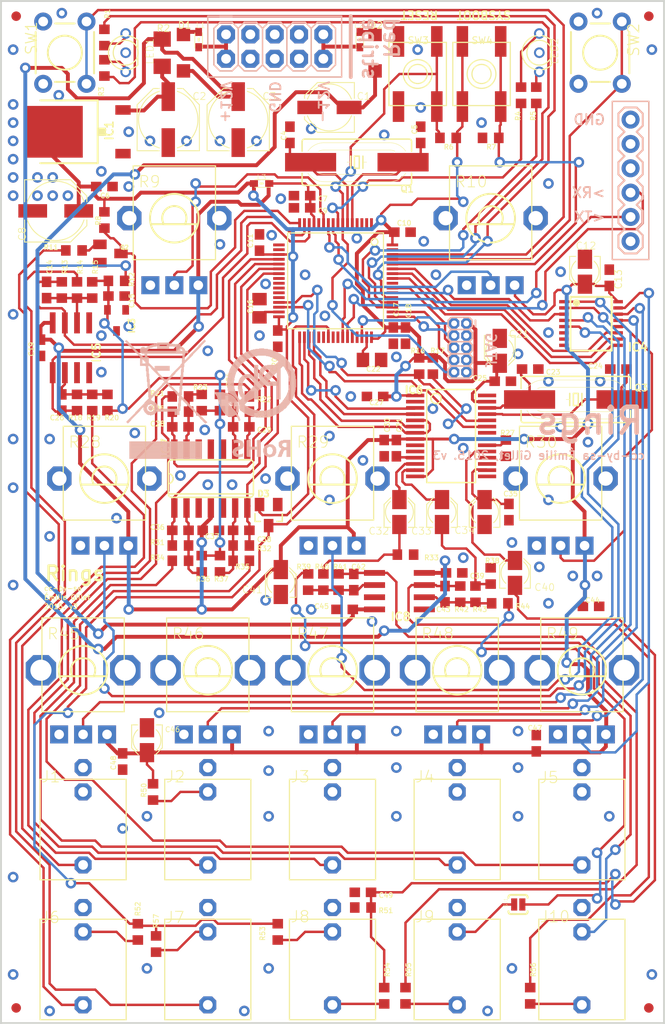
<source format=kicad_pcb>
(kicad_pcb (version 20211014) (generator pcbnew)
  (layers (0 "F.Cu" signal) (31 "B.Cu" signal) (34 "B.Paste" user) (35 "F.Paste" user) (36 "B.SilkS" user "B.Silkscreen") (37 "F.SilkS" user "F.Silkscreen") (38 "B.Mask" user) (39 "F.Mask" user) (44 "Edge.Cuts" user))
  (net 0 "")
  (net 1 "GND")
  (net 2 "+3V3")
  (net 3 "N$7")
  (net 4 "N$8")
  (net 5 "BOOT_FLASH")
  (net 6 "RESET")
  (net 7 "RX")
  (net 8 "TX")
  (net 9 "JTDI")
  (net 10 "JTCK")
  (net 11 "JTMS")
  (net 12 "VBAT")
  (net 13 "N$13")
  (net 14 "N$19")
  (net 15 "I2S_SOUT")
  (net 16 "I2S_SCK")
  (net 17 "I2S_LRCK")
  (net 18 "JTDO")
  (net 19 "+3V3_A")
  (net 20 "I2C_SCL")
  (net 21 "I2C_SDA")
  (net 22 "I2S_SIN")
  (net 23 "N$1")
  (net 24 "N$2")
  (net 25 "BRIGHTNESS_CV")
  (net 26 "N$4")
  (net 27 "N$5")
  (net 28 "FM_CV")
  (net 29 "N$10")
  (net 30 "N$11")
  (net 31 "DAMP_CV")
  (net 32 "N$6")
  (net 33 "VCC")
  (net 34 "AREF_-10")
  (net 35 "VEE")
  (net 36 "N$56")
  (net 37 "N$64")
  (net 38 "N$15")
  (net 39 "IN_1")
  (net 40 "IN_2")
  (net 41 "N$17")
  (net 42 "N$18")
  (net 43 "N$21")
  (net 44 "N$23")
  (net 45 "N$25")
  (net 46 "N$28")
  (net 47 "N$29")
  (net 48 "N$31")
  (net 49 "N$32")
  (net 50 "N$33")
  (net 51 "N$34")
  (net 52 "GEOMETRY_CV")
  (net 53 "N$16")
  (net 54 "MAIN_OUT")
  (net 55 "AUX_OUT")
  (net 56 "N$39")
  (net 57 "SW_POLYPHONY")
  (net 58 "DAMP_ATT")
  (net 59 "GEOMETRY_ATT")
  (net 60 "BRIGHTNESS_POT")
  (net 61 "BRIGHTNESS_ATT")
  (net 62 "POSITION_ATT")
  (net 63 "FREQUENCY_POT")
  (net 64 "DAMP_POT")
  (net 65 "GEOMETRY_POT")
  (net 66 "POSITION_POT")
  (net 67 "N$3")
  (net 68 "N$14")
  (net 69 "V_OCT_CV")
  (net 70 "N$26")
  (net 71 "N$30")
  (net 72 "POSITION_CV")
  (net 73 "N$27")
  (net 74 "N$35")
  (net 75 "MUX_ADDR_0")
  (net 76 "MUX_ADDR_1")
  (net 77 "MUX_ADDR_2")
  (net 78 "MUXED_POTS")
  (net 79 "FREQUENCY_ATT")
  (net 80 "SW_MODE")
  (net 81 "N$40")
  (net 82 "N$43")
  (net 83 "N$12")
  (net 84 "N$22")
  (net 85 "N$44")
  (net 86 "N$37")
  (net 87 "N$41")
  (net 88 "N$42")
  (net 89 "N$45")
  (net 90 "N$46")
  (net 91 "STRUM")
  (net 92 "N$66")
  (net 93 "N$9")
  (net 94 "NORMALIZATION_PROBE")
  (net 95 "N$20")
  (net 96 "N$24")
  (net 97 "N$36")
  (net 98 "N$38")
  (net 99 "CV_NORMALIZATION")
  (net 100 "N$47")
  (footprint "rings_v30:C0603" (layer "F.Cu") (at 132.6261 106.9086 180)
    (fp_text reference "C36")
    (fp_text value "10n")
  )
  (footprint "rings_v30:C0603" (layer "F.Cu") (at 160.2486 113.5761 90)
    (fp_text reference "C43")
    (fp_text value "18p")
  )
  (footprint "rings_v30:R0603" (layer "F.Cu") (at 121.8311 81.8261 90)
    (fp_text reference "R14")
    (fp_text value "100k")
  )
  (footprint "rings_v30:WQP_PJ_301M6" (layer "F.Cu") (at 161.5186 151.9936 180)
    (fp_text reference "J9")
    (fp_text value "PJ301_THONKICONN6" hide)
  )
  (footprint "rings_v30:SOD123" (layer "F.Cu") (at 152.9461 57.0611 -90)
    (fp_text reference "D2")
    (fp_text value "1N5819HW")
  )
  (footprint "rings_v30:C0603" (layer "F.Cu") (at 161.2011 111.3536)
    (fp_text reference "C39")
    (fp_text value "100n")
  )
  (footprint "rings_v30:C0603" (layer "F.Cu") (at 169.1386 90.0811 180)
    (fp_text reference "C23")
    (fp_text value "18p")
  )
  (footprint "rings_v30:R0603" (layer "F.Cu") (at 145.9611 112.3061 90)
    (fp_text reference "R39")
    (fp_text value "47k")
  )
  (footprint "rings_v30:ALPS_POT_VERTICAL" (layer "F.Cu") (at 174.5361 121.5136 180)
    (fp_text reference "R49")
    (fp_text value "10kB")
  )
  (footprint "rings_v30:ALPS_POT_VERTICAL_PS" (layer "F.Cu") (at 124.6886 101.5111 180)
    (fp_text reference "R28")
    (fp_text value "10kB")
  )
  (footprint "rings_v30:WQP_PJ_301M6" (layer "F.Cu") (at 148.5011 151.9936 180)
    (fp_text reference "J8")
    (fp_text value "PJ301_THONKICONN6" hide)
  )
  (footprint "rings_v30:WQP_PJ_301M6" (layer "F.Cu") (at 148.5011 137.3886 180)
    (fp_text reference "J3")
    (fp_text value "PJ301_THONKICONN6" hide)
  )
  (footprint "rings_v30:R0603" (layer "F.Cu") (at 132.6261 108.4961)
    (fp_text reference "R31")
    (fp_text value "20k")
  )
  (footprint "rings_v30:FIDUCIAL-1X2" (layer "F.Cu") (at 115.4811 156.7561)
    (fp_text reference "F3" hide)
    (fp_text value "FIDUCIAL1X2" hide)
  )
  (footprint "rings_v30:EVQ-Q2" (layer "F.Cu") (at 164.0586 59.2836 90)
    (fp_text reference "SW4")
    (fp_text value "")
  )
  (footprint "rings_v30:WQP_PJ_301M6" (layer "F.Cu") (at 122.4661 151.9936 180)
    (fp_text reference "J6")
    (fp_text value "PJ301_THONKICONN6" hide)
  )
  (footprint "rings_v30:R0603" (layer "F.Cu") (at 134.8486 93.5736 -90)
    (fp_text reference "R23")
    (fp_text value "120k")
  )
  (footprint "rings_v30:PANASONIC_A" (layer "F.Cu") (at 155.4861 105.0036 90)
    (fp_text reference "C32")
    (fp_text value "10u")
  )
  (footprint "rings_v30:WQP_PJ_301M6" (layer "F.Cu") (at 135.4836 137.3886 180)
    (fp_text reference "J2")
    (fp_text value "PJ301_THONKICONN6" hide)
  )
  (footprint "rings_v30:ALPS_POT_VERTICAL" (layer "F.Cu") (at 135.4836 121.5136 180)
    (fp_text reference "R46")
    (fp_text value "10kB")
  )
  (footprint "rings_v30:R0603" (layer "F.Cu") (at 136.7536 110.4011 90)
    (fp_text reference "R37")
    (fp_text value "120k")
  )
  (footprint "rings_v30:EVQ-Q2" (layer "F.Cu") (at 157.3911 59.2836 -90)
    (fp_text reference "SW3")
    (fp_text value "")
  )
  (footprint "rings_v30:R0603" (layer "F.Cu") (at 165.9636 114.5286)
    (fp_text reference "R44")
    (fp_text value "47k")
  )
  (footprint "rings_v30:C0603" (layer "F.Cu") (at 155.1686 98.3361 -90)
    (fp_text reference "C31")
    (fp_text value "100n")
  )
  (footprint "rings_v30:C0603" (layer "F.Cu") (at 120.2436 93.5736 -90)
    (fp_text reference "C26")
    (fp_text value "10n")
  )
  (footprint "rings_v30:R0603" (layer "F.Cu") (at 125.0061 93.5736 -90)
    (fp_text reference "R20")
    (fp_text value "120k")
  )
  (footprint "rings_v30:LED-BICOLOR-THROUGHHOLE" (layer "F.Cu") (at 126.9111 57.0611 90)
    (fp_text reference "LED1")
    (fp_text value "WP115VEGW" hide)
  )
  (footprint "rings_v30:C0603" (layer "F.Cu") (at 156.1211 86.5886 -90)
    (fp_text reference "C18")
    (fp_text value "1u")
  )
  (footprint "rings_v30:C0603" (layer "F.Cu") (at 166.9161 105.0036 -90)
    (fp_text reference "C35")
    (fp_text value "100n")
  )
  (footprint "rings_v30:SJ_2S-NOTRACE" (layer "F.Cu") (at 167.8686 145.9611 180)
    (fp_text reference "SJ1")
    (fp_text value "SOLDERJUMPERNC2" hide)
  )
  (footprint "rings_v30:FIDUCIAL-1X2" (layer "F.Cu") (at 181.5211 156.7561)
    (fp_text reference "F4" hide)
    (fp_text value "FIDUCIAL1X2" hide)
  )
  (footprint "rings_v30:PANASONIC_D" (layer "F.Cu") (at 131.3561 64.0461 90)
    (fp_text reference "C2")
    (fp_text value "47u")
  )
  (footprint "rings_v30:R0603" (layer "F.Cu") (at 123.4186 93.5736 -90)
    (fp_text reference "R19")
    (fp_text value "100k")
  )
  (footprint "rings_v30:WQP_PJ_301M6" (layer "F.Cu") (at 122.4661 137.3886 180)
    (fp_text reference "J1")
    (fp_text value "PJ301_THONKICONN6" hide)
  )
  (footprint "rings_v30:PANASONIC_A" (layer "F.Cu") (at 174.8536 79.9211 -90)
    (fp_text reference "C12")
    (fp_text value "10u")
  )
  (footprint "rings_v30:PANASONIC_A" (layer "F.Cu") (at 167.5511 111.3536 90)
    (fp_text reference "C40")
    (fp_text value "10u")
  )
  (footprint "rings_v30:TSSOP16" (layer "F.Cu") (at 175.4886 85.0011 -90)
    (fp_text reference "IC4")
    (fp_text value "4051PW")
  )
  (footprint "rings_v30:R0603" (layer "F.Cu") (at 121.5136 77.6986)
    (fp_text reference "R11")
    (fp_text value "100k")
  )
  (footprint "rings_v30:C0603" (layer "F.Cu") (at 155.8036 75.7935)
    (fp_text reference "C10")
    (fp_text value "100n")
  )
  (footprint "rings_v30:R0603" (layer "F.Cu") (at 166.5986 98.3361 -90)
    (fp_text reference "R27")
    (fp_text value "36k")
  )
  (footprint "rings_v30:R0603" (layer "F.Cu") (at 138.9761 94.5261 180)
    (fp_text reference "R26")
    (fp_text value "20k")
  )
  (footprint "rings_v30:SO08" (layer "F.Cu") (at 121.1961 87.8586)
    (fp_text reference "IC5")
    (fp_text value "MCP6002")
  )
  (footprint "rings_v30:R0603" (layer "F.Cu") (at 132.6261 94.5261)
    (fp_text reference "R25")
    (fp_text value "20k")
  )
  (footprint "rings_v30:TO252" (layer "F.Cu") (at 121.8311 65.3161 90)
    (fp_text reference "IC1")
    (fp_text value "LM1117-3.3")
  )
  (footprint "rings_v30:TACTILE-PTH" (layer "F.Cu") (at 176.4411 57.0611 90)
    (fp_text reference "SW2")
    (fp_text value "" hide)
  )
  (footprint "rings_v30:C0603" (layer "F.Cu") (at 178.3461 90.0811)
    (fp_text reference "C24")
    (fp_text value "18p")
  )
  (footprint "rings_v30:0603" (layer "F.Cu") (at 141.1986 70.7136)
    (fp_text reference "L3")
    (fp_text value "")
  )
  (footprint "rings_v30:SO14" (layer "F.Cu") (at 135.8011 101.5111)
    (fp_text reference "IC7")
    (fp_text value "MCP6004")
  )
  (footprint "rings_v30:R0603" (layer "F.Cu") (at 169.7736 61.5061 90)
    (fp_text reference "R5")
    (fp_text value "180")
  )
  (footprint "rings_v30:R0603" (layer "F.Cu") (at 138.9761 108.4961 180)
    (fp_text reference "R32")
    (fp_text value "20k")
  )
  (footprint "rings_v30:SOT23-BEC" (layer "F.Cu") (at 125.3236 78.0161 -90)
    (fp_text reference "Q2")
    (fp_text value "MMBT3904")
  )
  (footprint "rings_v30:R0603" (layer "F.Cu") (at 125.9586 80.8736 180)
    (fp_text reference "R12")
    (fp_text value "2.2k")
  )
  (footprint "rings_v30:C0603" (layer "F.Cu") (at 135.8011 106.9086)
    (fp_text reference "C37")
    (fp_text value "100n")
  )
  (footprint "rings_v30:R0603" (layer "F.Cu") (at 138.9761 110.0836)
    (fp_text reference "R35")
    (fp_text value "100k")
  )
  (footprint "rings_v30:WQP_PJ_301M6" (layer "F.Cu") (at 135.4836 151.9936 180)
    (fp_text reference "J7")
    (fp_text value "PJ301_THONKICONN6" hide)
  )
  (footprint "rings_v30:R0603" (layer "F.Cu") (at 130.0861 150.0886 -90)
    (fp_text reference "R57")
    (fp_text value "470k")
  )
  (footprint "rings_v30:C0603" (layer "F.Cu") (at 132.6261 96.1136 180)
    (fp_text reference "C28")
    (fp_text value "10n")
  )
  (footprint "rings_v30:R0603" (layer "F.Cu") (at 120.2436 81.8261 -90)
    (fp_text reference "R13")
    (fp_text value "47k")
  )
  (footprint "rings_v30:R0603" (layer "F.Cu") (at 165.0111 111.6711 -90)
    (fp_text reference "R38")
    (fp_text value "47k")
  )
  (footprint "rings_v30:SOT23" (layer "F.Cu") (at 141.8336 105.3211 180)
    (fp_text reference "D3")
    (fp_text value "BAT54S")
  )
  (footprint "rings_v30:C0603" (layer "F.Cu") (at 145.3261 73.2536 180)
    (fp_text reference "C9")
    (fp_text value "100n")
  )
  (footprint "rings_v30:PANASONIC_C" (layer "F.Cu") (at 148.1836 62.7761 180)
    (fp_text reference "C1")
    (fp_text value "22u")
  )
  (footprint "rings_v30:C0603" (layer "F.Cu") (at 140.8812 76.8731 90)
    (fp_text reference "C11")
    (fp_text value "100n")
  )
  (footprint "rings_v30:ALPS_POT_VERTICAL" (layer "F.Cu") (at 161.5186 121.5136 180)
    (fp_text reference "R48")
    (fp_text value "10kB")
  )
  (footprint "rings_v30:TQFP-10X10-64" (layer "F.Cu") (at 148.8186 80.8736 -90)
    (fp_text reference "IC2")
    (fp_text value "STM32F405RGT6")
  )
  (footprint "rings_v30:C0805" (layer "F.Cu") (at 140.8811 83.7311 90)
    (fp_text reference "C16")
    (fp_text value "2.2u")
  )
  (footprint "rings_v30:R0603" (layer "F.Cu") (at 128.1811 148.8186 -90)
    (fp_text reference "R52")
    (fp_text value "100k")
  )
  (footprint "rings_v30:R1206" (layer "F.Cu") (at 130.7211 57.0611 90)
    (fp_text reference "R2")
    (fp_text value "4.7")
  )
  (footprint "rings_v30:R0603" (layer "F.Cu") (at 142.7861 148.8186 -90)
    (fp_text reference "R53")
    (fp_text value "1M")
  )
  (footprint "rings_v30:ALPS_POT_VERTICAL_PS" (layer "F.Cu") (at 148.5011 101.5111 180)
    (fp_text reference "R29")
    (fp_text value "10kB")
  )
  (footprint "rings_v30:LED-BICOLOR-THROUGHHOLE" (layer "F.Cu") (at 170.0911 57.0611 90)
    (fp_text reference "LED2")
    (fp_text value "WP115VEGW" hide)
  )
  (footprint "rings_v30:0603" (layer "F.Cu") (at 134.5311 55.7911 -90)
    (fp_text reference "L1")
    (fp_text value "")
  )
  (footprint "rings_v30:R0603" (layer "F.Cu") (at 121.8311 93.5736 90)
    (fp_text reference "R18")
    (fp_text value "20k")
  )
  (footprint "rings_v30:R0603" (layer "F.Cu") (at 157.5499 89.7636 90)
    (fp_text reference "R16")
    (fp_text value "2.2k")
  )
  (footprint "rings_v30:C0603" (layer "F.Cu") (at 151.6761 144.6911 180)
    (fp_text reference "C49")
    (fp_text value "220p")
  )
  (footprint "rings_v30:PANASONIC_D" (layer "F.Cu") (at 119.6086 73.5711)
    (fp_text reference "C8")
    (fp_text value "47u")
  )
  (footprint "rings_v30:C0603" (layer "F.Cu") (at 118.0211 87.8586 -90)
    (fp_text reference "C19")
    (fp_text value "100n")
  )
  (footprint "rings_v30:C0603" (layer "F.Cu") (at 169.7736 129.1336 90)
    (fp_text reference "C47")
    (fp_text value "100n")
  )
  (footprint "rings_v30:ALPS_POT_VERTICAL" (layer "F.Cu") (at 122.4661 121.5136 180)
    (fp_text reference "R45")
    (fp_text value "10kB")
  )
  (footprint "rings_v30:HC49UP" (layer "F.Cu") (at 173.9011 93.2561)
    (fp_text reference "Q3")
    (fp_text value "12.288MHz")
  )
  (footprint "rings_v30:R0603" (layer "F.Cu") (at 147.5486 112.3061 90)
    (fp_text reference "R40")
    (fp_text value "6.8k")
  )
  (footprint "rings_v30:R0603" (layer "F.Cu") (at 151.6761 146.2786)
    (fp_text reference "R51")
    (fp_text value "6.8k")
  )
  (footprint "rings_v30:C0603" (layer "F.Cu") (at 149.7711 115.1636)
    (fp_text reference "C45")
    (fp_text value "100n")
  )
  (footprint "rings_v30:C0603" (layer "F.Cu") (at 175.4886 114.8461)
    (fp_text reference "C44")
    (fp_text value "100n")
  )
  (footprint "rings_v30:R0603" (layer "F.Cu") (at 132.6261 92.9386 180)
    (fp_text reference "R21")
    (fp_text value "100k")
  )
  (footprint "rings_v30:C0603" (layer "F.Cu") (at 157.7086 65.6336 -90)
    (fp_text reference "C5")
    (fp_text value "18p")
  )
  (footprint "rings_v30:C0603" (layer "F.Cu") (at 144.0561 65.6336 -90)
    (fp_text reference "C4")
    (fp_text value "18p")
  )
  (footprint "rings_v30:FIDUCIAL-1X2" (layer "F.Cu") (at 115.4811 53.2511)
    (fp_text reference "F1" hide)
    (fp_text value "FIDUCIAL1X2" hide)
  )
  (footprint "rings_v30:WQP_PJ_301M6" (layer "F.Cu") (at 161.5186 137.3886 180)
    (fp_text reference "J4")
    (fp_text value "PJ301_THONKICONN6" hide)
  )
  (footprint "rings_v30:C0805" (layer "F.Cu") (at 152.6286 89.1286)
    (fp_text reference "C22")
    (fp_text value "2.2u")
  )
  (footprint "rings_v30:R0603" (layer "F.Cu") (at 136.7536 93.5736 -90)
    (fp_text reference "R24")
    (fp_text value "120k")
  )
  (footprint "rings_v30:ALPS_POT_VERTICAL" (layer "F.Cu") (at 148.5011 121.5136 180)
    (fp_text reference "R47")
    (fp_text value "10kB")
  )
  (footprint "rings_v30:R0603" (layer "F.Cu") (at 156.1211 155.4861 90)
    (fp_text reference "R55")
    (fp_text value "1.0k")
  )
  (footprint "rings_v30:PANASONIC_A" (layer "F.Cu") (at 143.1036 112.3061 90)
    (fp_text reference "C41")
    (fp_text value "10u")
  )
  (footprint "rings_v30:C0603" (layer "F.Cu") (at 150.7236 112.3061 90)
    (fp_text reference "C42")
    (fp_text value "18p")
  )
  (footprint "rings_v30:R0603" (layer "F.Cu") (at 129.7686 134.2136 90)
    (fp_text reference "R50")
    (fp_text value "3.3M")
  )
  (footprint "rings_v30:R0603" (layer "F.Cu") (at 165.0111 65.9511)
    (fp_text reference "R7")
    (fp_text value "10k")
  )
  (footprint "rings_v30:ALPS_POT_VERTICAL_PS" (layer "F.Cu") (at 131.9911 74.3331 180)
    (fp_text reference "R9")
    (fp_text value "10kB")
  )
  (footprint "rings_v30:R0603" (layer "F.Cu") (at 163.4236 113.5761 90)
    (fp_text reference "R43")
    (fp_text value "6.8k")
  )
  (footprint "rings_v30:HC49UP" (layer "F.Cu") (at 151.0411 68.4911)
    (fp_text reference "Q1")
    (fp_text value "8MHz")
  )
  (footprint "rings_v30:PANASONIC_A" (layer "F.Cu") (at 159.9311 105.0036 90)
    (fp_text reference "C33")
    (fp_text value "10u")
  )
  (footprint "rings_v30:R0603" (layer "F.Cu") (at 161.8361 113.5761 -90)
    (fp_text reference "R42")
    (fp_text value "47k")
  )
  (footprint "rings_v30:ALPS_POT_VERTICAL_PS" (layer "F.Cu") (at 172.3136 101.5111 180)
    (fp_text reference "R30")
    (fp_text value "10kB")
  )
  (footprint "rings_v30:R0603" (layer "F.Cu") (at 158.9786 89.7636 90)
    (fp_text reference "R17")
    (fp_text value "2.2k")
  )
  (footprint "rings_v30:C0603" (layer "F.Cu") (at 126.5936 131.0386 -90)
    (fp_text reference "C48")
    (fp_text value "100n")
  )
  (footprint "rings_v30:SSOP28" (layer "F.Cu") (at 160.8836 97.3836 -90)
    (fp_text reference "IC6")
    (fp_text value "WM8731")
  )
  (footprint "rings_v30:R0603" (layer "F.Cu") (at 123.4186 81.8261 90)
    (fp_text reference "R15")
    (fp_text value "180k")
  )
  (footprint "rings_v30:0603" (layer "F.Cu") (at 151.3586 55.7911 -90)
    (fp_text reference "L2")
    (fp_text value "")
  )
  (footprint "rings_v30:C0603" (layer "F.Cu") (at 153.8986 98.3361 -90)
    (fp_text reference "C30")
    (fp_text value "1u")
  )
  (footprint "rings_v30:R0603" (layer "F.Cu") (at 168.1861 61.5061 90)
    (fp_text reference "R4")
    (fp_text value "180")
  )
  (footprint "rings_v30:FIDUCIAL-1X2" (layer "F.Cu") (at 181.5211 53.2511)
    (fp_text reference "F2" hide)
    (fp_text value "FIDUCIAL1X2" hide)
  )
  (footprint "rings_v30:R0603" (layer "F.Cu") (at 134.8486 110.4011 90)
    (fp_text reference "R36")
    (fp_text value "120k")
  )
  (footprint "rings_v30:TACTILE-PTH" (layer "F.Cu") (at 120.5611 57.0611 90)
    (fp_text reference "SW1")
    (fp_text value "" hide)
  )
  (footprint "rings_v30:C0603" (layer "F.Cu") (at 118.6561 81.8261 90)
    (fp_text reference "C14")
    (fp_text value "2.2n")
  )
  (footprint "rings_v30:C0603" (layer "F.Cu") (at 125.9586 82.4611)
    (fp_text reference "C15")
    (fp_text value "100n")
  )
  (footprint "rings_v30:PANASONIC_A" (layer "F.Cu") (at 164.3761 105.0036 90)
    (fp_text reference "C34")
    (fp_text value "10u")
  )
  (footprint "rings_v30:WQP_PJ_301M6" (layer "F.Cu") (at 174.5361 151.9936 180)
    (fp_text reference "J10")
    (fp_text value "PJ301_THONKICONN6" hide)
  )
  (footprint "rings_v30:SO08" (layer "F.Cu") (at 155.4861 113.2586 -90)
    (fp_text reference "IC8")
    (fp_text value "TL072")
  )
  (footprint "rings_v30:C0603" (layer "F.Cu") (at 124.6886 71.0311)
    (fp_text reference "C6")
    (fp_text value "100n")
  )
  (footprint "rings_v30:R0603" (layer "F.Cu") (at 124.6886 74.5236 90)
    (fp_text reference "R8")
    (fp_text value "10k")
  )
  (footprint "rings_v30:R0603" (layer "F.Cu") (at 169.1386 155.4861 90)
    (fp_text reference "R56")
    (fp_text value "1.0k")
  )
  (footprint "rings_v30:SOD123" (layer "F.Cu") (at 132.9436 57.0611 90)
    (fp_text reference "D1")
    (fp_text value "1N5819HW")
  )
  (footprint "rings_v30:PANASONIC_A" (layer "F.Cu") (at 129.1336 128.8161 -90)
    (fp_text reference "C46")
    (fp_text value "10u")
  )
  (footprint "rings_v30:C0603" (layer "F.Cu") (at 145.3261 71.9836 180)
    (fp_text reference "C7")
    (fp_text value "1u")
  )
  (footprint "rings_v30:R0603" (layer "F.Cu") (at 124.6886 58.6486 90)
    (fp_text reference "R3")
    (fp_text value "180")
  )
  (footprint "rings_v30:R0603" (layer "F.Cu") (at 153.8986 155.4861 -90)
    (fp_text reference "R54")
    (fp_text value "36k")
  )
  (footprint "rings_v30:C0603" (layer "F.Cu") (at 138.9761 106.9086)
    (fp_text reference "C38")
    (fp_text value "10n")
  )
  (footprint "rings_v30:PANASONIC_A" (layer "F.Cu") (at 165.9636 88.1761 -90)
    (fp_text reference "C21")
    (fp_text value "10u")
  )
  (footprint "rings_v30:C0603" (layer "F.Cu") (at 166.2811 91.3511)
    (fp_text reference "C25")
    (fp_text value "100n")
  )
  (footprint "rings_v30:R0603" (layer "F.Cu") (at 160.5661 65.9511)
    (fp_text reference "R6")
    (fp_text value "10k")
  )
  (footprint "rings_v30:C0603" (layer "F.Cu") (at 142.7861 86.9061 -90)
    (fp_text reference "C20")
    (fp_text value "100n")
  )
  (footprint "rings_v30:R0603" (layer "F.Cu") (at 132.6261 110.0836 180)
    (fp_text reference "R34")
    (fp_text value "100k")
  )
  (footprint "rings_v30:WQP_PJ_301M6" (layer "F.Cu") (at 174.5361 137.3886 180)
    (fp_text reference "J5")
    (fp_text value "PJ301_THONKICONN6" hide)
  )
  (footprint "rings_v30:R0603" (layer "F.Cu") (at 124.6886 55.4736 -90)
    (fp_text reference "R1")
    (fp_text value "180")
  )
  (footprint "rings_v30:R0603" (layer "F.Cu") (at 138.9761 92.9386)
    (fp_text reference "R22")
    (fp_text value "100k")
  )
  (footprint "rings_v30:C0603" (layer "F.Cu") (at 154.8511 86.5886 -90)
    (fp_text reference "C17")
    (fp_text value "100n")
  )
  (footprint "rings_v30:DBZ_R-PDSO-G3" (layer "F.Cu") (at 125.9586 85.0011 180)
    (fp_text reference "IC3")
    (fp_text value "LM4040B10")
  )
  (footprint "rings_v30:PANASONIC_D" (layer "F.Cu") (at 138.6586 64.0461 90)
    (fp_text reference "C3")
    (fp_text value "47u")
  )
  (footprint "rings_v30:C0603" (layer "F.Cu") (at 177.3936 80.5561 90)
    (fp_text reference "C13")
    (fp_text value "100n")
  )
  (footprint "rings_v30:R0603" (layer "F.Cu") (at 156.1211 109.4486 180)
    (fp_text reference "R33")
    (fp_text value "47k")
  )
  (footprint "rings_v30:R0603" (layer "F.Cu") (at 149.1361 112.3061 -90)
    (fp_text reference "R41")
    (fp_text value "47k")
  )
  (footprint "rings_v30:ALPS_POT_VERTICAL_PS" (layer "F.Cu") (at 165.0111 74.3331 180)
    (fp_text reference "R10")
    (fp_text value "10kB")
  )
  (footprint "rings_v30:C0603" (layer "F.Cu") (at 152.9461 92.9386 180)
    (fp_text reference "C27")
    (fp_text value "100n")
  )
  (footprint "rings_v30:C0603" (layer "F.Cu") (at 138.9761 96.1136)
    (fp_text reference "C29")
    (fp_text value "2.2n")
  )
  (footprint "rings_v30:1X06" (layer "B.Cu") (at 179.6161 64.0461 -90)
    (fp_text reference "JP2" hide)
    (fp_text value "")
  )
  (footprint "rings_v30:ROHS_BIG" (layer "B.Cu") (at 145.9611 100.2411 180)
    (fp_text reference "U$2" hide)
    (fp_text value "" hide)
  )
  (footprint "rings_v30:AVR_ICSP" (layer "B.Cu") (at 142.4686 56.4261 -90)
    (fp_text reference "JP3" hide)
    (fp_text value "M05X2PTH" hide)
  )
  (footprint "rings_v30:2X5-1.27" (layer "B.Cu") (at 161.2011 89.1286 180)
    (fp_text reference "JP1" hide)
    (fp_text value "M05X2MINIJTAG" hide)
  )
  (gr_line (start 177.7111 78.6511) (end 181.5211 78.6511) (layer "B.SilkS") (width 0.1524))
  (gr_line (start 177.7111 62.1411) (end 181.5211 62.1411) (layer "B.SilkS") (width 0.1524))
  (gr_line (start 149.4536 53.2511) (end 135.4836 53.2511) (layer "B.SilkS") (width 0.1524))
  (gr_line (start 181.5211 62.1411) (end 181.5211 78.6511) (layer "B.SilkS") (width 0.1524))
  (gr_line (start 135.4836 59.6011) (end 149.4536 59.6011) (layer "B.SilkS") (width 0.1524))
  (gr_line (start 150.4061 53.2511) (end 150.4061 59.6011) (layer "B.SilkS") (width 0.4064))
  (gr_line (start 135.4836 53.2511) (end 135.4836 59.6011) (layer "B.SilkS") (width 0.1524))
  (gr_line (start 177.7111 78.6511) (end 177.7111 62.1411) (layer "B.SilkS") (width 0.1524))
  (gr_line (start 149.4536 59.6011) (end 149.4536 53.2511) (layer "B.SilkS") (width 0.1524))
  (gr_line (start 183.1086 158.3436) (end 183.1086 51.6636) (layer "Edge.Cuts") (width 0.2032))
  (gr_line (start 113.8936 51.6636) (end 113.8936 158.3436) (layer "Edge.Cuts") (width 0.2032))
  (gr_line (start 113.8936 158.3436) (end 183.1086 158.3436) (layer "Edge.Cuts") (width 0.2032))
  (gr_line (start 183.1086 51.6636) (end 113.8936 51.6636) (layer "Edge.Cuts") (width 0.2032))
  (gr_text "GND" (at 177.0761 64.6811) (layer "B.SilkS") (effects (font (size 1.0795 1.0795) (thickness 0.1905)) (justify left bottom mirror)))
  (gr_text "GND" (at 143.1036 59.9186 -90) (layer "B.SilkS") (effects (font (size 1.0795 1.0795) (thickness 0.1905)) (justify right top mirror)))
  (gr_text "Rings" (at 181.2036 97.0661) (layer "B.SilkS") (effects (font (size 2.69875 2.69875) (thickness 0.47625)) (justify left bottom mirror)))
  (gr_text "cc-by-sa Émilie Gillet, 2015. v3" (at 181.2036 99.6061) (layer "B.SilkS") (effects (font (size 0.8636 0.8636) (thickness 0.1524)) (justify left bottom mirror)))
  (gr_text "Red" (at 155.4861 53.2511 -90) (layer "B.SilkS") (effects (font (size 1.5113 1.5113) (thickness 0.2667)) (justify right top mirror)))
  (gr_text "stripe" (at 153.2636 53.2511 -90) (layer "B.SilkS") (effects (font (size 1.5113 1.5113) (thickness 0.2667)) (justify right top mirror)))
  (gr_text ">RX" (at 177.0761 72.3011) (layer "B.SilkS") (effects (font (size 1.0795 1.0795) (thickness 0.1905)) (justify left bottom mirror)))
  (gr_text "JTAG" (at 164.3761 90.0811 -90) (layer "B.SilkS") (effects (font (size 1.0795 1.0795) (thickness 0.1905)) (justify left bottom mirror)))
  (gr_text "+12V" (at 138.0236 59.9186 -90) (layer "B.SilkS") (effects (font (size 1.0795 1.0795) (thickness 0.1905)) (justify right top mirror)))
  (gr_text "<TX" (at 177.0761 74.8411) (layer "B.SilkS") (effects (font (size 1.0795 1.0795) (thickness 0.1905)) (justify left bottom mirror)))
  (gr_text "-12V" (at 148.1836 59.9186 -90) (layer "B.SilkS") (effects (font (size 1.0795 1.0795) (thickness 0.1905)) (justify right top mirror)))
  (gr_text "RESET" (at 159.6136 52.6161 180) (layer "F.SilkS") (effects (font (size 0.85344 0.85344) (thickness 0.16256)) (justify left bottom)))
  (gr_text "SYSBOOT" (at 167.2336 52.6161 180) (layer "F.SilkS") (effects (font (size 0.85344 0.85344) (thickness 0.16256)) (justify left bottom)))
  (gr_text "cc-by-sa" (at 118.3386 113.2586) (layer "F.SilkS") (effects (font (size 0.51816 0.51816) (thickness 0.09144)) (justify left bottom)))
  (gr_text "2015. v3" (at 118.3386 115.1636) (layer "F.SilkS") (effects (font (size 0.51816 0.51816) (thickness 0.09144)) (justify left bottom)))
  (gr_text "Émilie Gillet" (at 118.3386 114.2111) (layer "F.SilkS") (effects (font (size 0.51816 0.51816) (thickness 0.09144)) (justify left bottom)))
  (gr_text "Rings" (at 118.3386 112.3061) (layer "F.SilkS") (effects (font (size 1.5113 1.5113) (thickness 0.2667)) (justify left bottom)))
  (segment (start 155.1686 99.1861) (end 155.2711 99.2886) (width 0.254) (layer "F.Cu") (net 1))
  (segment (start 156.1211 99.2886) (end 156.1661 99.3336) (width 0.254) (layer "F.Cu") (net 1))
  (segment (start 156.1661 99.3336) (end 157.1314 99.3336) (width 0.254) (layer "F.Cu") (net 1))
  (segment (start 155.2711 99.2886) (end 156.1211 99.2886) (width 0.254) (layer "F.Cu") (net 1))
  (via (at 167.2336 108.1786) (size 1.108) (drill 0.6) (layers "F.Cu" "B.Cu") (net 1))
  (via (at 119.2911 70.0786) (size 1.108) (drill 0.6) (layers "F.Cu" "B.Cu") (net 1))
  (via (at 148.1836 97.0661) (size 1.108) (drill 0.6) (layers "F.Cu" "B.Cu") (net 1))
  (via (at 127.2286 71.0311) (size 1.108) (drill 0.6) (layers "F.Cu" "B.Cu") (net 1))
  (via (at 135.1661 96.4311) (size 1.108) (drill 0.6) (layers "F.Cu" "B.Cu") (net 1))
  (via (at 177.3936 136.7536) (size 1.108) (drill 0.6) (layers "F.Cu" "B.Cu") (net 1))
  (via (at 129.1336 152.6286) (size 1.108) (drill 0.6) (layers "F.Cu" "B.Cu") (net 1))
  (via (at 141.5161 81.1911) (size 1.108) (drill 0.6) (layers "F.Cu" "B.Cu") (net 1))
  (via (at 157.3911 56.7436) (size 1.108) (drill 0.6) (layers "F.Cu" "B.Cu") (net 1))
  (via (at 155.1686 127.8636) (size 1.108) (drill 0.6) (layers "F.Cu" "B.Cu") (net 1))
  (via (at 115.1636 112.6236) (size 1.108) (drill 0.6) (layers "F.Cu" "B.Cu") (net 1))
  (via (at 115.1636 68.1736) (size 1.108) (drill 0.6) (layers "F.Cu" "B.Cu") (net 1))
  (via (at 176.1236 111.6711) (size 1.108) (drill 0.6) (layers "F.Cu" "B.Cu") (net 1))
  (via (at 141.5161 101.5111) (size 1.108) (drill 0.6) (layers "F.Cu" "B.Cu") (net 1))
  (via (at 176.1236 52.9336) (size 1.108) (drill 0.6) (layers "F.Cu" "B.Cu") (net 1))
  (via (at 147.7074 84.5248) (size 1.108) (drill 0.6) (layers "F.Cu" "B.Cu") (net 1))
  (via (at 153.8986 65.6336) (size 1.108) (drill 0.6) (layers "F.Cu" "B.Cu") (net 1))
  (via (at 120.8786 71.9836) (size 1.108) (drill 0.6) (layers "F.Cu" "B.Cu") (net 1))
  (via (at 162.1536 98.3361) (size 1.108) (drill 0.6) (layers "F.Cu" "B.Cu") (net 1))
  (via (at 141.8336 152.6286) (size 1.108) (drill 0.6) (layers "F.Cu" "B.Cu") (net 1))
  (via (at 120.2436 52.9336) (size 1.108) (drill 0.6) (layers "F.Cu" "B.Cu") (net 1))
  (via (at 150.4061 92.9386) (size 1.108) (drill 0.6) (layers "F.Cu" "B.Cu") (net 1))
  (via (at 118.9736 107.5436) (size 1.108) (drill 0.6) (layers "F.Cu" "B.Cu") (net 1))
  (via (at 125.9586 105.6386) (size 1.108) (drill 0.6) (layers "F.Cu" "B.Cu") (net 1))
  (via (at 119.9261 61.5061) (size 1.108) (drill 0.6) (layers "F.Cu" "B.Cu") (net 1))
  (via (at 127.2286 65.3161) (size 1.108) (drill 0.6) (layers "F.Cu" "B.Cu") (net 1))
  (via (at 127.2286 85.6361) (size 1.108) (drill 0.6) (layers "F.Cu" "B.Cu") (net 1))
  (via (at 151.6761 99.6061) (size 1.108) (drill 0.6) (layers "F.Cu" "B.Cu") (net 1))
  (via (at 146.2786 115.1636) (size 1.108) (drill 0.6) (layers "F.Cu" "B.Cu") (net 1))
  (via (at 167.8686 127.8636) (size 1.108) (drill 0.6) (layers "F.Cu" "B.Cu") (net 1))
  (via (at 171.0436 91.3511) (size 1.108) (drill 0.6) (layers "F.Cu" "B.Cu") (net 1))
  (via (at 167.8686 136.7536) (size 1.108) (drill 0.6) (layers "F.Cu" "B.Cu") (net 1))
  (via (at 158.0261 76.7461) (size 1.108) (drill 0.6) (layers "F.Cu" "B.Cu") (net 1))
  (via (at 136.7536 77.0636) (size 1.108) (drill 0.6) (layers "F.Cu" "B.Cu") (net 1))
  (via (at 181.8386 153.2636) (size 1.108) (drill 0.6) (layers "F.Cu" "B.Cu") (net 1))
  (via (at 155.1686 136.7536) (size 1.108) (drill 0.6) (layers "F.Cu" "B.Cu") (net 1))
  (via (at 171.0436 103.7336) (size 1.108) (drill 0.6) (layers "F.Cu" "B.Cu") (net 1))
  (via (at 132.6261 101.1936) (size 1.108) (drill 0.6) (layers "F.Cu" "B.Cu") (net 1))
  (via (at 141.8336 136.7536) (size 1.108) (drill 0.6) (layers "F.Cu" "B.Cu") (net 1))
  (via (at 164.6936 157.0736) (size 1.108) (drill 0.6) (layers "F.Cu" "B.Cu") (net 1))
  (via (at 141.8336 127.8636) (size 1.108) (drill 0.6) (layers "F.Cu" "B.Cu") (net 1))
  (via (at 115.1636 143.1036) (size 1.108) (drill 0.6) (layers "F.Cu" "B.Cu") (net 1))
  (via (at 115.1636 102.4636) (size 1.108) (drill 0.6) (layers "F.Cu" "B.Cu") (net 1))
  (via (at 175.1711 97.7011) (size 1.108) (drill 0.6) (layers "F.Cu" "B.Cu") (net 1))
  (via (at 140.8811 86.5886) (size 1.108) (drill 0.6) (layers "F.Cu" "B.Cu") (net 1))
  (via (at 170.0911 110.7186) (size 1.108) (drill 0.6) (layers "F.Cu" "B.Cu") (net 1))
  (via (at 115.1636 70.0786) (size 1.108) (drill 0.6) (layers "F.Cu" "B.Cu") (net 1))
  (via (at 119.2911 71.9836) (size 1.108) (drill 0.6) (layers "F.Cu" "B.Cu") (net 1))
  (via (at 159.2961 80.2386) (size 1.108) (drill 0.6) (layers "F.Cu" "B.Cu") (net 1))
  (via (at 136.7536 66.2686) (size 1.108) (drill 0.6) (layers "F.Cu" "B.Cu") (net 1))
  (via (at 139.2936 157.0736) (size 1.108) (drill 0.6) (layers "F.Cu" "B.Cu") (net 1))
  (via (at 167.8686 88.4936) (size 1.108) (drill 0.6) (layers "F.Cu" "B.Cu") (net 1))
  (via (at 171.0436 86.2711) (size 1.108) (drill 0.6) (layers "F.Cu" "B.Cu") (net 1))
  (via (at 117.7036 70.0786) (size 1.108) (drill 0.6) (layers "F.Cu" "B.Cu") (net 1))
  (via (at 127.8636 96.7486) (size 1.108) (drill 0.6) (layers "F.Cu" "B.Cu") (net 1))
  (via (at 176.4411 91.3511) (size 1.108) (drill 0.6) (layers "F.Cu" "B.Cu") (net 1))
  (via (at 135.4836 88.1761) (size 1.108) (drill 0.6) (layers "F.Cu" "B.Cu") (net 1))
  (via (at 142.1511 76.1111) (size 1.108) (drill 0.6) (layers "F.Cu" "B.Cu") (net 1))
  (via (at 172.3136 79.9211) (size 1.108) (drill 0.6) (layers "F.Cu" "B.Cu") (net 1))
  (via (at 129.4511 66.2686) (size 1.108) (drill 0.6) (layers "F.Cu" "B.Cu") (net 1))
  (via (at 141.5161 114.2111) (size 1.108) (drill 0.6) (layers "F.Cu" "B.Cu") (net 1))
  (via (at 117.7036 71.9836) (size 1.108) (drill 0.6) (layers "F.Cu" "B.Cu") (net 1))
  (via (at 162.1536 109.7661) (size 1.108) (drill 0.6) (layers "F.Cu" "B.Cu") (net 1))
  (via (at 145.6436 80.2386) (size 1.108) (drill 0.6) (layers "F.Cu" "B.Cu") (net 1))
  (via (at 164.0586 64.3636) (size 1.108) (drill 0.6) (layers "F.Cu" "B.Cu") (net 1))
  (via (at 124.3711 86.5886) (size 1.108) (drill 0.6) (layers "F.Cu" "B.Cu") (net 1))
  (via (at 181.8386 56.7436) (size 1.108) (drill 0.6) (layers "F.Cu" "B.Cu") (net 1))
  (via (at 126.5936 138.0236) (size 1.108) (drill 0.6) (layers "F.Cu" "B.Cu") (net 1))
  (via (at 118.9736 97.3836) (size 1.108) (drill 0.6) (layers "F.Cu" "B.Cu") (net 1))
  (via (at 130.4036 125.9586) (size 1.108) (drill 0.6) (layers "F.Cu" "B.Cu") (net 1))
  (via (at 172.3136 96.1136) (size 1.108) (drill 0.6) (layers "F.Cu" "B.Cu") (net 1))
  (via (at 115.1636 71.9836) (size 1.108) (drill 0.6) (layers "F.Cu" "B.Cu") (net 1))
  (via (at 129.1336 136.7536) (size 1.108) (drill 0.6) (layers "F.Cu" "B.Cu") (net 1))
  (via (at 173.5836 111.6711) (size 1.108) (drill 0.6) (layers "F.Cu" "B.Cu") (net 1))
  (via (at 135.4836 102.1461) (size 1.108) (drill 0.6) (layers "F.Cu" "B.Cu") (net 1))
  (via (at 124.3711 90.3986) (size 1.108) (drill 0.6) (layers "F.Cu" "B.Cu") (net 1))
  (via (at 140.5636 66.2686) (size 1.108) (drill 0.6) (layers "F.Cu" "B.Cu") (net 1))
  (via (at 141.8336 131.9911) (size 1.108) (drill 0.6) (layers "F.Cu" "B.Cu") (net 1))
  (via (at 167.8686 131.6736) (size 1.108) (drill 0.6) (layers "F.Cu" "B.Cu") (net 1))
  (via (at 155.1686 131.6736) (size 1.108) (drill 0.6) (layers "F.Cu" "B.Cu") (net 1))
  (via (at 148.1836 103.7336) (size 1.108) (drill 0.6) (layers "F.Cu" "B.Cu") (net 1))
  (via (at 124.3711 69.4436) (size 1.108) (drill 0.6) (layers "F.Cu" "B.Cu") (net 1))
  (via (at 171.0436 114.5286) (size 1.108) (drill 0.6) (layers "F.Cu" "B.Cu") (net 1))
  (via (at 115.1636 64.3636) (size 1.108) (drill 0.6) (layers "F.Cu" "B.Cu") (net 1))
  (via (at 138.0236 102.1461) (size 1.108) (drill 0.6) (layers "F.Cu" "B.Cu") (net 1))
  (via (at 152.6286 116.4336) (size 1.108) (drill 0.6) (layers "F.Cu" "B.Cu") (net 1))
  (via (at 115.1636 56.7436) (size 1.108) (drill 0.6) (layers "F.Cu" "B.Cu") (net 1))
  (via (at 115.1636 62.4586) (size 1.108) (drill 0.6) (layers "F.Cu" "B.Cu") (net 1))
  (via (at 151.0411 76.4286) (size 1.108) (drill 0.6) (layers "F.Cu" "B.Cu") (net 1))
  (via (at 143.1036 72.3011) (size 1.108) (drill 0.6) (layers "F.Cu" "B.Cu") (net 1))
  (via (at 115.1636 66.2686) (size 1.108) (drill 0.6) (layers "F.Cu" "B.Cu") (net 1))
  (via (at 171.0436 70.7136) (size 1.108) (drill 0.6) (layers "F.Cu" "B.Cu") (net 1))
  (via (at 115.1636 84.3661) (size 1.108) (drill 0.6) (layers "F.Cu" "B.Cu") (net 1))
  (via (at 167.2336 152.6286) (size 1.108) (drill 0.6) (layers "F.Cu" "B.Cu") (net 1))
  (via (at 115.1636 153.2636) (size 1.108) (drill 0.6) (layers "F.Cu" "B.Cu") (net 1))
  (via (at 155.1686 88.8111) (size 1.108) (drill 0.6) (layers "F.Cu" "B.Cu") (net 1))
  (via (at 146.2786 64.9986) (size 1.108) (drill 0.6) (layers "F.Cu" "B.Cu") (net 1))
  (via (at 157.7086 62.7761) (size 1.108) (drill 0.6) (layers "F.Cu" "B.Cu") (net 1))
  (via (at 158.9786 94.2086) (size 1.108) (drill 0.6) (layers "F.Cu" "B.Cu") (net 1))
  (via (at 118.9736 157.0736) (size 1.108) (drill 0.6) (layers "F.Cu" "B.Cu") (net 1))
  (via (at 115.1636 97.3836) (size 1.108) (drill 0.6) (layers "F.Cu" "B.Cu") (net 1))
  (via (at 133.2611 66.2686) (size 1.108) (drill 0.6) (layers "F.Cu" "B.Cu") (net 1))
  (segment (start 154.9535 75.7936) (end 153.2636 75.7936) (width 0.4064) (layer "F.Cu") (net 2))
  (segment (start 143.7386 85.9536) (end 142.9266 85.9536) (width 0.254) (layer "F.Cu") (net 2))
  (segment (start 163.4236 89.4461) (end 163.4236 85.9536) (width 0.4064) (layer "F.Cu") (net 2))
  (segment (start 142.9266 85.9536) (end 142.9076 85.9346) (width 0.254) (layer "F.Cu") (net 2))
  (segment (start 143.7386 90.0811) (end 143.7386 85.9536) (width 0.254) (layer "F.Cu") (net 2))
  (segment (start 160.2486 91.0336) (end 160.5661 91.3511) (width 0.4064) (layer "F.Cu") (net 2))
  (segment (start 154.9536 75.7935) (end 154.9535 75.7936) (width 0.4064) (layer "F.Cu") (net 2))
  (segment (start 151.6761 83.4136) (end 154.0011 85.7386) (width 0.4064) (layer "F.Cu") (net 2))
  (segment (start 165.9336 89.4761) (end 165.6461 89.7636) (width 0.3048) (layer "F.Cu") (net 2))
  (segment (start 156.7561 72.9361) (end 157.3911 72.3011) (width 0.254) (layer "F.Cu") (net 2))
  (segment (start 160.2486 89.4461) (end 160.2486 91.0336) (width 0.4064) (layer "F.Cu") (net 2))
  (segment (start 151.0411 81.1911) (end 151.6761 81.8261) (width 0.4064) (layer "F.Cu") (net 2))
  (segment (start 163.1061 93.2561) (end 163.3336 93.4836) (width 0.3048) (layer "F.Cu") (net 2))
  (segment (start 153.2636 86.9061) (end 152.7155 86.9061) (width 0.254) (layer "F.Cu") (net 2))
  (segment (start 154.0011 85.7386) (end 154.0011 86.1686) (width 0.254) (layer "F.Cu") (net 2))
  (segment (start 159.6136 88.8111) (end 160.2486 89.4461) (width 0.4064) (layer "F.Cu") (net 2))
  (segment (start 156.4386 85.6361) (end 157.5499 86.7474) (width 0.4064) (layer "F.Cu") (net 2))
  (segment (start 157.5499 88.9136) (end 157.4473 88.8111) (width 0.4064) (layer "F.Cu") (net 2))
  (segment (start 157.5499 88.9136) (end 158.9786 88.9136) (width 0.4064) (layer "F.Cu") (net 2))
  (segment (start 154.0011 86.1686) (end 153.2636 86.9061) (width 0.254) (layer "F.Cu") (net 2))
  (segment (start 141.1986 105.3211) (end 140.8811 105.0036) (width 0.254) (layer "F.Cu") (net 2))
  (segment (start 122.0086 70.5736) (end 119.3311 67.8961) (width 0.4064) (layer "F.Cu") (net 2))
  (segment (start 138.6586 71.6661) (end 128.4986 71.6661) (width 0.4064) (layer "F.Cu") (net 2))
  (segment (start 153.2636 75.7936) (end 151.0411 78.0161) (width 0.4064) (layer "F.Cu") (net 2))
  (segment (start 157.3911 72.3011) (end 161.8361 72.3011) (width 0.254) (layer "F.Cu") (net 2))
  (segment (start 154.755 75.9921) (end 154.755 77.1236) (width 0.254) (layer "F.Cu") (net 2))
  (segment (start 141.1986 105.3211) (end 143.7386 105.3211) (width 0.254) (layer "F.Cu") (net 2))
  (segment (start 152.7155 86.9061) (end 152.5686 86.7592) (width 0.254) (layer "F.Cu") (net 2))
  (segment (start 163.4236 91.0336) (end 163.4236 89.4461) (width 0.4064) (layer "F.Cu") (net 2))
  (segment (start 154.0011 85.7386) (end 154.8511 85.7386) (width 0.4064) (layer "F.Cu") (net 2))
  (segment (start 155.1686 92.9386) (end 153.7961 92.9386) (width 0.4064) (layer "F.Cu") (net 2))
  (segment (start 139.6111 70.7136) (end 138.6586 71.6661) (width 0.4064) (layer "F.Cu") (net 2))
  (segment (start 142.9076 85.9346) (end 142.7861 86.0561) (width 0.254) (layer "F.Cu") (net 2))
  (segment (start 165.6461 91.3511) (end 165.4311 91.3511) (width 0.3048) (layer "F.Cu") (net 2))
  (segment (start 158.9786 88.9136) (end 159.0811 88.8111) (width 0.4064) (layer "F.Cu") (net 2))
  (segment (start 143.7386 85.9536) (end 143.7386 85.6361) (width 0.254) (layer "F.Cu") (net 2))
  (segment (start 140.8811 105.0036) (end 140.8811 104.2236) (width 0.254) (layer "F.Cu") (net 2))
  (segment (start 140.2461 71.9836) (end 140.2986 71.9311) (width 0.4064) (layer "F.Cu") (net 2))
  (segment (start 144.1636 78.1236) (end 142.9076 78.1236) (width 0.254) (layer "F.Cu") (net 2))
  (segment (start 144.3736 78.3336) (end 144.1636 78.1236) (width 0.254) (layer "F.Cu") (net 2))
  (segment (start 157.5499 86.7474) (end 157.5499 88.9136) (width 0.4064) (layer "F.Cu") (net 2))
  (segment (start 160.5661 91.3511) (end 163.1061 91.3511) (width 0.4064) (layer "F.Cu") (net 2))
  (segment (start 123.7361 71.9836) (end 123.7361 71.1336) (width 0.4064) (layer "F.Cu") (net 2))
  (segment (start 123.8386 71.0311) (end 122.0086 71.0311) (width 0.4064) (layer "F.Cu") (net 2))
  (segment (start 123.7361 71.1336) (end 123.8386 71.0311) (width 0.4064) (layer "F.Cu") (net 2))
  (segment (start 143.7386 105.3211) (end 145.9611 103.0986) (width 0.254) (layer "F.Cu") (net 2))
  (segment (start 161.8361 72.3011) (end 162.1536 72.6186) (width 0.254) (layer "F.Cu") (net 2))
  (segment (start 164.3761 91.3511) (end 163.1061 92.6211) (width 0.3048) (layer "F.Cu") (net 2))
  (segment (start 142.9076 85.9346) (end 142.9076 84.6236) (width 0.254) (layer "F.Cu") (net 2))
  (segment (start 165.6461 89.7636) (end 165.6461 91.3511) (width 0.3048) (layer "F.Cu") (net 2))
  (segment (start 144.3736 85.0011) (end 144.3736 84.6836) (width 0.254) (layer "F.Cu") (net 2))
  (segment (start 163.1061 92.6211) (end 163.1061 93.2561) (width 0.3048) (layer "F.Cu") (net 2))
  (segment (start 156.2236 85.6361) (end 156.4386 85.6361) (width 0.4064) (layer "F.Cu") (net 2))
  (segment (start 141.2817 78.1236) (end 140.8812 77.7231) (width 0.254) (layer "F.Cu") (net 2))
  (segment (start 163.1061 91.3511) (end 163.4236 91.0336) (width 0.4064) (layer "F.Cu") (net 2))
  (segment (start 151.0411 78.0161) (end 151.0411 81.1911) (width 0.4064) (layer "F.Cu") (net 2))
  (segment (start 124.0536 72.3011) (end 123.7361 71.9836) (width 0.4064) (layer "F.Cu") (net 2))
  (segment (start 154.9535 75.7936) (end 154.755 75.9921) (width 0.254) (layer "F.Cu") (net 2))
  (segment (start 163.3336 93.4836) (end 164.6358 93.4836) (width 0.3048) (layer "F.Cu") (net 2))
  (segment (start 162.0586 64.7761) (end 162.0586 62.6836) (width 0.254) (layer "F.Cu") (net 2))
  (segment (start 165.4311 91.3511) (end 164.3761 91.3511) (width 0.3048) (layer "F.Cu") (net 2))
  (segment (start 153.5811 73.8886) (end 154.5336 72.9361) (width 0.254) (layer "F.Cu") (net 2))
  (segment (start 163.4236 85.9536) (end 162.7886 85.3186) (width 0.4064) (layer "F.Cu") (net 2))
  (segment (start 140.2986 71.9311) (end 140.2986 70.7136) (width 0.4064) (layer "F.Cu") (net 2))
  (segment (start 143.7386 85.6361) (end 144.3736 85.0011) (width 0.254) (layer "F.Cu") (net 2))
  (segment (start 122.0086 71.0311) (end 122.0086 73.5711) (width 0.4064) (layer "F.Cu") (net 2))
  (segment (start 145.9611 103.0986) (end 145.9611 95.1611) (width 0.254) (layer "F.Cu") (net 2))
  (segment (start 154.851 75.7935) (end 154.9536 75.7935) (width 0.4064) (layer "F.Cu") (net 2))
  (segment (start 154.9536 75.7935) (end 154.8511 75.691) (width 0.4064) (layer "F.Cu") (net 2))
  (segment (start 156.9711 88.9136) (end 156.1211 89.7636) (width 0.254) (layer "F.Cu") (net 2))
  (segment (start 153.5811 74.5236) (end 153.5811 73.8886) (width 0.254) (layer "F.Cu") (net 2))
  (segment (start 159.0811 88.8111) (end 159.6136 88.8111) (width 0.4064) (layer "F.Cu") (net 2))
  (segment (start 165.9336 89.4461) (end 165.9636 89.4761) (width 0.3048) (layer "F.Cu") (net 2))
  (segment (start 119.3311 67.8961) (end 119.3311 65.3161) (width 0.4064) (layer "F.Cu") (net 2))
  (segment (start 162.0586 62.6836) (end 162.0586 55.8836) (width 0.254) (layer "F.Cu") (net 2))
  (segment (start 127.8636 72.3011) (end 124.6886 72.3011) (width 0.4064) (layer "F.Cu") (net 2))
  (segment (start 161.5186 68.4911) (end 161.5186 65.8486) (width 0.254) (layer "F.Cu") (net 2))
  (segment (start 163.4236 89.4461) (end 165.9336 89.4461) (width 0.4064) (layer "F.Cu") (net 2))
  (segment (start 153.5811 74.5236) (end 154.851 75.7935) (width 0.4064) (layer "F.Cu") (net 2))
  (segment (start 165.9636 89.4761) (end 165.9336 89.4761) (width 0.3048) (layer "F.Cu") (net 2))
  (segment (start 157.5499 88.9136) (end 156.9711 88.9136) (width 0.254) (layer "F.Cu") (net 2))
  (segment (start 154.8511 85.7386) (end 156.1211 85.7386) (width 0.4064) (layer "F.Cu") (net 2))
  (segment (start 144.0561 93.2561) (end 144.0561 90.3986) (width 0.254) (layer "F.Cu") (net 2))
  (segment (start 162.7886 85.3186) (end 162.4711 85.3186) (width 0.4064) (layer "F.Cu") (net 2))
  (segment (start 161.5186 65.8486) (end 161.5186 65.3161) (width 0.254) (layer "F.Cu") (net 2))
  (segment (start 155.2736 92.8336) (end 157.1314 92.8336) (width 0.254) (layer "F.Cu") (net 2))
  (segment (start 140.8811 104.2236) (end 140.8836 104.2211) (width 0.254) (layer "F.Cu") (net 2))
  (segment (start 156.1211 85.7386) (end 156.2236 85.6361) (width 0.4064) (layer "F.Cu") (net 2))
  (segment (start 122.0086 71.0311) (end 122.0086 70.5736) (width 0.4064) (layer "F.Cu") (net 2))
  (segment (start 144.0561 90.3986) (end 143.7386 90.0811) (width 0.254) (layer "F.Cu") (net 2))
  (segment (start 145.9611 95.1611) (end 144.0561 93.2561) (width 0.254) (layer "F.Cu") (net 2))
  (segment (start 155.1686 92.9386) (end 155.2736 92.8336) (width 0.254) (layer "F.Cu") (net 2))
  (segment (start 124.6886 72.3011) (end 124.6886 73.6736) (width 0.254) (layer "F.Cu") (net 2))
  (segment (start 142.9076 78.1236) (end 141.2817 78.1236) (width 0.254) (layer "F.Cu") (net 2))
  (segment (start 128.4986 71.6661) (end 127.8636 72.3011) (width 0.4064) (layer "F.Cu") (net 2))
  (segment (start 154.5336 72.9361) (end 156.7561 72.9361) (width 0.254) (layer "F.Cu") (net 2))
  (segment (start 161.5186 65.8486) (end 161.4161 65.9511) (width 0.254) (layer "F.Cu") (net 2))
  (segment (start 161.5186 65.3161) (end 162.0586 64.7761) (width 0.254) (layer "F.Cu") (net 2))
  (segment (start 151.6761 81.8261) (end 151.6761 83.4136) (width 0.4064) (layer "F.Cu") (net 2))
  (segment (start 124.6886 72.3011) (end 124.0536 72.3011) (width 0.4064) (layer "F.Cu") (net 2))
  (segment (start 140.2986 70.7136) (end 139.6111 70.7136) (width 0.4064) (layer "F.Cu") (net 2))
  (via (at 156.1211 89.7636) (size 1.108) (drill 0.6) (layers "F.Cu" "B.Cu") (net 2))
  (via (at 155.1686 92.9386) (size 1.108) (drill 0.6) (layers "F.Cu" "B.Cu") (net 2))
  (via (at 153.5811 74.5236) (size 1.108) (drill 0.6) (layers "F.Cu" "B.Cu") (net 2))
  (via (at 162.1536 72.6186) (size 1.108) (drill 0.6) (layers "F.Cu" "B.Cu") (net 2))
  (via (at 144.3736 78.3336) (size 1.108) (drill 0.6) (layers "F.Cu" "B.Cu") (net 2))
  (via (at 161.5186 68.4911) (size 1.108) (drill 0.6) (layers "F.Cu" "B.Cu") (net 2))
  (via (at 144.3736 84.6836) (size 1.108) (drill 0.6) (layers "F.Cu" "B.Cu") (net 2))
  (via (at 140.2461 71.9836) (size 1.108) (drill 0.6) (layers "F.Cu" "B.Cu") (net 2))
  (segment (start 161.5186 71.9836) (end 161.5186 68.4911) (width 0.254) (layer "B.Cu") (net 2))
  (segment (start 144.3736 75.4761) (end 152.6286 75.4761) (width 0.4064) (layer "B.Cu") (net 2))
  (segment (start 155.1686 90.7161) (end 155.1686 92.9386) (width 0.4064) (layer "B.Cu") (net 2))
  (segment (start 156.1211 89.7636) (end 155.1686 90.7161) (width 0.4064) (layer "B.Cu") (net 2))
  (segment (start 144.3736 78.3336) (end 144.3736 75.4761) (width 0.4064) (layer "B.Cu") (net 2))
  (segment (start 162.1536 72.6186) (end 161.5186 71.9836) (width 0.254) (layer "B.Cu") (net 2))
  (segment (start 144.3736 75.4761) (end 143.7386 75.4761) (width 0.4064) (layer "B.Cu") (net 2))
  (segment (start 152.6286 75.4761) (end 153.5811 74.5236) (width 0.4064) (layer "B.Cu") (net 2))
  (segment (start 143.7386 75.4761) (end 140.2461 71.9836) (width 0.4064) (layer "B.Cu") (net 2))
  (segment (start 144.3736 84.6836) (end 144.3736 78.3336) (width 0.4064) (layer "B.Cu") (net 2))
  (segment (start 155.8671 68.4911) (end 157.7086 68.4911) (width 0.254) (layer "F.Cu") (net 3))
  (segment (start 150.5686 70.8686) (end 151.6761 69.7611) (width 0.254) (layer "F.Cu") (net 3))
  (segment (start 155.1686 69.7611) (end 155.8671 69.0626) (width 0.254) (layer "F.Cu") (net 3))
  (segment (start 155.8671 69.0626) (end 155.8671 68.4911) (width 0.254) (layer "F.Cu") (net 3))
  (segment (start 150.5686 74.9372) (end 150.5686 70.8686) (width 0.254) (layer "F.Cu") (net 3))
  (segment (start 157.7086 68.4911) (end 157.7086 66.4836) (width 0.254) (layer "F.Cu") (net 3))
  (segment (start 151.6761 69.7611) (end 155.1686 69.7611) (width 0.254) (layer "F.Cu") (net 3))
  (segment (start 146.2151 69.0626) (end 146.2151 68.4911) (width 0.254) (layer "F.Cu") (net 4))
  (segment (start 148.8186 69.7611) (end 146.9136 69.7611) (width 0.254) (layer "F.Cu") (net 4))
  (segment (start 146.9136 69.7611) (end 146.2151 69.0626) (width 0.254) (layer "F.Cu") (net 4))
  (segment (start 150.0686 71.0111) (end 148.8186 69.7611) (width 0.254) (layer "F.Cu") (net 4))
  (segment (start 144.0561 68.4911) (end 144.0561 66.4836) (width 0.254) (layer "F.Cu") (net 4))
  (segment (start 150.0686 74.9372) (end 150.0686 71.0111) (width 0.254) (layer "F.Cu") (net 4))
  (segment (start 146.2151 68.4911) (end 144.0561 68.4911) (width 0.254) (layer "F.Cu") (net 4))
  (segment (start 173.9011 74.8411) (end 173.9011 68.8086) (width 0.254) (layer "F.Cu") (net 5))
  (segment (start 165.8611 65.9511) (end 165.9636 65.8486) (width 0.254) (layer "F.Cu") (net 5))
  (segment (start 165.8611 68.3886) (end 165.8611 65.9511) (width 0.254) (layer "F.Cu") (net 5))
  (segment (start 169.6186 79.1236) (end 173.9011 74.8411) (width 0.254) (layer "F.Cu") (net 5))
  (segment (start 173.9011 68.8086) (end 174.2186 68.4911) (width 0.254) (layer "F.Cu") (net 5))
  (segment (start 166.0586 62.6836) (end 166.0586 55.8836) (width 0.254) (layer "F.Cu") (net 5))
  (segment (start 166.0586 64.5861) (end 166.0586 62.6836) (width 0.254) (layer "F.Cu") (net 5))
  (segment (start 154.755 79.1236) (end 169.6186 79.1236) (width 0.254) (layer "F.Cu") (net 5))
  (segment (start 165.9636 65.8486) (end 165.9636 64.6811) (width 0.254) (layer "F.Cu") (net 5))
  (segment (start 165.9636 68.4911) (end 165.8611 68.3886) (width 0.254) (layer "F.Cu") (net 5))
  (segment (start 165.9636 64.6811) (end 166.0586 64.5861) (width 0.254) (layer "F.Cu") (net 5))
  (via (at 174.2186 68.4911) (size 1.108) (drill 0.6) (layers "F.Cu" "B.Cu") (net 5))
  (via (at 165.9636 68.4911) (size 1.108) (drill 0.6) (layers "F.Cu" "B.Cu") (net 5))
  (segment (start 174.2186 68.4911) (end 165.9636 68.4911) (width 0.254) (layer "B.Cu") (net 5))
  (segment (start 159.3911 65.0936) (end 159.6136 65.3161) (width 0.254) (layer "F.Cu") (net 6))
  (segment (start 150.0886 78.9686) (end 150.0886 77.0636) (width 0.254) (layer "F.Cu") (net 6))
  (segment (start 159.6136 65.3161) (end 159.6136 65.8486) (width 0.254) (layer "F.Cu") (net 6))
  (segment (start 148.5011 80.5561) (end 150.0886 78.9686) (width 0.254) (layer "F.Cu") (net 6))
  (segment (start 150.4061 66.9036) (end 153.8986 63.4111) (width 0.254) (layer "F.Cu") (net 6))
  (segment (start 153.8986 60.8711) (end 155.4861 59.2836) (width 0.254) (layer "F.Cu") (net 6))
  (segment (start 153.8986 63.4111) (end 153.8986 60.8711) (width 0.254) (layer "F.Cu") (net 6))
  (segment (start 159.3911 62.6836) (end 159.3911 65.0936) (width 0.254) (layer "F.Cu") (net 6))
  (segment (start 159.6136 65.8486) (end 159.7161 65.9511) (width 0.254) (layer "F.Cu") (net 6))
  (segment (start 149.5686 71.7811) (end 148.8186 71.0311) (width 0.254) (layer "F.Cu") (net 6))
  (segment (start 159.3911 59.2836) (end 159.3911 62.6836) (width 0.254) (layer "F.Cu") (net 6))
  (segment (start 148.5011 83.4136) (end 148.5011 80.5561) (width 0.254) (layer "F.Cu") (net 6))
  (segment (start 149.5686 74.9372) (end 149.5686 71.7811) (width 0.254) (layer "F.Cu") (net 6))
  (segment (start 150.4061 69.4436) (end 150.4061 66.9036) (width 0.254) (layer "F.Cu") (net 6))
  (segment (start 155.4861 59.2836) (end 159.3911 59.2836) (width 0.254) (layer "F.Cu") (net 6))
  (segment (start 150.0886 77.0636) (end 149.5686 76.5436) (width 0.254) (layer "F.Cu") (net 6))
  (segment (start 159.3911 59.2836) (end 159.3911 55.8836) (width 0.254) (layer "F.Cu") (net 6))
  (segment (start 149.5686 76.5436) (end 149.5686 74.9372) (width 0.254) (layer "F.Cu") (net 6))
  (via (at 148.8186 71.0311) (size 1.108) (drill 0.6) (layers "F.Cu" "B.Cu") (net 6))
  (via (at 148.5011 83.4136) (size 1.108) (drill 0.6) (layers "F.Cu" "B.Cu") (net 6))
  (via (at 150.4061 69.4436) (size 1.108) (drill 0.6) (layers "F.Cu" "B.Cu") (net 6))
  (segment (start 148.5011 83.4136) (end 148.5011 84.0486) (width 0.254) (layer "B.Cu") (net 6))
  (segment (start 148.8186 71.0311) (end 150.4061 69.4436) (width 0.254) (layer "B.Cu") (net 6))
  (segment (start 160.2486 90.3986) (end 161.2011 90.3986) (width 0.254) (layer "B.Cu") (net 6))
  (segment (start 156.4386 86.5886) (end 160.2486 90.3986) (width 0.254) (layer "B.Cu") (net 6))
  (segment (start 148.5011 84.0486) (end 151.0411 86.5886) (width 0.254) (layer "B.Cu") (net 6))
  (segment (start 151.0411 86.5886) (end 156.4386 86.5886) (width 0.254) (layer "B.Cu") (net 6))
  (segment (start 180.8861 71.9836) (end 180.5686 71.6661) (width 0.254) (layer "F.Cu") (net 7))
  (segment (start 180.8861 74.8411) (end 180.8861 71.9836) (width 0.254) (layer "F.Cu") (net 7))
  (segment (start 170.7261 79.9211) (end 175.1711 75.4761) (width 0.254) (layer "F.Cu") (net 7))
  (segment (start 150.7236 84.6836) (end 150.7236 82.7786) (width 0.254) (layer "F.Cu") (net 7))
  (segment (start 175.1711 75.4761) (end 180.2511 75.4761) (width 0.254) (layer "F.Cu") (net 7))
  (segment (start 150.0686 86.7592) (end 150.0686 85.3386) (width 0.254) (layer "F.Cu") (net 7))
  (segment (start 170.7261 83.0961) (end 170.7261 79.9211) (width 0.254) (layer "F.Cu") (net 7))
  (segment (start 150.0686 85.3386) (end 150.7236 84.6836) (width 0.254) (layer "F.Cu") (net 7))
  (segment (start 170.4086 83.4136) (end 170.7261 83.0961) (width 0.254) (layer "F.Cu") (net 7))
  (segment (start 180.2511 75.4761) (end 180.8861 74.8411) (width 0.254) (layer "F.Cu") (net 7))
  (segment (start 180.5686 71.6661) (end 179.6161 71.6661) (width 0.254) (layer "F.Cu") (net 7))
  (via (at 150.7236 82.7786) (size 1.108) (drill 0.6) (layers "F.Cu" "B.Cu") (net 7))
  (via (at 170.4086 83.4136) (size 1.108) (drill 0.6) (layers "F.Cu" "B.Cu") (net 7))
  (segment (start 150.7236 82.7786) (end 151.3586 83.4136) (width 0.254) (layer "B.Cu") (net 7))
  (segment (start 158.6611 83.4136) (end 158.9786 83.7311) (width 0.254) (layer "B.Cu") (net 7))
  (segment (start 170.0911 83.7311) (end 170.4086 83.4136) (width 0.254) (layer "B.Cu") (net 7))
  (segment (start 151.3586 83.4136) (end 158.6611 83.4136) (width 0.254) (layer "B.Cu") (net 7))
  (segment (start 158.9786 83.7311) (end 170.0911 83.7311) (width 0.254) (layer "B.Cu") (net 7))
  (segment (start 169.7736 82.1436) (end 169.7736 79.9211) (width 0.254) (layer "F.Cu") (net 8))
  (segment (start 169.7736 79.9211) (end 175.4886 74.2061) (width 0.254) (layer "F.Cu") (net 8))
  (segment (start 149.5686 84.8861) (end 149.7711 84.6836) (width 0.254) (layer "F.Cu") (net 8))
  (segment (start 149.7711 81.5086) (end 150.0886 81.1911) (width 0.254) (layer "F.Cu") (net 8))
  (segment (start 149.7711 84.6836) (end 149.7711 81.5086) (width 0.254) (layer "F.Cu") (net 8))
  (segment (start 175.4886 74.2061) (end 179.6161 74.2061) (width 0.254) (layer "F.Cu") (net 8))
  (segment (start 149.5686 86.7592) (end 149.5686 84.8861) (width 0.254) (layer "F.Cu") (net 8))
  (via (at 150.0886 81.1911) (size 1.108) (drill 0.6) (layers "F.Cu" "B.Cu") (net 8))
  (via (at 169.7736 82.1436) (size 1.108) (drill 0.6) (layers "F.Cu" "B.Cu") (net 8))
  (segment (start 151.9936 82.7786) (end 158.9786 82.7786) (width 0.254) (layer "B.Cu") (net 8))
  (segment (start 158.9786 82.7786) (end 159.2961 83.0961) (width 0.254) (layer "B.Cu") (net 8))
  (segment (start 150.4061 81.1911) (end 151.9936 82.7786) (width 0.254) (layer "B.Cu") (net 8))
  (segment (start 150.0886 81.1911) (end 150.4061 81.1911) (width 0.254) (layer "B.Cu") (net 8))
  (segment (start 159.2961 83.0961) (end 168.8211 83.0961) (width 0.254) (layer "B.Cu") (net 8))
  (segment (start 168.8211 83.0961) (end 169.7736 82.1436) (width 0.254) (layer "B.Cu") (net 8))
  (segment (start 158.1011 84.1236) (end 159.6136 85.6361) (width 0.254) (layer "F.Cu") (net 9))
  (segment (start 159.6136 87.8586) (end 160.8836 89.1286) (width 0.254) (layer "F.Cu") (net 9))
  (segment (start 159.6136 85.6361) (end 159.6136 87.8586) (width 0.254) (layer "F.Cu") (net 9))
  (segment (start 160.8836 89.1286) (end 161.2011 89.1286) (width 0.254) (layer "F.Cu") (net 9))
  (segment (start 154.755 84.1236) (end 158.1011 84.1236) (width 0.254) (layer "F.Cu") (net 9))
  (segment (start 157.0136 84.6236) (end 158.0261 85.6361) (width 0.254) (layer "F.Cu") (net 10))
  (segment (start 154.755 84.6236) (end 157.0136 84.6236) (width 0.254) (layer "F.Cu") (net 10))
  (via (at 158.0261 85.6361) (size 1.108) (drill 0.6) (layers "F.Cu" "B.Cu") (net 10))
  (segment (start 159.9311 85.9536) (end 160.5661 86.5886) (width 0.254) (layer "B.Cu") (net 10))
  (segment (start 160.5661 86.5886) (end 161.2011 86.5886) (width 0.254) (layer "B.Cu") (net 10))
  (segment (start 158.3436 85.9536) (end 159.9311 85.9536) (width 0.254) (layer "B.Cu") (net 10))
  (segment (start 158.0261 85.6361) (end 158.3436 85.9536) (width 0.254) (layer "B.Cu") (net 10))
  (segment (start 151.5686 85.1086) (end 151.6761 85.0011) (width 0.254) (layer "F.Cu") (net 11))
  (segment (start 151.5686 86.7592) (end 151.5686 85.1086) (width 0.254) (layer "F.Cu") (net 11))
  (via (at 151.6761 85.0011) (size 1.108) (drill 0.6) (layers "F.Cu" "B.Cu") (net 11))
  (segment (start 157.0736 85.0011) (end 157.3911 84.6836) (width 0.254) (layer "B.Cu") (net 11))
  (segment (start 158.6611 84.6836) (end 159.2961 85.3186) (width 0.254) (layer "B.Cu") (net 11))
  (segment (start 159.2961 85.3186) (end 161.2011 85.3186) (width 0.254) (layer "B.Cu") (net 11))
  (segment (start 151.6761 85.0011) (end 157.0736 85.0011) (width 0.254) (layer "B.Cu") (net 11))
  (segment (start 157.3911 84.6836) (end 158.6611 84.6836) (width 0.254) (layer "B.Cu") (net 11))
  (segment (start 151.6786 89.1286) (end 151.6761 89.1261) (width 0.254) (layer "F.Cu") (net 13))
  (segment (start 151.6761 89.1261) (end 151.6761 88.1761) (width 0.254) (layer "F.Cu") (net 13))
  (segment (start 152.0686 87.7836) (end 152.0686 86.7592) (width 0.254) (layer "F.Cu") (net 13))
  (segment (start 151.6761 88.1761) (end 152.0686 87.7836) (width 0.254) (layer "F.Cu") (net 13))
  (segment (start 141.4386 84.1236) (end 142.9076 84.1236) (width 0.254) (layer "F.Cu") (net 14))
  (segment (start 140.8811 84.6811) (end 141.4386 84.1236) (width 0.254) (layer "F.Cu") (net 14))
  (segment (start 149.7111 94.7836) (end 157.1314 94.7836) (width 0.254) (layer "F.Cu") (net 15))
  (segment (start 147.8661 92.9386) (end 149.7111 94.7836) (width 0.254) (layer "F.Cu") (net 15))
  (segment (start 147.2311 90.7161) (end 147.2311 88.8111) (width 0.254) (layer "F.Cu") (net 15))
  (segment (start 147.2311 88.8111) (end 146.5686 88.1486) (width 0.254) (layer "F.Cu") (net 15))
  (segment (start 146.5686 88.1486) (end 146.5686 86.7592) (width 0.254) (layer "F.Cu") (net 15))
  (segment (start 157.1314 94.7836) (end 157.0714 94.8436) (width 0.254) (layer "F.Cu") (net 15))
  (segment (start 147.8661 92.9386) (end 147.8661 91.3511) (width 0.254) (layer "F.Cu") (net 15))
  (segment (start 147.8661 91.3511) (end 147.2311 90.7161) (width 0.254) (layer "F.Cu") (net 15))
  (segment (start 148.8186 92.9386) (end 150.0886 94.2086) (width 0.254) (layer "F.Cu") (net 16))
  (segment (start 150.0886 94.2086) (end 157.0564 94.2086) (width 0.254) (layer "F.Cu") (net 16))
  (segment (start 148.8186 92.3036) (end 148.8186 92.9386) (width 0.254) (layer "F.Cu") (net 16))
  (segment (start 146.2786 92.3036) (end 145.9611 91.9861) (width 0.254) (layer "F.Cu") (net 16))
  (segment (start 145.5686 89.0536) (end 145.5686 86.7592) (width 0.254) (layer "F.Cu") (net 16))
  (segment (start 145.9611 89.4461) (end 145.5686 89.0536) (width 0.254) (layer "F.Cu") (net 16))
  (segment (start 157.0564 94.2086) (end 157.1314 94.1336) (width 0.254) (layer "F.Cu") (net 16))
  (segment (start 145.9611 91.9861) (end 145.9611 89.4461) (width 0.254) (layer "F.Cu") (net 16))
  (via (at 148.8186 92.3036) (size 1.108) (drill 0.6) (layers "F.Cu" "B.Cu") (net 16))
  (via (at 146.2786 92.3036) (size 1.108) (drill 0.6) (layers "F.Cu" "B.Cu") (net 16))
  (segment (start 146.2786 92.3036) (end 148.8186 92.3036) (width 0.254) (layer "B.Cu") (net 16))
  (segment (start 145.3261 89.7636) (end 145.0686 89.5061) (width 0.254) (layer "F.Cu") (net 17))
  (segment (start 145.3261 92.6211) (end 145.9611 93.2561) (width 0.254) (layer "F.Cu") (net 17))
  (segment (start 145.3261 92.6211) (end 145.3261 89.7636) (width 0.254) (layer "F.Cu") (net 17))
  (segment (start 149.1361 96.1136) (end 155.4861 96.1136) (width 0.254) (layer "F.Cu") (net 17))
  (segment (start 145.0686 89.5061) (end 145.0686 86.7592) (width 0.254) (layer "F.Cu") (net 17))
  (segment (start 157.1164 96.7486) (end 157.1314 96.7336) (width 0.254) (layer "F.Cu") (net 17))
  (segment (start 145.9611 93.2561) (end 146.2786 93.2561) (width 0.254) (layer "F.Cu") (net 17))
  (segment (start 155.4861 96.1136) (end 156.1211 96.7486) (width 0.254) (layer "F.Cu") (net 17))
  (segment (start 158.2986 95.4336) (end 157.1314 95.4336) (width 0.254) (layer "F.Cu") (net 17))
  (segment (start 156.1211 96.7486) (end 157.1164 96.7486) (width 0.254) (layer "F.Cu") (net 17))
  (segment (start 158.3436 96.7486) (end 158.6611 96.4311) (width 0.254) (layer "F.Cu") (net 17))
  (segment (start 158.6611 96.4311) (end 158.6611 95.7961) (width 0.254) (layer "F.Cu") (net 17))
  (segment (start 157.1464 96.7486) (end 158.3436 96.7486) (width 0.254) (layer "F.Cu") (net 17))
  (segment (start 146.2786 93.2561) (end 149.1361 96.1136) (width 0.254) (layer "F.Cu") (net 17))
  (segment (start 157.1314 96.7336) (end 157.1464 96.7486) (width 0.254) (layer "F.Cu") (net 17))
  (segment (start 158.6611 95.7961) (end 158.2986 95.4336) (width 0.254) (layer "F.Cu") (net 17))
  (segment (start 161.2011 87.8586) (end 160.2486 86.9061) (width 0.254) (layer "F.Cu") (net 18))
  (segment (start 156.5536 81.6236) (end 154.755 81.6236) (width 0.254) (layer "F.Cu") (net 18))
  (segment (start 160.2486 85.3186) (end 156.5536 81.6236) (width 0.254) (layer "F.Cu") (net 18))
  (segment (start 160.2486 86.9061) (end 160.2486 85.3186) (width 0.254) (layer "F.Cu") (net 18))
  (segment (start 118.0211 87.0086) (end 118.0211 85.6361) (width 0.4064) (layer "F.Cu") (net 19))
  (segment (start 129.7686 133.3636) (end 129.7686 131.9911) (width 0.254) (layer "F.Cu") (net 19))
  (segment (start 164.0586 130.0861) (end 169.6711 130.0861) (width 0.4064) (layer "F.Cu") (net 19))
  (segment (start 169.7736 129.9836) (end 169.8761 130.0861) (width 0.4064) (layer "F.Cu") (net 19))
  (segment (start 155.1686 97.4861) (end 153.8986 97.4861) (width 0.3048) (layer "F.Cu") (net 19))
  (segment (start 150.0886 106.5911) (end 145.0086 106.5911) (width 0.4064) (layer "F.Cu") (net 19))
  (segment (start 158.9786 97.3836) (end 158.9786 100.5586) (width 0.254) (layer "F.Cu") (net 19))
  (segment (start 167.5511 81.3731) (end 167.5111 81.3331) (width 0.254) (layer "F.Cu") (net 19))
  (segment (start 118.0211 85.6361) (end 118.3986 85.2586) (width 0.4064) (layer "F.Cu") (net 19))
  (segment (start 150.0886 106.5911) (end 150.7236 107.2261) (width 0.4064) (layer "F.Cu") (net 19))
  (segment (start 150.0886 99.6061) (end 150.0886 106.5911) (width 0.4064) (layer "F.Cu") (net 19))
  (segment (start 129.1336 131.3561) (end 129.1336 130.1161) (width 0.254) (layer "F.Cu") (net 19))
  (segment (start 157.1314 97.3836) (end 155.2711 97.3836) (width 0.3048) (layer "F.Cu") (net 19))
  (segment (start 134.9511 106.4886) (end 135.8011 105.6386) (width 0.4064) (layer "F.Cu") (net 19))
  (segment (start 151.0411 130.0861) (end 164.0586 130.0861) (width 0.4064) (layer "F.Cu") (net 19))
  (segment (start 134.4911 73.9286) (end 135.8011 72.6186) (width 0.4064) (layer "F.Cu") (net 19))
  (segment (start 172.9486 81.8261) (end 173.5536 81.2211) (width 0.254) (layer "F.Cu") (net 19))
  (segment (start 145.0086 106.5911) (end 143.1036 108.4961) (width 0.4064) (layer "F.Cu") (net 19))
  (segment (start 174.8136 108.5111) (end 174.8136 104.9636) (width 0.4064) (layer "F.Cu") (net 19))
  (segment (start 173.5536 81.2211) (end 174.8536 81.2211) (width 0.254) (layer "F.Cu") (net 19))
  (segment (start 164.0586 130.0861) (end 164.0586 128.2536) (width 0.4064) (layer "F.Cu") (net 19))
  (segment (start 174.8836 81.1911) (end 175.8061 81.1911) (width 0.254) (layer "F.Cu") (net 19))
  (segment (start 169.4561 84.3661) (end 167.5511 82.4611) (width 0.254) (layer "F.Cu") (net 19))
  (segment (start 177.0761 128.1736) (end 177.0761 125.7998) (width 0.4064) (layer "F.Cu") (net 19))
  (segment (start 174.5361 120.8786) (end 173.1074 120.8786) (width 0.4064) (layer "F.Cu") (net 19))
  (segment (start 129.7686 130.0861) (end 138.0236 130.0861) (width 0.4064) (layer "F.Cu") (net 19))
  (segment (start 138.0236 130.0861) (end 151.0411 130.0861) (width 0.4064) (layer "F.Cu") (net 19))
  (segment (start 138.0236 115.1636) (end 134.8486 115.1636) (width 0.4064) (layer "F.Cu") (net 19))
  (segment (start 151.0411 128.2536) (end 151.0011 128.2136) (width 0.4064) (layer "F.Cu") (net 19))
  (segment (start 150.7236 107.2261) (end 150.7236 108.2336) (width 0.4064) (layer "F.Cu") (net 19))
  (segment (start 171.6786 82.1436) (end 171.6786 83.4136) (width 0.254) (layer "F.Cu") (net 19))
  (segment (start 125.0061 129.1336) (end 125.0061 128.2536) (width 0.4064) (layer "F.Cu") (net 19))
  (segment (start 146.2786 73.3561) (end 146.2786 73.8886) (width 0.254) (layer "F.Cu") (net 19))
  (segment (start 141.8336 70.7786) (end 141.8986 70.7136) (width 0.4064) (layer "F.Cu") (net 19))
  (segment (start 120.2436 88.1761) (end 131.9911 88.1761) (width 0.4064) (layer "F.Cu") (net 19))
  (segment (start 177.3936 81.4061) (end 177.3936 82.1311) (width 0.254) (layer "F.Cu") (net 19))
  (segment (start 175.8061 81.1911) (end 176.0211 81.4061) (width 0.254) (layer "F.Cu") (net 19))
  (segment (start 146.5686 74.1786) (end 146.5686 74.9372) (width 0.254) (layer "F.Cu") (net 19))
  (segment (start 172.9486 81.8261) (end 171.9961 81.8261) (width 0.254) (layer "F.Cu") (net 19))
  (segment (start 134.8486 108.1786) (end 134.8486 107.0111) (width 0.4064) (layer "F.Cu") (net 19))
  (segment (start 178.3136 83.0511) (end 178.3011 83.0511) (width 0.254) (layer "F.Cu") (net 19))
  (segment (start 164.0586 128.2536) (end 164.0186 128.2136) (width 0.4064) (layer "F.Cu") (net 19))
  (segment (start 119.9261 87.8586) (end 119.0761 87.0086) (width 0.4064) (layer "F.Cu") (net 19))
  (segment (start 138.0236 130.0861) (end 138.0236 128.2536) (width 0.4064) (layer "F.Cu") (net 19))
  (segment (start 138.6586 72.6186) (end 138.9761 72.9361) (width 0.4064) (layer "F.Cu") (net 19))
  (segment (start 126.0611 130.1886) (end 125.0061 129.1336) (width 0.4064) (layer "F.Cu") (net 19))
  (segment (start 176.4411 130.0861) (end 177.0361 129.4911) (width 0.4064) (layer "F.Cu") (net 19))
  (segment (start 153.8986 97.4861) (end 152.2086 97.4861) (width 0.4064) (layer "F.Cu") (net 19))
  (segment (start 134.8486 107.0111) (end 134.9511 106.9086) (width 0.4064) (layer "F.Cu") (net 19))
  (segment (start 177.0361 129.4911) (end 177.0361 128.2136) (width 0.4064) (layer "F.Cu") (net 19))
  (segment (start 146.2786 73.8886) (end 146.5686 74.1786) (width 0.254) (layer "F.Cu") (net 19))
  (segment (start 142.1811 111.0061) (end 138.0236 115.1636) (width 0.4064) (layer "F.Cu") (net 19))
  (segment (start 129.7686 131.9911) (end 129.1336 131.3561) (width 0.254) (layer "F.Cu") (net 19))
  (segment (start 119.0761 87.0086) (end 118.0211 87.0086) (width 0.4064) (layer "F.Cu") (net 19))
  (segment (start 151.0411 130.0861) (end 151.0411 128.2536) (width 0.4064) (layer "F.Cu") (net 19))
  (segment (start 146.1761 71.9836) (end 146.1761 73.2536) (width 0.254) (layer "F.Cu") (net 19))
  (segment (start 135.8011 105.6386) (end 135.8011 104.5845) (width 0.4064) (layer "F.Cu") (net 19))
  (segment (start 158.9786 100.5586) (end 158.2536 101.2836) (width 0.254) (layer "F.Cu") (net 19))
  (segment (start 145.6436 70.7136) (end 145.9611 71.0311) (width 0.254) (layer "F.Cu") (net 19))
  (segment (start 140.8811 72.9361) (end 141.8336 71.9836) (width 0.4064) (layer "F.Cu") (net 19))
  (segment (start 176.0211 81.4061) (end 177.3936 81.4061) (width 0.254) (layer "F.Cu") (net 19))
  (segment (start 174.8536 113.8936) (end 174.5361 114.2111) (width 0.4064) (layer "F.Cu") (net 19))
  (segment (start 118.3986 85.2586) (end 119.2911 85.2586) (width 0.4064) (layer "F.Cu") (net 19))
  (segment (start 129.0611 130.1886) (end 126.5936 130.1886) (width 0.4064) (layer "F.Cu") (net 19))
  (segment (start 174.8536 112.6236) (end 174.8536 113.8936) (width 0.4064) (layer "F.Cu") (net 19))
  (segment (start 170.7261 84.3661) (end 169.4561 84.3661) (width 0.254) (layer "F.Cu") (net 19))
  (segment (start 175.1711 121.5136) (end 174.5361 120.8786) (width 0.4064) (layer "F.Cu") (net 19))
  (segment (start 158.2536 101.2836) (end 157.1314 101.2836) (width 0.254) (layer "F.Cu") (net 19))
  (segment (start 169.8761 130.0861) (end 176.4411 130.0861) (width 0.4064) (layer "F.Cu") (net 19))
  (segment (start 134.4911 81.3331) (end 134.4911 73.9286) (width 0.4064) (layer "F.Cu") (net 19))
  (segment (start 134.8486 115.1636) (end 127.2286 115.1636) (width 0.4064) (layer "F.Cu") (net 19))
  (segment (start 143.1036 108.4961) (end 143.1036 111.0061) (width 0.4064) (layer "F.Cu") (net 19))
  (segment (start 131.9911 88.1761) (end 134.5311 85.6361) (width 0.4064) (layer "F.Cu") (net 19))
  (segment (start 177.0361 128.2136) (end 177.0761 128.1736) (width 0.4064) (layer "F.Cu") (net 19))
  (segment (start 173.5836 97.3836) (end 168.5036 97.3836) (width 0.4064) (layer "F.Cu") (net 19))
  (segment (start 173.1074 120.8786) (end 172.9486 120.7198) (width 0.4064) (layer "F.Cu") (net 19))
  (segment (start 175.1711 123.8948) (end 175.1711 121.5136) (width 0.4064) (layer "F.Cu") (net 19))
  (segment (start 167.5511 82.4611) (end 167.5511 81.3731) (width 0.254) (layer "F.Cu") (net 19))
  (segment (start 174.5361 114.7436) (end 174.6386 114.8461) (width 0.4064) (layer "F.Cu") (net 19))
  (segment (start 155.2711 97.3836) (end 155.1686 97.4861) (width 0.3048) (layer "F.Cu") (net 19))
  (segment (start 174.8536 81.2211) (end 174.8836 81.1911) (width 0.254) (layer "F.Cu") (net 19))
  (segment (start 173.5836 97.3836) (end 175.1711 95.7961) (width 0.4064) (layer "F.Cu") (net 19))
  (segment (start 126.5936 130.1886) (end 126.0611 130.1886) (width 0.4064) (layer "F.Cu") (net 19))
  (segment (start 125.0061 128.2536) (end 124.9661 128.2136) (width 0.4064) (layer "F.Cu") (net 19))
  (segment (start 138.0236 128.2536) (end 137.9836 128.2136) (width 0.4064) (layer "F.Cu") (net 19))
  (segment (start 134.9511 106.9086) (end 134.9511 106.4886) (width 0.4064) (layer "F.Cu") (net 19))
  (segment (start 145.9611 71.7686) (end 146.1761 71.9836) (width 0.254) (layer "F.Cu") (net 19))
  (segment (start 143.1036 111.0061) (end 142.1811 111.0061) (width 0.4064) (layer "F.Cu") (net 19))
  (segment (start 141.8336 71.9836) (end 141.8336 70.7786) (width 0.4064) (layer "F.Cu") (net 19))
  (segment (start 127.1886 108.5111) (end 127.1886 104.9636) (width 0.4064) (layer "F.Cu") (net 19))
  (segment (start 158.9786 97.3836) (end 157.1314 97.3836) (width 0.3048) (layer "F.Cu") (net 19))
  (segment (start 146.1761 73.2536) (end 146.2786 73.3561) (width 0.254) (layer "F.Cu") (net 19))
  (segment (start 119.2911 85.2586) (end 119.2911 85.3186) (width 0.4064) (layer "F.Cu") (net 19))
  (segment (start 169.6711 130.0861) (end 169.7736 129.9836) (width 0.4064) (layer "F.Cu") (net 19))
  (segment (start 129.7386 130.1161) (end 129.7686 130.0861) (width 0.4064) (layer "F.Cu") (net 19))
  (segment (start 141.8986 70.7136) (end 145.6436 70.7136) (width 0.254) (layer "F.Cu") (net 19))
  (segment (start 174.8136 104.9636) (end 173.5836 103.7336) (width 0.4064) (layer "F.Cu") (net 19))
  (segment (start 171.6786 83.4136) (end 170.7261 84.3661) (width 0.254) (layer "F.Cu") (net 19))
  (segment (start 127.1886 104.9636) (end 122.1486 99.9236) (width 0.4064) (layer "F.Cu") (net 19))
  (segment (start 171.9961 81.8261) (end 171.6786 82.1436) (width 0.254) (layer "F.Cu") (net 19))
  (segment (start 161.2011 97.3836) (end 158.9786 97.3836) (width 0.3048) (layer "F.Cu") (net 19))
  (segment (start 138.9761 72.9361) (end 140.8811 72.9361) (width 0.4064) (layer "F.Cu") (net 19))
  (segment (start 119.9261 87.8586) (end 120.2436 88.1761) (width 0.4064) (layer "F.Cu") (net 19))
  (segment (start 150.7236 108.2336) (end 151.0011 108.5111) (width 0.4064) (layer "F.Cu") (net 19))
  (segment (start 174.5361 114.2111) (end 174.5361 114.7436) (width 0.4064) (layer "F.Cu") (net 19))
  (segment (start 129.1336 130.1161) (end 129.7386 130.1161) (width 0.4064) (layer "F.Cu") (net 19))
  (segment (start 173.5836 103.7336) (end 173.5836 97.3836) (width 0.4064) (layer "F.Cu") (net 19))
  (segment (start 145.9611 71.0311) (end 145.9611 71.7686) (width 0.254) (layer "F.Cu") (net 19))
  (segment (start 177.0761 125.7998) (end 175.1711 123.8948) (width 0.4064) (layer "F.Cu") (net 19))
  (segment (start 177.3936 82.1311) (end 178.3136 83.0511) (width 0.254) (layer "F.Cu") (net 19))
  (segment (start 152.2086 97.4861) (end 150.0886 99.6061) (width 0.4064) (layer "F.Cu") (net 19))
  (segment (start 129.1336 130.1161) (end 129.0611 130.1886) (width 0.4064) (layer "F.Cu") (net 19))
  (segment (start 122.1486 99.9236) (end 122.1486 96.4311) (width 0.4064) (layer "F.Cu") (net 19))
  (segment (start 135.8011 72.6186) (end 138.6586 72.6186) (width 0.4064) (layer "F.Cu") (net 19))
  (via (at 174.8536 112.6236) (size 1.108) (drill 0.6) (layers "F.Cu" "B.Cu") (net 19))
  (via (at 168.5036 97.3836) (size 1.108) (drill 0.6) (layers "F.Cu" "B.Cu") (net 19))
  (via (at 172.9486 81.8261) (size 1.108) (drill 0.6) (layers "F.Cu" "B.Cu") (net 19))
  (via (at 134.5311 85.6361) (size 1.108) (drill 0.6) (layers "F.Cu" "B.Cu") (net 19))
  (via (at 161.2011 97.3836) (size 1.108) (drill 0.6) (layers "F.Cu" "B.Cu") (net 19))
  (via (at 175.1711 95.7961) (size 1.108) (drill 0.6) (layers "F.Cu" "B.Cu") (net 19))
  (via (at 119.9261 87.8586) (size 1.108) (drill 0.6) (layers "F.Cu" "B.Cu") (net 19))
  (via (at 172.9486 120.7198) (size 1.108) (drill 0.6) (layers "F.Cu" "B.Cu") (net 19))
  (via (at 134.8486 115.1636) (size 1.108) (drill 0.6) (layers "F.Cu" "B.Cu") (net 19))
  (via (at 127.2286 115.1636) (size 1.108) (drill 0.6) (layers "F.Cu" "B.Cu") (net 19))
  (via (at 134.8486 108.1786) (size 1.108) (drill 0.6) (layers "F.Cu" "B.Cu") (net 19))
  (via (at 122.1486 96.4311) (size 1.108) (drill 0.6) (layers "F.Cu" "B.Cu") (net 19))
  (segment (start 172.9486 115.7986) (end 174.8536 113.8936) (width 0.4064) (layer "B.Cu") (net 19))
  (segment (start 174.8536 108.5511) (end 174.8136 108.5111) (width 0.4064) (layer "B.Cu") (net 19))
  (segment (start 168.5036 97.3836) (end 161.2011 97.3836) (width 0.4064) (layer "B.Cu") (net 19))
  (segment (start 175.1711 95.7961) (end 175.1711 90.0811) (width 0.4064) (layer "B.Cu") (net 19))
  (segment (start 122.1486 96.4311) (end 119.9261 94.2086) (width 0.4064) (layer "B.Cu") (net 19))
  (segment (start 174.8536 112.6236) (end 174.8536 108.5511) (width 0.4064) (layer "B.Cu") (net 19))
  (segment (start 134.4911 85.5961) (end 134.4911 81.3331) (width 0.4064) (layer "B.Cu") (net 19))
  (segment (start 134.8486 115.1636) (end 134.8486 108.1786) (width 0.4064) (layer "B.Cu") (net 19))
  (segment (start 127.2286 115.1636) (end 127.2286 108.5511) (width 0.4064) (layer "B.Cu") (net 19))
  (segment (start 175.1711 90.0811) (end 172.9486 87.8586) (width 0.4064) (layer "B.Cu") (net 19))
  (segment (start 127.2286 108.5511) (end 127.1886 108.5111) (width 0.4064) (layer "B.Cu") (net 19))
  (segment (start 134.5311 85.6361) (end 134.4911 85.5961) (width 0.4064) (layer "B.Cu") (net 19))
  (segment (start 174.8136 108.5111) (end 174.8536 108.4711) (width 0.4064) (layer "B.Cu") (net 19))
  (segment (start 119.9261 94.2086) (end 119.9261 87.8586) (width 0.4064) (layer "B.Cu") (net 19))
  (segment (start 172.9486 120.7198) (end 172.9486 115.7986) (width 0.4064) (layer "B.Cu") (net 19))
  (segment (start 174.8536 113.8936) (end 174.8536 112.6236) (width 0.4064) (layer "B.Cu") (net 19))
  (segment (start 172.9486 87.8586) (end 172.9486 81.8261) (width 0.4064) (layer "B.Cu") (net 19))
  (segment (start 146.2786 82.4611) (end 145.3261 82.4611) (width 0.254) (layer "F.Cu") (net 20))
  (segment (start 157.4474 90.7161) (end 157.5499 90.6136) (width 0.254) (layer "F.Cu") (net 20))
  (segment (start 157.5499 91.1924) (end 158.0261 91.6686) (width 0.254) (layer "F.Cu") (net 20))
  (segment (start 145.3261 82.4611) (end 144.6636 83.1236) (width 0.254) (layer "F.Cu") (net 20))
  (segment (start 164.5908 95.4786) (end 164.6358 95.4336) (width 0.254) (layer "F.Cu") (net 20))
  (segment (start 158.6611 91.6686) (end 162.4711 95.4786) (width 0.254) (layer "F.Cu") (net 20))
  (segment (start 149.4536 89.4461) (end 149.4536 90.0811) (width 0.254) (layer "F.Cu") (net 20))
  (segment (start 157.5499 90.6136) (end 157.5499 91.1924) (width 0.254) (layer "F.Cu") (net 20))
  (segment (start 158.0261 91.6686) (end 158.6611 91.6686) (width 0.254) (layer "F.Cu") (net 20))
  (segment (start 150.0886 90.7161) (end 157.4474 90.7161) (width 0.254) (layer "F.Cu") (net 20))
  (segment (start 144.6636 83.1236) (end 142.9076 83.1236) (width 0.254) (layer "F.Cu") (net 20))
  (segment (start 162.4711 95.4786) (end 164.5908 95.4786) (width 0.254) (layer "F.Cu") (net 20))
  (segment (start 146.9136 81.8261) (end 146.2786 82.4611) (width 0.254) (layer "F.Cu") (net 20))
  (segment (start 149.4536 90.0811) (end 150.0886 90.7161) (width 0.254) (layer "F.Cu") (net 20))
  (via (at 146.9136 81.8261) (size 1.108) (drill 0.6) (layers "F.Cu" "B.Cu") (net 20))
  (via (at 149.4536 89.4461) (size 1.108) (drill 0.6) (layers "F.Cu" "B.Cu") (net 20))
  (segment (start 146.9136 84.0486) (end 146.9136 81.8261) (width 0.254) (layer "B.Cu") (net 20))
  (segment (start 148.8186 88.8111) (end 149.4536 89.4461) (width 0.254) (layer "B.Cu") (net 20))
  (segment (start 146.5961 87.5411) (end 146.5961 84.3661) (width 0.254) (layer "B.Cu") (net 20))
  (segment (start 146.5961 84.3661) (end 146.9136 84.0486) (width 0.254) (layer "B.Cu") (net 20))
  (segment (start 146.5961 87.5411) (end 147.8661 88.8111) (width 0.254) (layer "B.Cu") (net 20))
  (segment (start 147.8661 88.8111) (end 148.8186 88.8111) (width 0.254) (layer "B.Cu") (net 20))
  (segment (start 156.7561 91.3511) (end 157.7086 92.3036) (width 0.254) (layer "F.Cu") (net 21))
  (segment (start 161.3598 95.3199) (end 160.8836 95.7961) (width 0.254) (layer "F.Cu") (net 21))
  (segment (start 145.9611 83.4136) (end 145.7511 83.6236) (width 0.254) (layer "F.Cu") (net 21))
  (segment (start 160.8836 95.7961) (end 160.5661 95.7961) (width 0.254) (layer "F.Cu") (net 21))
  (segment (start 162.1536 96.1136) (end 164.6058 96.1136) (width 0.254) (layer "F.Cu") (net 21))
  (segment (start 148.8186 90.3986) (end 149.7711 91.3511) (width 0.254) (layer "F.Cu") (net 21))
  (segment (start 158.3436 92.3036) (end 161.3599 95.3199) (width 0.254) (layer "F.Cu") (net 21))
  (segment (start 145.7511 83.6236) (end 142.9076 83.6236) (width 0.254) (layer "F.Cu") (net 21))
  (segment (start 161.3599 95.3199) (end 161.3598 95.3199) (width 0.254) (layer "F.Cu") (net 21))
  (segment (start 148.1836 90.3986) (end 148.8186 90.3986) (width 0.254) (layer "F.Cu") (net 21))
  (segment (start 164.6058 96.1136) (end 164.6358 96.0836) (width 0.254) (layer "F.Cu") (net 21))
  (segment (start 162.4711 94.2086) (end 162.1536 94.2086) (width 0.254) (layer "F.Cu") (net 21))
  (segment (start 149.7711 91.3511) (end 156.7561 91.3511) (width 0.254) (layer "F.Cu") (net 21))
  (segment (start 161.3599 95.3199) (end 162.1536 96.1136) (width 0.254) (layer "F.Cu") (net 21))
  (segment (start 162.1536 94.2086) (end 158.9786 91.0336) (width 0.254) (layer "F.Cu") (net 21))
  (segment (start 158.9786 91.0336) (end 158.9786 90.6136) (width 0.254) (layer "F.Cu") (net 21))
  (segment (start 148.1836 90.3986) (end 148.1836 89.7636) (width 0.254) (layer "F.Cu") (net 21))
  (segment (start 157.7086 92.3036) (end 158.3436 92.3036) (width 0.254) (layer "F.Cu") (net 21))
  (via (at 160.5661 95.7961) (size 1.108) (drill 0.6) (layers "F.Cu" "B.Cu") (net 21))
  (via (at 145.9611 83.4136) (size 1.108) (drill 0.6) (layers "F.Cu" "B.Cu") (net 21))
  (via (at 162.4711 94.2086) (size 1.108) (drill 0.6) (layers "F.Cu" "B.Cu") (net 21))
  (via (at 148.1836 89.7636) (size 1.108) (drill 0.6) (layers "F.Cu" "B.Cu") (net 21))
  (segment (start 160.5661 95.7961) (end 160.8836 95.7961) (width 0.254) (layer "B.Cu") (net 21))
  (segment (start 147.8661 89.7636) (end 145.9611 87.8586) (width 0.254) (layer "B.Cu") (net 21))
  (segment (start 145.9611 87.8586) (end 145.9611 83.4136) (width 0.254) (layer "B.Cu") (net 21))
  (segment (start 148.1836 89.7636) (end 147.8661 89.7636) (width 0.254) (layer "B.Cu") (net 21))
  (segment (start 160.8836 95.7961) (end 162.4711 94.2086) (width 0.254) (layer "B.Cu") (net 21))
  (segment (start 147.2311 91.6686) (end 147.2311 93.2561) (width 0.254) (layer "F.Cu") (net 22))
  (segment (start 146.0686 88.6011) (end 146.0686 86.7592) (width 0.254) (layer "F.Cu") (net 22))
  (segment (start 155.4861 95.4786) (end 156.1211 96.1136) (width 0.254) (layer "F.Cu") (net 22))
  (segment (start 157.1014 96.1136) (end 157.1314 96.0836) (width 0.254) (layer "F.Cu") (net 22))
  (segment (start 146.5961 89.1286) (end 146.0686 88.6011) (width 0.254) (layer "F.Cu") (net 22))
  (segment (start 146.5961 91.0336) (end 146.5961 89.1286) (width 0.254) (layer "F.Cu") (net 22))
  (segment (start 146.5961 91.0336) (end 147.2311 91.6686) (width 0.254) (layer "F.Cu") (net 22))
  (segment (start 147.2311 93.2561) (end 149.4536 95.4786) (width 0.254) (layer "F.Cu") (net 22))
  (segment (start 156.1211 96.1136) (end 157.1014 96.1136) (width 0.254) (layer "F.Cu") (net 22))
  (segment (start 149.4536 95.4786) (end 155.4861 95.4786) (width 0.254) (layer "F.Cu") (net 22))
  (segment (start 116.1161 118.9736) (end 124.3711 110.7186) (width 0.254) (layer "F.Cu") (net 23))
  (segment (start 128.8161 109.7661) (end 128.8161 105.3211) (width 0.254) (layer "F.Cu") (net 23))
  (segment (start 123.4186 99.9236) (end 123.4186 94.4236) (width 0.254) (layer "F.Cu") (net 23))
  (segment (start 119.9261 141.8336) (end 122.4661 141.8336) (width 0.254) (layer "F.Cu") (net 23))
  (segment (start 128.8161 105.3211) (end 123.4186 99.9236) (width 0.254) (layer "F.Cu") (net 23))
  (segment (start 124.3711 110.7186) (end 127.8636 110.7186) (width 0.254) (layer "F.Cu") (net 23))
  (segment (start 127.8636 110.7186) (end 128.8161 109.7661) (width 0.254) (layer "F.Cu") (net 23))
  (segment (start 119.9261 141.8336) (end 116.1161 138.0236) (width 0.254) (layer "F.Cu") (net 23))
  (segment (start 116.1161 138.0236) (end 116.1161 118.9736) (width 0.254) (layer "F.Cu") (net 23))
  (segment (start 120.5611 91.6686) (end 120.5611 90.4586) (width 0.254) (layer "F.Cu") (net 24))
  (segment (start 120.2436 91.9861) (end 120.5611 91.6686) (width 0.254) (layer "F.Cu") (net 24))
  (segment (start 120.2436 92.7236) (end 120.2436 91.9861) (width 0.254) (layer "F.Cu") (net 24))
  (segment (start 121.8311 92.7236) (end 123.4186 92.7236) (width 0.254) (layer "F.Cu") (net 24))
  (segment (start 120.2436 92.7236) (end 121.8311 92.7236) (width 0.254) (layer "F.Cu") (net 24))
  (segment (start 123.4186 92.7236) (end 125.0061 92.7236) (width 0.254) (layer "F.Cu") (net 24))
  (segment (start 139.9286 74.8411) (end 142.1511 74.8411) (width 0.254) (layer "F.Cu") (net 25))
  (segment (start 119.2911 90.4586) (end 119.2911 89.1286) (width 0.254) (layer "F.Cu") (net 25))
  (segment (start 142.1511 74.8411) (end 144.0561 76.7461) (width 0.254) (layer "F.Cu") (net 25))
  (segment (start 119.6086 88.8111) (end 132.9436 88.8111) (width 0.254) (layer "F.Cu") (net 25))
  (segment (start 145.6436 76.7461) (end 146.0686 76.3211) (width 0.254) (layer "F.Cu") (net 25))
  (segment (start 139.6111 75.1586) (end 139.9286 74.8411) (width 0.254) (layer "F.Cu") (net 25))
  (segment (start 120.2436 94.4236) (end 121.8311 94.4236) (width 0.254) (layer "F.Cu") (net 25))
  (segment (start 132.9436 88.8111) (end 137.0711 84.6836) (width 0.254) (layer "F.Cu") (net 25))
  (segment (start 144.0561 76.7461) (end 145.6436 76.7461) (width 0.254) (layer "F.Cu") (net 25))
  (segment (start 137.0711 80.5561) (end 139.6111 78.0161) (width 0.254) (layer "F.Cu") (net 25))
  (segment (start 119.2911 94.2086) (end 119.2911 90.4586) (width 0.254) (layer "F.Cu") (net 25))
  (segment (start 120.2436 94.4236) (end 120.1411 94.5261) (width 0.254) (layer "F.Cu") (net 25))
  (segment (start 119.6086 94.5261) (end 119.2911 94.2086) (width 0.254) (layer "F.Cu") (net 25))
  (segment (start 146.0686 76.3211) (end 146.0686 74.9372) (width 0.254) (layer "F.Cu") (net 25))
  (segment (start 137.0711 84.6836) (end 137.0711 80.5561) (width 0.254) (layer "F.Cu") (net 25))
  (segment (start 120.1411 94.5261) (end 119.6086 94.5261) (width 0.254) (layer "F.Cu") (net 25))
  (segment (start 119.2911 89.1286) (end 119.6086 88.8111) (width 0.254) (layer "F.Cu") (net 25))
  (segment (start 139.6111 78.0161) (end 139.6111 75.1586) (width 0.254) (layer "F.Cu") (net 25))
  (segment (start 134.2136 141.8336) (end 135.4836 141.8336) (width 0.254) (layer "F.Cu") (net 26))
  (segment (start 116.7511 137.7061) (end 116.7511 125.6411) (width 0.254) (layer "F.Cu") (net 26))
  (segment (start 131.3561 91.6686) (end 139.2936 91.6686) (width 0.254) (layer "F.Cu") (net 26))
  (segment (start 139.2936 91.6686) (end 139.8261 92.2011) (width 0.254) (layer "F.Cu") (net 26))
  (segment (start 128.1811 111.3536) (end 129.4511 110.0836) (width 0.254) (layer "F.Cu") (net 26))
  (segment (start 129.4511 104.6861) (end 127.5461 102.7811) (width 0.254) (layer "F.Cu") (net 26))
  (segment (start 123.1011 140.5636) (end 119.6086 140.5636) (width 0.254) (layer "F.Cu") (net 26))
  (segment (start 139.8261 92.2011) (end 139.8261 92.9386) (width 0.254) (layer "F.Cu") (net 26))
  (segment (start 129.4511 110.0836) (end 129.4511 104.6861) (width 0.254) (layer "F.Cu") (net 26))
  (segment (start 127.5461 99.9236) (end 130.0861 97.3836) (width 0.254) (layer "F.Cu") (net 26))
  (segment (start 123.7361 141.1986) (end 133.5786 141.1986) (width 0.254) (layer "F.Cu") (net 26))
  (segment (start 127.5461 102.7811) (end 127.5461 99.9236) (width 0.254) (layer "F.Cu") (net 26))
  (segment (start 123.7361 141.1986) (end 123.1011 140.5636) (width 0.254) (layer "F.Cu") (net 26))
  (segment (start 119.6086 140.5636) (end 116.7511 137.7061) (width 0.254) (layer "F.Cu") (net 26))
  (segment (start 124.6886 111.3536) (end 128.1811 111.3536) (width 0.254) (layer "F.Cu") (net 26))
  (segment (start 130.0861 92.9386) (end 131.3561 91.6686) (width 0.254) (layer "F.Cu") (net 26))
  (segment (start 120.2436 122.1486) (end 120.2436 115.7986) (width 0.254) (layer "F.Cu") (net 26))
  (segment (start 133.5786 141.1986) (end 134.2136 141.8336) (width 0.254) (layer "F.Cu") (net 26))
  (segment (start 116.7511 125.6411) (end 120.2436 122.1486) (width 0.254) (layer "F.Cu") (net 26))
  (segment (start 120.2436 115.7986) (end 124.6886 111.3536) (width 0.254) (layer "F.Cu") (net 26))
  (segment (start 130.0861 97.3836) (end 130.0861 92.9386) (width 0.254) (layer "F.Cu") (net 26))
  (segment (start 138.1261 94.5261) (end 138.1261 92.9386) (width 0.254) (layer "F.Cu") (net 27))
  (segment (start 138.1261 92.9386) (end 137.9111 92.7236) (width 0.254) (layer "F.Cu") (net 27))
  (segment (start 138.1261 96.8511) (end 138.1261 96.1136) (width 0.254) (layer "F.Cu") (net 27))
  (segment (start 138.3411 97.0661) (end 138.1261 96.8511) (width 0.254) (layer "F.Cu") (net 27))
  (segment (start 138.3411 98.4377) (end 138.3411 97.0661) (width 0.254) (layer "F.Cu") (net 27))
  (segment (start 137.9111 92.7236) (end 136.7536 92.7236) (width 0.254) (layer "F.Cu") (net 27))
  (segment (start 138.1261 96.1136) (end 138.1261 94.5261) (width 0.254) (layer "F.Cu") (net 27))
  (segment (start 139.8261 96.8511) (end 139.8261 96.1136) (width 0.254) (layer "F.Cu") (net 28))
  (segment (start 139.9561 78.6236) (end 142.9076 78.6236) (width 0.254) (layer "F.Cu") (net 28))
  (segment (start 140.8811 94.2086) (end 140.8811 92.3036) (width 0.254) (layer "F.Cu") (net 28))
  (segment (start 140.5636 94.5261) (end 140.8811 94.2086) (width 0.254) (layer "F.Cu") (net 28))
  (segment (start 137.7061 80.8736) (end 139.9561 78.6236) (width 0.254) (layer "F.Cu") (net 28))
  (segment (start 140.8811 92.3036) (end 137.7061 89.1286) (width 0.254) (layer "F.Cu") (net 28))
  (segment (start 139.6111 98.4377) (end 139.6111 97.0661) (width 0.254) (layer "F.Cu") (net 28))
  (segment (start 139.8261 96.1136) (end 139.8261 94.5261) (width 0.254) (layer "F.Cu") (net 28))
  (segment (start 137.7061 89.1286) (end 137.7061 80.8736) (width 0.254) (layer "F.Cu") (net 28))
  (segment (start 139.6111 97.0661) (end 139.8261 96.8511) (width 0.254) (layer "F.Cu") (net 28))
  (segment (start 139.8261 94.5261) (end 140.5636 94.5261) (width 0.254) (layer "F.Cu") (net 28))
  (segment (start 136.1186 140.5636) (end 136.7536 141.1986) (width 0.254) (layer "F.Cu") (net 29))
  (segment (start 128.4986 111.9886) (end 130.0861 110.4011) (width 0.254) (layer "F.Cu") (net 29))
  (segment (start 130.0861 104.0511) (end 131.3561 102.7811) (width 0.254) (layer "F.Cu") (net 29))
  (segment (start 146.5961 141.1986) (end 147.2311 141.8336) (width 0.254) (layer "F.Cu") (net 29))
  (segment (start 120.8786 116.1161) (end 125.0061 111.9886) (width 0.254) (layer "F.Cu") (net 29))
  (segment (start 117.3861 125.9586) (end 120.8786 122.4661) (width 0.254) (layer "F.Cu") (net 29))
  (segment (start 131.0386 92.9386) (end 131.7761 92.9386) (width 0.254) (layer "F.Cu") (net 29))
  (segment (start 123.4186 139.9286) (end 124.0536 140.5636) (width 0.254) (layer "F.Cu") (net 29))
  (segment (start 131.3561 97.3836) (end 130.7211 96.7486) (width 0.254) (layer "F.Cu") (net 29))
  (segment (start 130.0861 110.4011) (end 130.0861 104.0511) (width 0.254) (layer "F.Cu") (net 29))
  (segment (start 136.7536 141.1986) (end 146.5961 141.1986) (width 0.254) (layer "F.Cu") (net 29))
  (segment (start 130.7211 93.2561) (end 131.0386 92.9386) (width 0.254) (layer "F.Cu") (net 29))
  (segment (start 119.9261 139.9286) (end 123.4186 139.9286) (width 0.254) (layer "F.Cu") (net 29))
  (segment (start 117.3861 137.3886) (end 119.9261 139.9286) (width 0.254) (layer "F.Cu") (net 29))
  (segment (start 124.0536 140.5636) (end 136.1186 140.5636) (width 0.254) (layer "F.Cu") (net 29))
  (segment (start 120.8786 122.4661) (end 120.8786 116.1161) (width 0.254) (layer "F.Cu") (net 29))
  (segment (start 130.7211 96.7486) (end 130.7211 93.2561) (width 0.254) (layer "F.Cu") (net 29))
  (segment (start 147.2311 141.8336) (end 148.5011 141.8336) (width 0.254) (layer "F.Cu") (net 29))
  (segment (start 117.3861 137.3886) (end 117.3861 125.9586) (width 0.254) (layer "F.Cu") (net 29))
  (segment (start 131.3561 102.7811) (end 131.3561 97.3836) (width 0.254) (layer "F.Cu") (net 29))
  (segment (start 125.0061 111.9886) (end 128.4986 111.9886) (width 0.254) (layer "F.Cu") (net 29))
  (segment (start 133.2611 97.0661) (end 133.4761 96.8511) (width 0.254) (layer "F.Cu") (net 30))
  (segment (start 133.4761 96.1136) (end 133.4761 94.5261) (width 0.254) (layer "F.Cu") (net 30))
  (segment (start 133.4761 94.5261) (end 133.4761 92.9386) (width 0.254) (layer "F.Cu") (net 30))
  (segment (start 133.6911 92.7236) (end 134.8486 92.7236) (width 0.254) (layer "F.Cu") (net 30))
  (segment (start 133.4761 92.9386) (end 133.6911 92.7236) (width 0.254) (layer "F.Cu") (net 30))
  (segment (start 133.4761 96.8511) (end 133.4761 96.1136) (width 0.254) (layer "F.Cu") (net 30))
  (segment (start 133.2611 98.4377) (end 133.2611 97.0661) (width 0.254) (layer "F.Cu") (net 30))
  (segment (start 140.2461 97.3836) (end 141.5161 96.1136) (width 0.254) (layer "F.Cu") (net 31))
  (segment (start 138.3411 88.8111) (end 138.3411 81.1911) (width 0.254) (layer "F.Cu") (net 31))
  (segment (start 141.5161 96.1136) (end 141.5161 91.9861) (width 0.254) (layer "F.Cu") (net 31))
  (segment (start 131.7761 96.8511) (end 131.7761 96.1136) (width 0.254) (layer "F.Cu") (net 31))
  (segment (start 131.9911 97.0661) (end 131.7761 96.8511) (width 0.254) (layer "F.Cu") (net 31))
  (segment (start 131.9911 98.4377) (end 131.9911 97.0661) (width 0.254) (layer "F.Cu") (net 31))
  (segment (start 131.7761 96.1136) (end 131.7761 94.5261) (width 0.254) (layer "F.Cu") (net 31))
  (segment (start 131.9911 99.9236) (end 131.9911 98.4377) (width 0.254) (layer "F.Cu") (net 31))
  (segment (start 132.3086 100.2411) (end 131.9911 99.9236) (width 0.254) (layer "F.Cu") (net 31))
  (segment (start 132.3086 100.2411) (end 139.6111 100.2411) (width 0.254) (layer "F.Cu") (net 31))
  (segment (start 141.5161 91.9861) (end 138.3411 88.8111) (width 0.254) (layer "F.Cu") (net 31))
  (segment (start 138.3411 81.1911) (end 140.4086 79.1236) (width 0.254) (layer "F.Cu") (net 31))
  (segment (start 139.6111 100.2411) (end 140.2461 99.6061) (width 0.254) (layer "F.Cu") (net 31))
  (segment (start 140.4086 79.1236) (end 142.9076 79.1236) (width 0.254) (layer "F.Cu") (net 31))
  (segment (start 140.2461 99.6061) (end 140.2461 97.3836) (width 0.254) (layer "F.Cu") (net 31))
  (segment (start 125.3236 112.6236) (end 130.0861 112.6236) (width 0.254) (layer "F.Cu") (net 32))
  (segment (start 130.0861 112.6236) (end 131.7761 110.9336) (width 0.254) (layer "F.Cu") (net 32))
  (segment (start 149.7711 141.1986) (end 159.6136 141.1986) (width 0.254) (layer "F.Cu") (net 32))
  (segment (start 136.4361 139.9286) (end 137.0711 140.5636) (width 0.254) (layer "F.Cu") (net 32))
  (segment (start 121.5136 122.7836) (end 121.5136 116.4336) (width 0.254) (layer "F.Cu") (net 32))
  (segment (start 118.0211 137.0711) (end 118.0211 126.2761) (width 0.254) (layer "F.Cu") (net 32))
  (segment (start 137.0711 140.5636) (end 149.1361 140.5636) (width 0.254) (layer "F.Cu") (net 32))
  (segment (start 121.5136 116.4336) (end 125.3236 112.6236) (width 0.254) (layer "F.Cu") (net 32))
  (segment (start 159.6136 141.1986) (end 160.2486 141.8336) (width 0.254) (layer "F.Cu") (net 32))
  (segment (start 123.7361 139.2936) (end 124.3711 139.9286) (width 0.254) (layer "F.Cu") (net 32))
  (segment (start 131.7761 110.9336) (end 131.7761 110.0836) (width 0.254) (layer "F.Cu") (net 32))
  (segment (start 120.2436 139.2936) (end 123.7361 139.2936) (width 0.254) (layer "F.Cu") (net 32))
  (segment (start 160.2486 141.8336) (end 161.5186 141.8336) (width 0.254) (layer "F.Cu") (net 32))
  (segment (start 118.0211 126.2761) (end 121.5136 122.7836) (width 0.254) (layer "F.Cu") (net 32))
  (segment (start 118.0211 137.0711) (end 120.2436 139.2936) (width 0.254) (layer "F.Cu") (net 32))
  (segment (start 124.3711 139.9286) (end 136.4361 139.9286) (width 0.254) (layer "F.Cu") (net 32))
  (segment (start 149.1361 140.5636) (end 149.7711 141.1986) (width 0.254) (layer "F.Cu") (net 32))
  (segment (start 128.8161 60.2361) (end 128.8161 56.1086) (width 0.4064) (layer "F.Cu") (net 33))
  (segment (start 160.2486 110.0836) (end 160.2486 111.2511) (width 0.4064) (layer "F.Cu") (net 33))
  (segment (start 121.8311 61.8236) (end 127.2286 61.8236) (width 0.4064) (layer "F.Cu") (net 33))
  (segment (start 153.2636 118.0211) (end 153.8986 117.3861) (width 0.4064) (layer "F.Cu") (net 33))
  (segment (start 160.2486 111.2511) (end 160.3511 111.3536) (width 0.4064) (layer "F.Cu") (net 33))
  (segment (start 124.0536 119.2911) (end 124.6886 119.2911) (width 0.4064) (layer "F.Cu") (net 33))
  (segment (start 128.8161 56.1086) (end 129.2856 55.6391) (width 0.4064) (layer "F.Cu") (net 33))
  (segment (start 116.4336 58.6486) (end 120.2436 58.6486) (width 0.4064) (layer "F.Cu") (net 33))
  (segment (start 120.8786 60.8711) (end 121.8311 61.8236) (width 0.4064) (layer "F.Cu") (net 33))
  (segment (start 120.8786 59.2836) (end 120.8786 60.8711) (width 0.4064) (layer "F.Cu") (net 33))
  (segment (start 129.2856 55.6391) (end 130.7211 55.6391) (width 0.4064) (layer "F.Cu") (net 33))
  (segment (start 130.7211 55.6391) (end 130.7211 56.7436) (width 0.4064) (layer "F.Cu") (net 33))
  (segment (start 124.6886 119.2911) (end 125.9586 118.0211) (width 0.4064) (layer "F.Cu") (net 33))
  (segment (start 132.9486 58.9661) (end 132.9436 58.9611) (width 0.4064) (layer "F.Cu") (net 33))
  (segment (start 130.7211 56.7436) (end 131.0386 57.0611) (width 0.4064) (layer "F.Cu") (net 33))
  (segment (start 138.6586 61.6461) (end 136.5761 61.6461) (width 0.4064) (layer "F.Cu") (net 33))
  (segment (start 137.0711 60.8711) (end 138.6586 60.8711) (width 0.4064) (layer "F.Cu") (net 33))
  (segment (start 136.5761 61.6461) (end 133.8961 58.9661) (width 0.4064) (layer "F.Cu") (net 33))
  (segment (start 132.3086 57.0611) (end 132.9436 57.6961) (width 0.4064) (layer "F.Cu") (net 33))
  (segment (start 160.3511 111.3536) (end 158.0861 111.3536) (width 0.4064) (layer "F.Cu") (net 33))
  (segment (start 120.2436 58.6486) (end 120.8786 59.2836) (width 0.4064) (layer "F.Cu") (net 33))
  (segment (start 133.8961 57.6961) (end 137.0711 60.8711) (width 0.4064) (layer "F.Cu") (net 33))
  (segment (start 138.6586 60.8711) (end 138.6586 61.6461) (width 0.4064) (layer "F.Cu") (net 33))
  (segment (start 125.9586 118.0211) (end 153.2636 118.0211) (width 0.4064) (layer "F.Cu") (net 33))
  (segment (start 133.8961 58.9661) (end 132.9486 58.9661) (width 0.4064) (layer "F.Cu") (net 33))
  (segment (start 127.2286 61.8236) (end 128.8161 60.2361) (width 0.4064) (layer "F.Cu") (net 33))
  (segment (start 132.9436 57.6961) (end 133.8961 57.6961) (width 0.4064) (layer "F.Cu") (net 33))
  (segment (start 131.0386 57.0611) (end 132.3086 57.0611) (width 0.4064) (layer "F.Cu") (net 33))
  (via (at 153.8986 117.3861) (size 1.108) (drill 0.6) (layers "F.Cu" "B.Cu") (net 33))
  (via (at 160.2486 110.0836) (size 1.108) (drill 0.6) (layers "F.Cu" "B.Cu") (net 33))
  (via (at 116.4336 58.6486) (size 1.108) (drill 0.6) (layers "F.Cu" "B.Cu") (net 33))
  (via (at 124.0536 119.2911) (size 1.108) (drill 0.6) (layers "F.Cu" "B.Cu") (net 33))
  (segment (start 123.7361 119.2911) (end 124.0536 119.2911) (width 0.4064) (layer "B.Cu") (net 33))
  (segment (start 153.8986 117.3861) (end 156.4386 117.3861) (width 0.4064) (layer "B.Cu") (net 33))
  (segment (start 123.7361 119.2911) (end 116.4336 111.9886) (width 0.4064) (layer "B.Cu") (net 33))
  (segment (start 116.4336 111.9886) (end 116.4336 58.6486) (width 0.4064) (layer "B.Cu") (net 33))
  (segment (start 156.4386 117.3861) (end 160.2486 113.5761) (width 0.4064) (layer "B.Cu") (net 33))
  (segment (start 160.2486 113.5761) (end 160.2486 110.0836) (width 0.4064) (layer "B.Cu") (net 33))
  (segment (start 125.1086 83.8011) (end 125.1086 82.4611) (width 0.254) (layer "F.Cu") (net 34))
  (segment (start 136.7536 109.5511) (end 136.7536 108.1786) (width 0.254) (layer "F.Cu") (net 34))
  (segment (start 124.6886 85.3186) (end 125.0086 84.9986) (width 0.254) (layer "F.Cu") (net 34))
  (segment (start 126.3786 94.4236) (end 125.0061 94.4236) (width 0.254) (layer "F.Cu") (net 34))
  (segment (start 125.1086 80.8736) (end 123.5211 80.8736) (width 0.254) (layer "F.Cu") (net 34))
  (segment (start 130.4036 91.0336) (end 127.2286 94.2086) (width 0.254) (layer "F.Cu") (net 34))
  (segment (start 136.7536 90.7161) (end 136.4361 91.0336) (width 0.254) (layer "F.Cu") (net 34))
  (segment (start 125.1086 82.4611) (end 125.1086 80.8736) (width 0.254) (layer "F.Cu") (net 34))
  (segment (start 134.8486 109.5511) (end 136.7536 109.5511) (width 0.254) (layer "F.Cu") (net 34))
  (segment (start 136.4361 91.0336) (end 130.4036 91.0336) (width 0.254) (layer "F.Cu") (net 34))
  (segment (start 125.0086 83.9011) (end 125.1086 83.8011) (width 0.254) (layer "F.Cu") (net 34))
  (segment (start 125.0086 84.9986) (end 125.0086 83.9011) (width 0.254) (layer "F.Cu") (net 34))
  (segment (start 126.5936 94.2086) (end 126.3786 94.4236) (width 0.254) (layer "F.Cu") (net 34))
  (segment (start 123.5211 80.8736) (end 123.4186 80.9761) (width 0.254) (layer "F.Cu") (net 34))
  (segment (start 136.7536 94.4236) (end 134.8486 94.4236) (width 0.254) (layer "F.Cu") (net 34))
  (segment (start 136.7536 95.7961) (end 136.7536 94.4236) (width 0.254) (layer "F.Cu") (net 34))
  (segment (start 127.2286 94.2086) (end 126.5936 94.2086) (width 0.254) (layer "F.Cu") (net 34))
  (via (at 136.7536 108.1786) (size 1.108) (drill 0.6) (layers "F.Cu" "B.Cu") (net 34))
  (via (at 124.6886 85.3186) (size 1.108) (drill 0.6) (layers "F.Cu" "B.Cu") (net 34))
  (via (at 136.7536 95.7961) (size 1.108) (drill 0.6) (layers "F.Cu" "B.Cu") (net 34))
  (via (at 136.7536 90.7161) (size 1.108) (drill 0.6) (layers "F.Cu" "B.Cu") (net 34))
  (via (at 126.5936 94.2086) (size 1.108) (drill 0.6) (layers "F.Cu" "B.Cu") (net 34))
  (segment (start 126.5936 87.2236) (end 124.6886 85.3186) (width 0.254) (layer "B.Cu") (net 34))
  (segment (start 136.7536 95.7961) (end 136.7536 90.7161) (width 0.254) (layer "B.Cu") (net 34))
  (segment (start 136.7536 108.1786) (end 136.7536 95.7961) (width 0.254) (layer "B.Cu") (net 34))
  (segment (start 126.5936 94.2086) (end 126.5936 87.2236) (width 0.254) (layer "B.Cu") (net 34))
  (segment (start 125.0061 116.7511) (end 149.7711 116.7511) (width 0.4064) (layer "F.Cu") (net 35))
  (segment (start 152.9461 61.5061) (end 152.9461 58.9611) (width 0.4064) (layer "F.Cu") (net 35))
  (segment (start 140.5636 68.8086) (end 142.4686 66.9036) (width 0.4064) (layer "F.Cu") (net 35))
  (segment (start 150.6211 115.1636) (end 152.8861 115.1636) (width 0.4064) (layer "F.Cu") (net 35))
  (segment (start 124.0536 117.7036) (end 125.0061 116.7511) (width 0.4064) (layer "F.Cu") (net 35))
  (segment (start 144.6911 61.1886) (end 147.8661 61.1886) (width 0.4064) (layer "F.Cu") (net 35))
  (segment (start 147.8661 61.1886) (end 149.4536 62.7761) (width 0.4064) (layer "F.Cu") (net 35))
  (segment (start 149.7711 116.7511) (end 150.6211 115.9011) (width 0.4064) (layer "F.Cu") (net 35))
  (segment (start 142.4686 63.4111) (end 144.6911 61.1886) (width 0.4064) (layer "F.Cu") (net 35))
  (segment (start 151.6761 62.7761) (end 152.9461 61.5061) (width 0.4064) (layer "F.Cu") (net 35))
  (segment (start 150.6211 115.9011) (end 150.6211 115.1636) (width 0.4064) (layer "F.Cu") (net 35))
  (segment (start 142.4686 66.9036) (end 142.4686 63.4111) (width 0.4064) (layer "F.Cu") (net 35))
  (segment (start 150.2336 62.7761) (end 151.6761 62.7761) (width 0.4064) (layer "F.Cu") (net 35))
  (segment (start 128.8161 68.8086) (end 140.5636 68.8086) (width 0.4064) (layer "F.Cu") (net 35))
  (segment (start 126.9111 80.7711) (end 126.8086 80.8736) (width 0.254) (layer "F.Cu") (net 35))
  (segment (start 127.8636 69.7611) (end 128.8161 68.8086) (width 0.4064) (layer "F.Cu") (net 35))
  (segment (start 126.9111 79.2861) (end 126.9111 80.7711) (width 0.254) (layer "F.Cu") (net 35))
  (segment (start 149.4536 62.7761) (end 150.2336 62.7761) (width 0.4064) (layer "F.Cu") (net 35))
  (via (at 127.8636 69.7611) (size 1.108) (drill 0.6) (layers "F.Cu" "B.Cu") (net 35))
  (via (at 124.0536 117.7036) (size 1.108) (drill 0.6) (layers "F.Cu" "B.Cu") (net 35))
  (via (at 126.9111 79.2861) (size 1.108) (drill 0.6) (layers "F.Cu" "B.Cu") (net 35))
  (segment (start 117.7036 111.3536) (end 124.0536 117.7036) (width 0.4064) (layer "B.Cu") (net 35))
  (segment (start 117.7036 77.6986) (end 125.6411 69.7611) (width 0.4064) (layer "B.Cu") (net 35))
  (segment (start 117.7036 79.2861) (end 126.9111 79.2861) (width 0.254) (layer "B.Cu") (net 35))
  (segment (start 117.7036 79.2861) (end 117.7036 77.6986) (width 0.4064) (layer "B.Cu") (net 35))
  (segment (start 117.7036 111.3536) (end 117.7036 79.2861) (width 0.4064) (layer "B.Cu") (net 35))
  (segment (start 125.6411 69.7611) (end 127.8636 69.7611) (width 0.4064) (layer "B.Cu") (net 35))
  (segment (start 137.3886 56.4261) (end 137.3886 55.1561) (width 0.4064) (layer "F.Cu") (net 36))
  (segment (start 137.3886 56.4261) (end 137.3886 57.6961) (width 0.4064) (layer "F.Cu") (net 36))
  (segment (start 134.5961 56.4261) (end 137.3886 56.4261) (width 0.4064) (layer "F.Cu") (net 36))
  (segment (start 137.3886 55.1561) (end 137.3836 55.1611) (width 0.4064) (layer "F.Cu") (net 36))
  (segment (start 134.5311 56.4911) (end 134.5961 56.4261) (width 0.4064) (layer "F.Cu") (net 36))
  (segment (start 147.5486 55.1561) (end 147.5536 55.1611) (width 0.4064) (layer "F.Cu") (net 37))
  (segment (start 147.5486 56.4261) (end 147.5486 55.1561) (width 0.4064) (layer "F.Cu") (net 37))
  (segment (start 147.5486 57.6961) (end 147.5486 56.4261) (width 0.4064) (layer "F.Cu") (net 37))
  (segment (start 147.5486 56.4261) (end 151.2936 56.4261) (width 0.4064) (layer "F.Cu") (net 37))
  (segment (start 151.2936 56.4261) (end 151.3586 56.4911) (width 0.4064) (layer "F.Cu") (net 37))
  (segment (start 133.4761 110.9336) (end 133.4761 110.0836) (width 0.254) (layer "F.Cu") (net 38))
  (segment (start 133.4761 106.9086) (end 133.4761 106.1711) (width 0.254) (layer "F.Cu") (net 38))
  (segment (start 133.8961 111.3536) (end 134.7461 111.3536) (width 0.254) (layer "F.Cu") (net 38))
  (segment (start 133.4761 108.4961) (end 133.4761 106.9086) (width 0.254) (layer "F.Cu") (net 38))
  (segment (start 133.4761 110.9336) (end 133.8961 111.3536) (width 0.254) (layer "F.Cu") (net 38))
  (segment (start 133.4761 110.0836) (end 133.4761 108.4961) (width 0.254) (layer "F.Cu") (net 38))
  (segment (start 133.2611 105.9561) (end 133.2611 104.5845) (width 0.254) (layer "F.Cu") (net 38))
  (segment (start 134.7461 111.3536) (end 134.8486 111.2511) (width 0.254) (layer "F.Cu") (net 38))
  (segment (start 133.4761 106.1711) (end 133.2611 105.9561) (width 0.254) (layer "F.Cu") (net 38))
  (segment (start 166.0511 98.0336) (end 166.5986 97.4861) (width 0.254) (layer "F.Cu") (net 39))
  (segment (start 164.6358 98.0336) (end 166.0511 98.0336) (width 0.254) (layer "F.Cu") (net 39))
  (segment (start 164.6058 98.6536) (end 164.6358 98.6836) (width 0.254) (layer "F.Cu") (net 40))
  (segment (start 162.4711 103.7336) (end 162.4711 99.6061) (width 0.254) (layer "F.Cu") (net 40))
  (segment (start 162.4711 99.6061) (end 163.4236 98.6536) (width 0.254) (layer "F.Cu") (net 40))
  (segment (start 164.3761 109.4486) (end 163.1061 108.1786) (width 0.254) (layer "F.Cu") (net 40))
  (segment (start 164.3761 109.4486) (end 165.9636 109.4486) (width 0.254) (layer "F.Cu") (net 40))
  (segment (start 163.1061 104.3686) (end 162.4711 103.7336) (width 0.254) (layer "F.Cu") (net 40))
  (segment (start 166.5686 110.0536) (end 167.5511 110.0536) (width 0.254) (layer "F.Cu") (net 40))
  (segment (start 165.9636 109.4486) (end 166.5686 110.0536) (width 0.254) (layer "F.Cu") (net 40))
  (segment (start 163.1061 108.1786) (end 163.1061 104.3686) (width 0.254) (layer "F.Cu") (net 40))
  (segment (start 163.4236 98.6536) (end 164.6058 98.6536) (width 0.254) (layer "F.Cu") (net 40))
  (segment (start 164.3761 103.7036) (end 163.7111 103.7036) (width 0.254) (layer "F.Cu") (net 41))
  (segment (start 165.6461 103.7336) (end 166.0661 104.1536) (width 0.254) (layer "F.Cu") (net 41))
  (segment (start 166.0661 104.1536) (end 166.9161 104.1536) (width 0.254) (layer "F.Cu") (net 41))
  (segment (start 164.5608 100.5586) (end 164.6358 100.6336) (width 0.254) (layer "F.Cu") (net 41))
  (segment (start 163.1061 103.0986) (end 163.1061 100.8761) (width 0.254) (layer "F.Cu") (net 41))
  (segment (start 163.4236 100.5586) (end 164.5608 100.5586) (width 0.254) (layer "F.Cu") (net 41))
  (segment (start 163.1061 100.8761) (end 163.4236 100.5586) (width 0.254) (layer "F.Cu") (net 41))
  (segment (start 163.7111 103.7036) (end 163.1061 103.0986) (width 0.254) (layer "F.Cu") (net 41))
  (segment (start 164.3761 103.7036) (end 164.4061 103.7336) (width 0.254) (layer "F.Cu") (net 41))
  (segment (start 164.4061 103.7336) (end 165.6461 103.7336) (width 0.254) (layer "F.Cu") (net 41))
  (segment (start 182.1561 119.9261) (end 178.3461 116.1161) (width 0.254) (layer "F.Cu") (net 42))
  (segment (start 156.7561 143.7386) (end 177.0761 143.7386) (width 0.254) (layer "F.Cu") (net 42))
  (segment (start 153.8986 150.7236) (end 152.5261 149.3511) (width 0.254) (layer "F.Cu") (net 42))
  (segment (start 179.9336 145.6436) (end 182.1561 143.4211) (width 0.254) (layer "F.Cu") (net 42))
  (segment (start 178.0286 145.9611) (end 178.3461 145.6436) (width 0.254) (layer "F.Cu") (net 42))
  (segment (start 152.5261 146.2786) (end 152.5261 144.6911) (width 0.254) (layer "F.Cu") (net 42))
  (segment (start 152.5261 144.6911) (end 155.8036 144.6911) (width 0.254) (layer "F.Cu") (net 42))
  (segment (start 167.8686 115.1636) (end 167.8686 113.8936) (width 0.254) (layer "F.Cu") (net 42))
  (segment (start 178.3461 145.6436) (end 179.9336 145.6436) (width 0.254) (layer "F.Cu") (net 42))
  (segment (start 153.8986 154.6361) (end 153.8986 150.7236) (width 0.254) (layer "F.Cu") (net 42))
  (segment (start 177.0761 143.7386) (end 178.0286 142.7861) (width 0.254) (layer "F.Cu") (net 42))
  (segment (start 167.5511 113.5761) (end 167.5511 112.6536) (width 0.254) (layer "F.Cu") (net 42))
  (segment (start 178.3461 116.1161) (end 168.8211 116.1161) (width 0.254) (layer "F.Cu") (net 42))
  (segment (start 167.8686 113.8936) (end 167.5511 113.5761) (width 0.254) (layer "F.Cu") (net 42))
  (segment (start 152.5261 149.3511) (end 152.5261 146.2786) (width 0.254) (layer "F.Cu") (net 42))
  (segment (start 155.8036 144.6911) (end 156.7561 143.7386) (width 0.254) (layer "F.Cu") (net 42))
  (segment (start 168.8211 116.1161) (end 167.8686 115.1636) (width 0.254) (layer "F.Cu") (net 42))
  (segment (start 182.1561 143.4211) (end 182.1561 119.9261) (width 0.254) (layer "F.Cu") (net 42))
  (via (at 178.0286 145.9611) (size 1.108) (drill 0.6) (layers "F.Cu" "B.Cu") (net 42))
  (via (at 178.0286 142.7861) (size 1.108) (drill 0.6) (layers "F.Cu" "B.Cu") (net 42))
  (segment (start 177.7111 145.6436) (end 178.0286 145.9611) (width 0.254) (layer "B.Cu") (net 42))
  (segment (start 177.7111 145.3261) (end 177.7111 145.6436) (width 0.254) (layer "B.Cu") (net 42))
  (segment (start 178.0286 142.7861) (end 177.7111 143.1036) (width 0.254) (layer "B.Cu") (net 42))
  (segment (start 177.7111 143.1036) (end 177.7111 143.4211) (width 0.254) (layer "B.Cu") (net 42))
  (segment (start 177.7111 143.4211) (end 177.7111 145.3261) (width 0.254) (layer "B.Cu") (net 42))
  (segment (start 148.5011 156.4386) (end 148.6036 156.3361) (width 0.254) (layer "F.Cu") (net 43))
  (segment (start 148.6036 156.3361) (end 153.8986 156.3361) (width 0.254) (layer "F.Cu") (net 43))
  (segment (start 159.9311 108.4961) (end 159.9311 106.3036) (width 0.254) (layer "F.Cu") (net 44))
  (segment (start 163.6286 112.5211) (end 165.0111 112.5211) (width 0.254) (layer "F.Cu") (net 44))
  (segment (start 160.2486 108.8136) (end 159.9311 108.4961) (width 0.254) (layer "F.Cu") (net 44))
  (segment (start 163.4236 109.7661) (end 162.4711 108.8136) (width 0.254) (layer "F.Cu") (net 44))
  (segment (start 163.4236 112.7261) (end 163.6286 112.5211) (width 0.254) (layer "F.Cu") (net 44))
  (segment (start 163.4236 112.7261) (end 163.4236 109.7661) (width 0.254) (layer "F.Cu") (net 44))
  (segment (start 162.4711 108.8136) (end 160.2486 108.8136) (width 0.254) (layer "F.Cu") (net 44))
  (segment (start 163.5261 114.5286) (end 165.1136 114.5286) (width 0.254) (layer "F.Cu") (net 45))
  (segment (start 159.8286 114.4261) (end 160.2486 114.4261) (width 0.254) (layer "F.Cu") (net 45))
  (segment (start 161.8361 114.4261) (end 163.4236 114.4261) (width 0.254) (layer "F.Cu") (net 45))
  (segment (start 158.0861 113.8936) (end 159.2961 113.8936) (width 0.254) (layer "F.Cu") (net 45))
  (segment (start 160.2486 114.4261) (end 161.8361 114.4261) (width 0.254) (layer "F.Cu") (net 45))
  (segment (start 163.4236 114.4261) (end 163.5261 114.5286) (width 0.254) (layer "F.Cu") (net 45))
  (segment (start 159.2961 113.8936) (end 159.8286 114.4261) (width 0.254) (layer "F.Cu") (net 45))
  (segment (start 159.2961 112.6236) (end 159.3986 112.7261) (width 0.254) (layer "F.Cu") (net 46))
  (segment (start 177.7111 145.0086) (end 179.6161 145.0086) (width 0.254) (layer "F.Cu") (net 46))
  (segment (start 169.1386 149.4536) (end 171.0436 147.5486) (width 0.254) (layer "F.Cu") (net 46))
  (segment (start 159.3986 112.7261) (end 160.2486 112.7261) (width 0.254) (layer "F.Cu") (net 46))
  (segment (start 156.7561 112.6236) (end 158.0861 112.6236) (width 0.254) (layer "F.Cu") (net 46))
  (segment (start 171.0436 147.5486) (end 175.1711 147.5486) (width 0.254) (layer "F.Cu") (net 46))
  (segment (start 157.0736 116.7511) (end 156.4386 116.1161) (width 0.254) (layer "F.Cu") (net 46))
  (segment (start 181.5211 143.1036) (end 181.5211 120.2436) (width 0.254) (layer "F.Cu") (net 46))
  (segment (start 178.0286 116.7511) (end 157.0736 116.7511) (width 0.254) (layer "F.Cu") (net 46))
  (segment (start 179.6161 145.0086) (end 181.5211 143.1036) (width 0.254) (layer "F.Cu") (net 46))
  (segment (start 156.4386 112.9411) (end 156.7561 112.6236) (width 0.254) (layer "F.Cu") (net 46))
  (segment (start 181.5211 120.2436) (end 178.0286 116.7511) (width 0.254) (layer "F.Cu") (net 46))
  (segment (start 158.0861 112.6236) (end 159.2961 112.6236) (width 0.254) (layer "F.Cu") (net 46))
  (segment (start 160.2486 112.7261) (end 161.8361 112.7261) (width 0.254) (layer "F.Cu") (net 46))
  (segment (start 175.1711 147.5486) (end 177.7111 145.0086) (width 0.254) (layer "F.Cu") (net 46))
  (segment (start 169.1386 154.6361) (end 169.1386 149.4536) (width 0.254) (layer "F.Cu") (net 46))
  (segment (start 156.4386 116.1161) (end 156.4386 112.9411) (width 0.254) (layer "F.Cu") (net 46))
  (segment (start 169.1386 156.3361) (end 174.4336 156.3361) (width 0.254) (layer "F.Cu") (net 47))
  (segment (start 174.4336 156.3361) (end 174.5361 156.4386) (width 0.254) (layer "F.Cu") (net 47))
  (segment (start 155.2711 109.4486) (end 155.4861 109.2336) (width 0.254) (layer "F.Cu") (net 48))
  (segment (start 147.5486 110.7186) (end 148.1836 110.0836) (width 0.254) (layer "F.Cu") (net 48))
  (segment (start 147.5486 111.4561) (end 147.5486 110.7186) (width 0.254) (layer "F.Cu") (net 48))
  (segment (start 153.8986 109.4486) (end 155.2711 109.4486) (width 0.254) (layer "F.Cu") (net 48))
  (segment (start 153.2636 110.0836) (end 153.8986 109.4486) (width 0.254) (layer "F.Cu") (net 48))
  (segment (start 155.4861 109.2336) (end 155.4861 106.3036) (width 0.254) (layer "F.Cu") (net 48))
  (segment (start 148.1836 110.0836) (end 153.2636 110.0836) (width 0.254) (layer "F.Cu") (net 48))
  (segment (start 147.5486 113.1561) (end 149.1361 113.1561) (width 0.254) (layer "F.Cu") (net 49))
  (segment (start 149.1361 113.1561) (end 150.7236 113.1561) (width 0.254) (layer "F.Cu") (net 49))
  (segment (start 145.9611 113.1561) (end 147.5486 113.1561) (width 0.254) (layer "F.Cu") (net 49))
  (segment (start 150.7236 113.1561) (end 151.1436 113.1561) (width 0.254) (layer "F.Cu") (net 49))
  (segment (start 151.6761 112.6236) (end 152.8861 112.6236) (width 0.254) (layer "F.Cu") (net 49))
  (segment (start 151.1436 113.1561) (end 151.6761 112.6236) (width 0.254) (layer "F.Cu") (net 49))
  (segment (start 180.2511 125.9586) (end 176.7586 122.4661) (width 0.254) (layer "F.Cu") (net 50))
  (segment (start 154.2161 111.3536) (end 152.8861 111.3536) (width 0.254) (layer "F.Cu") (net 50))
  (segment (start 177.7111 144.3736) (end 180.2511 141.8336) (width 0.254) (layer "F.Cu") (net 50))
  (segment (start 150.8261 111.3536) (end 150.7236 111.4561) (width 0.254) (layer "F.Cu") (net 50))
  (segment (start 180.2511 141.8336) (end 180.2511 125.9586) (width 0.254) (layer "F.Cu") (net 50))
  (segment (start 150.7236 111.4561) (end 149.1361 111.4561) (width 0.254) (layer "F.Cu") (net 50))
  (segment (start 152.8861 111.3536) (end 150.8261 111.3536) (width 0.254) (layer "F.Cu") (net 50))
  (segment (start 176.7586 120.2436) (end 174.5361 118.0211) (width 0.254) (layer "F.Cu") (net 50))
  (segment (start 155.1686 112.3061) (end 154.2161 111.3536) (width 0.254) (layer "F.Cu") (net 50))
  (segment (start 176.7586 122.4661) (end 176.7586 120.2436) (width 0.254) (layer "F.Cu") (net 50))
  (segment (start 159.6136 144.3736) (end 177.7111 144.3736) (width 0.254) (layer "F.Cu") (net 50))
  (segment (start 174.5361 118.0211) (end 156.4386 118.0211) (width 0.254) (layer "F.Cu") (net 50))
  (segment (start 155.1686 116.7511) (end 155.1686 112.3061) (width 0.254) (layer "F.Cu") (net 50))
  (segment (start 156.4386 118.0211) (end 155.1686 116.7511) (width 0.254) (layer "F.Cu") (net 50))
  (segment (start 156.1211 147.8661) (end 159.6136 144.3736) (width 0.254) (layer "F.Cu") (net 50))
  (segment (start 156.1211 154.6361) (end 156.1211 147.8661) (width 0.254) (layer "F.Cu") (net 50))
  (segment (start 161.4161 156.3361) (end 161.5186 156.4386) (width 0.254) (layer "F.Cu") (net 51))
  (segment (start 156.1211 156.3361) (end 161.4161 156.3361) (width 0.254) (layer "F.Cu") (net 51))
  (segment (start 142.1511 96.4311) (end 142.1511 91.6686) (width 0.254) (layer "F.Cu") (net 52))
  (segment (start 131.9911 105.9561) (end 131.9911 104.5845) (width 0.254) (layer "F.Cu") (net 52))
  (segment (start 140.8611 79.6236) (end 142.9076 79.6236) (width 0.254) (layer "F.Cu") (net 52))
  (segment (start 131.9911 104.5845) (end 131.9911 103.4161) (width 0.254) (layer "F.Cu") (net 52))
  (segment (start 140.8811 97.7011) (end 142.1511 96.4311) (width 0.254) (layer "F.Cu") (net 52))
  (segment (start 131.7761 106.1711) (end 131.9911 105.9561) (width 0.254) (layer "F.Cu") (net 52))
  (segment (start 142.1511 91.6686) (end 138.9761 88.4936) (width 0.254) (layer "F.Cu") (net 52))
  (segment (start 131.7761 108.4961) (end 131.7761 106.9086) (width 0.254) (layer "F.Cu") (net 52))
  (segment (start 131.7761 106.9086) (end 131.7761 106.1711) (width 0.254) (layer "F.Cu") (net 52))
  (segment (start 139.9286 100.8761) (end 140.8811 99.9236) (width 0.254) (layer "F.Cu") (net 52))
  (segment (start 138.9761 88.4936) (end 138.9761 81.5086) (width 0.254) (layer "F.Cu") (net 52))
  (segment (start 134.5311 100.8761) (end 139.9286 100.8761) (width 0.254) (layer "F.Cu") (net 52))
  (segment (start 140.8811 99.9236) (end 140.8811 97.7011) (width 0.254) (layer "F.Cu") (net 52))
  (segment (start 131.9911 103.4161) (end 134.5311 100.8761) (width 0.254) (layer "F.Cu") (net 52))
  (segment (start 138.9761 81.5086) (end 140.8611 79.6236) (width 0.254) (layer "F.Cu") (net 52))
  (segment (start 130.2636 61.6461) (end 131.3561 61.6461) (width 0.4064) (layer "F.Cu") (net 53))
  (segment (start 126.6886 63.0936) (end 128.8161 63.0936) (width 0.4064) (layer "F.Cu") (net 53))
  (segment (start 131.3561 61.6461) (end 131.3561 60.2361) (width 0.4064) (layer "F.Cu") (net 53))
  (segment (start 128.8161 63.0936) (end 130.2636 61.6461) (width 0.4064) (layer "F.Cu") (net 53))
  (segment (start 130.7211 59.6011) (end 130.7211 58.4831) (width 0.4064) (layer "F.Cu") (net 53))
  (segment (start 131.3561 60.2361) (end 130.7211 59.6011) (width 0.4064) (layer "F.Cu") (net 53))
  (segment (start 126.6311 63.0361) (end 126.6886 63.0936) (width 0.4064) (layer "F.Cu") (net 53))
  (segment (start 155.1686 102.1461) (end 155.1686 100.8761) (width 0.254) (layer "F.Cu") (net 54))
  (segment (start 155.4861 102.4636) (end 155.1686 102.1461) (width 0.254) (layer "F.Cu") (net 54))
  (segment (start 156.0611 99.9836) (end 157.1314 99.9836) (width 0.254) (layer "F.Cu") (net 54))
  (segment (start 155.4861 103.7036) (end 155.4861 102.4636) (width 0.254) (layer "F.Cu") (net 54))
  (segment (start 155.1686 100.8761) (end 156.0611 99.9836) (width 0.254) (layer "F.Cu") (net 54))
  (segment (start 155.8036 100.8761) (end 156.0461 100.6336) (width 0.254) (layer "F.Cu") (net 55))
  (segment (start 155.8036 101.8286) (end 155.8036 100.8761) (width 0.254) (layer "F.Cu") (net 55))
  (segment (start 156.1211 102.1461) (end 155.8036 101.8286) (width 0.254) (layer "F.Cu") (net 55))
  (segment (start 156.0461 100.6336) (end 157.1314 100.6336) (width 0.254) (layer "F.Cu") (net 55))
  (segment (start 156.7561 102.1461) (end 156.1211 102.1461) (width 0.254) (layer "F.Cu") (net 55))
  (segment (start 158.3136 103.7036) (end 156.7561 102.1461) (width 0.254) (layer "F.Cu") (net 55))
  (segment (start 158.3136 103.7036) (end 159.9311 103.7036) (width 0.254) (layer "F.Cu") (net 55))
  (segment (start 157.1314 100.6336) (end 157.0564 100.5586) (width 0.254) (layer "F.Cu") (net 55))
  (segment (start 142.7861 149.6686) (end 144.7936 149.6686) (width 0.254) (layer "F.Cu") (net 56))
  (segment (start 145.6436 148.8186) (end 148.5011 148.8186) (width 0.254) (layer "F.Cu") (net 56))
  (segment (start 144.7936 149.6686) (end 145.6436 148.8186) (width 0.254) (layer "F.Cu") (net 56))
  (segment (start 171.0436 52.6161) (end 172.6311 54.2036) (width 0.254) (layer "F.Cu") (net 57))
  (segment (start 172.6311 54.2036) (end 172.6311 74.2061) (width 0.254) (layer "F.Cu") (net 57))
  (segment (start 122.8217 53.8099) (end 124.0155 52.6161) (width 0.254) (layer "F.Cu") (net 57))
  (segment (start 172.6311 74.2061) (end 168.7136 78.1236) (width 0.254) (layer "F.Cu") (net 57))
  (segment (start 124.0155 52.6161) (end 171.0436 52.6161) (width 0.254) (layer "F.Cu") (net 57))
  (segment (start 168.7136 78.1236) (end 154.755 78.1236) (width 0.254) (layer "F.Cu") (net 57))
  (segment (start 122.8217 60.3123) (end 122.8217 53.8099) (width 0.254) (layer "B.Cu") (net 57))
  (segment (start 148.5011 126.9111) (end 149.2949 126.1174) (width 0.254) (layer "F.Cu") (net 58))
  (segment (start 174.3774 126.1174) (end 174.8536 125.6411) (width 0.254) (layer "F.Cu") (net 58))
  (segment (start 148.5011 128.2136) (end 148.5011 126.9111) (width 0.254) (layer "F.Cu") (net 58))
  (segment (start 179.9336 85.0011) (end 178.3136 85.0011) (width 0.254) (layer "F.Cu") (net 58))
  (segment (start 149.2949 126.1174) (end 174.3774 126.1174) (width 0.254) (layer "F.Cu") (net 58))
  (via (at 174.8536 125.6411) (size 1.108) (drill 0.6) (layers "F.Cu" "B.Cu") (net 58))
  (via (at 179.9336 85.0011) (size 1.108) (drill 0.6) (layers "F.Cu" "B.Cu") (net 58))
  (segment (start 176.7586 124.6886) (end 176.7586 120.5611) (width 0.254) (layer "B.Cu") (net 58))
  (segment (start 180.2511 85.3186) (end 179.9336 85.0011) (width 0.254) (layer "B.Cu") (net 58))
  (segment (start 175.1711 125.3236) (end 176.1236 125.3236) (width 0.254) (layer "B.Cu") (net 58))
  (segment (start 176.7586 120.5611) (end 180.2511 117.0686) (width 0.254) (layer "B.Cu") (net 58))
  (segment (start 180.2511 117.0686) (end 180.2511 85.3186) (width 0.254) (layer "B.Cu") (net 58))
  (segment (start 176.1236 125.3236) (end 176.7586 124.6886) (width 0.254) (layer "B.Cu") (net 58))
  (segment (start 174.8536 125.6411) (end 175.1711 125.3236) (width 0.254) (layer "B.Cu") (net 58))
  (segment (start 179.9336 83.7311) (end 179.3136 84.3511) (width 0.254) (layer "F.Cu") (net 59))
  (segment (start 161.5186 128.2136) (end 161.5186 126.9111) (width 0.254) (layer "F.Cu") (net 59))
  (segment (start 179.3136 84.3511) (end 178.3136 84.3511) (width 0.254) (layer "F.Cu") (net 59))
  (segment (start 175.6474 126.7524) (end 176.1236 126.2761) (width 0.254) (layer "F.Cu") (net 59))
  (segment (start 161.6774 126.7524) (end 175.6474 126.7524) (width 0.254) (layer "F.Cu") (net 59))
  (segment (start 161.5186 126.9111) (end 161.6774 126.7524) (width 0.254) (layer "F.Cu") (net 59))
  (segment (start 180.5686 83.7311) (end 179.9336 83.7311) (width 0.254) (layer "F.Cu") (net 59))
  (via (at 180.5686 83.7311) (size 1.108) (drill 0.6) (layers "F.Cu" "B.Cu") (net 59))
  (via (at 176.1236 126.2761) (size 1.108) (drill 0.6) (layers "F.Cu" "B.Cu") (net 59))
  (segment (start 180.8861 122.4661) (end 180.8861 84.0486) (width 0.254) (layer "B.Cu") (net 59))
  (segment (start 176.1236 126.2761) (end 177.0761 126.2761) (width 0.254) (layer "B.Cu") (net 59))
  (segment (start 180.8861 84.0486) (end 180.5686 83.7311) (width 0.254) (layer "B.Cu") (net 59))
  (segment (start 177.0761 126.2761) (end 180.8861 122.4661) (width 0.254) (layer "B.Cu") (net 59))
  (segment (start 174.8536 85.0011) (end 172.6636 85.0011) (width 0.254) (layer "F.Cu") (net 60))
  (segment (start 124.6886 123.4186) (end 125.4824 124.2123) (width 0.254) (layer "F.Cu") (net 60))
  (segment (start 173.9011 123.4186) (end 174.2186 123.1011) (width 0.254) (layer "F.Cu") (net 60))
  (segment (start 171.2024 124.2123) (end 171.9961 123.4186) (width 0.254) (layer "F.Cu") (net 60))
  (segment (start 175.1711 84.6836) (end 174.8536 85.0011) (width 0.254) (layer "F.Cu") (net 60))
  (segment (start 125.4824 124.2123) (end 171.2024 124.2123) (width 0.254) (layer "F.Cu") (net 60))
  (segment (start 171.9961 123.4186) (end 173.9011 123.4186) (width 0.254) (layer "F.Cu") (net 60))
  (via (at 175.1711 84.6836) (size 1.108) (drill 0.6) (layers "F.Cu" "B.Cu") (net 60))
  (via (at 174.2186 123.1011) (size 1.108) (drill 0.6) (layers "F.Cu" "B.Cu") (net 60))
  (via (at 124.6886 123.4186) (size 1.108) (drill 0.6) (layers "F.Cu" "B.Cu") (net 60))
  (segment (start 125.6411 119.6086) (end 125.6411 117.3861) (width 0.254) (layer "B.Cu") (net 60))
  (segment (start 176.7586 85.6361) (end 176.1236 85.6361) (width 0.254) (layer "B.Cu") (net 60))
  (segment (start 178.3461 116.1162) (end 178.3461 106.2736) (width 0.254) (layer "B.Cu") (net 60))
  (segment (start 178.3461 106.2736) (end 175.1711 103.0986) (width 0.254) (layer "B.Cu") (net 60))
  (segment (start 176.1236 85.6361) (end 175.1711 84.6836) (width 0.254) (layer "B.Cu") (net 60))
  (segment (start 124.6886 120.5611) (end 125.6411 119.6086) (width 0.254) (layer "B.Cu") (net 60))
  (segment (start 124.6886 123.4186) (end 124.6886 120.5611) (width 0.254) (layer "B.Cu") (net 60))
  (segment (start 178.3461 97.3836) (end 178.3461 87.2236) (width 0.254) (layer "B.Cu") (net 60))
  (segment (start 124.6886 116.4336) (end 124.6886 108.5111) (width 0.254) (layer "B.Cu") (net 60))
  (segment (start 174.8536 119.6087) (end 178.3461 116.1162) (width 0.254) (layer "B.Cu") (net 60))
  (segment (start 175.1711 103.0986) (end 175.1711 100.5586) (width 0.254) (layer "B.Cu") (net 60))
  (segment (start 174.2186 123.1011) (end 174.8536 122.4661) (width 0.254) (layer "B.Cu") (net 60))
  (segment (start 178.3461 87.2236) (end 176.7586 85.6361) (width 0.254) (layer "B.Cu") (net 60))
  (segment (start 175.1711 100.5586) (end 178.3461 97.3836) (width 0.254) (layer "B.Cu") (net 60))
  (segment (start 174.8536 122.4661) (end 174.8536 119.6087) (width 0.254) (layer "B.Cu") (net 60))
  (segment (start 125.6411 117.3861) (end 124.6886 116.4336) (width 0.254) (layer "B.Cu") (net 60))
  (segment (start 122.4661 126.5936) (end 124.2124 124.8473) (width 0.254) (layer "F.Cu") (net 61))
  (segment (start 124.2124 124.8473) (end 171.8373 124.8473) (width 0.254) (layer "F.Cu") (net 61))
  (segment (start 175.7761 83.7011) (end 172.6636 83.7011) (width 0.254) (layer "F.Cu") (net 61))
  (segment (start 122.4661 128.2136) (end 122.4661 126.5936) (width 0.254) (layer "F.Cu") (net 61))
  (segment (start 176.7586 84.6836) (end 175.7761 83.7011) (width 0.254) (layer "F.Cu") (net 61))
  (segment (start 171.8373 124.8473) (end 172.3136 124.3711) (width 0.254) (layer "F.Cu") (net 61))
  (via (at 172.3136 124.3711) (size 1.108) (drill 0.6) (layers "F.Cu" "B.Cu") (net 61))
  (via (at 176.7586 84.6836) (size 1.108) (drill 0.6) (layers "F.Cu" "B.Cu") (net 61))
  (segment (start 178.9811 86.9061) (end 176.7586 84.6836) (width 0.254) (layer "B.Cu") (net 61))
  (segment (start 175.4886 123.4186) (end 175.4886 119.9261) (width 0.254) (layer "B.Cu") (net 61))
  (segment (start 175.4886 119.9261) (end 178.9811 116.4336) (width 0.254) (layer "B.Cu") (net 61))
  (segment (start 172.3136 124.3711) (end 172.6311 124.0536) (width 0.254) (layer "B.Cu") (net 61))
  (segment (start 178.9811 116.4336) (end 178.9811 86.9061) (width 0.254) (layer "B.Cu") (net 61))
  (segment (start 172.6311 124.0536) (end 174.8536 124.0536) (width 0.254) (layer "B.Cu") (net 61))
  (segment (start 174.8536 124.0536) (end 175.4886 123.4186) (width 0.254) (layer "B.Cu") (net 61))
  (segment (start 180.5686 82.1436) (end 179.0111 83.7011) (width 0.254) (layer "F.Cu") (net 62))
  (segment (start 181.5211 82.1436) (end 180.5686 82.1436) (width 0.254) (layer "F.Cu") (net 62))
  (segment (start 179.0111 83.7011) (end 178.3136 83.7011) (width 0.254) (layer "F.Cu") (net 62))
  (via (at 181.5211 82.1436) (size 1.108) (drill 0.6) (layers "F.Cu" "B.Cu") (net 62))
  (segment (start 174.5361 129.1336) (end 175.4886 130.0861) (width 0.254) (layer "B.Cu") (net 62))
  (segment (start 180.2511 124.0536) (end 181.5211 122.7836) (width 0.254) (layer "B.Cu") (net 62))
  (segment (start 178.0286 130.0861) (end 180.2511 127.8636) (width 0.254) (layer "B.Cu") (net 62))
  (segment (start 180.2511 127.8636) (end 180.2511 124.0536) (width 0.254) (layer "B.Cu") (net 62))
  (segment (start 175.4886 130.0861) (end 178.0286 130.0861) (width 0.254) (layer "B.Cu") (net 62))
  (segment (start 181.5211 122.7836) (end 181.5211 82.1436) (width 0.254) (layer "B.Cu") (net 62))
  (segment (start 174.5361 128.2136) (end 174.5361 129.1336) (width 0.254) (layer "B.Cu") (net 62))
  (segment (start 133.8961 79.2861) (end 133.8961 72.9361) (width 0.254) (layer "F.Cu") (net 63))
  (segment (start 145.9611 70.0786) (end 147.2311 71.3486) (width 0.254) (layer "F.Cu") (net 63))
  (segment (start 142.4686 69.7611) (end 142.7861 70.0786) (width 0.254) (layer "F.Cu") (net 63))
  (segment (start 134.5311 71.0311) (end 138.3411 71.0311) (width 0.254) (layer "F.Cu") (net 63))
  (segment (start 147.5686 73.9086) (end 147.5686 74.9372) (width 0.254) (layer "F.Cu") (net 63))
  (segment (start 131.9911 81.3331) (end 131.9911 80.2386) (width 0.254) (layer "F.Cu") (net 63))
  (segment (start 134.2136 70.7136) (end 134.5311 71.0311) (width 0.254) (layer "F.Cu") (net 63))
  (segment (start 139.6111 69.7611) (end 142.4686 69.7611) (width 0.254) (layer "F.Cu") (net 63))
  (segment (start 138.3411 71.0311) (end 139.6111 69.7611) (width 0.254) (layer "F.Cu") (net 63))
  (segment (start 131.9911 80.2386) (end 132.3086 79.9211) (width 0.254) (layer "F.Cu") (net 63))
  (segment (start 133.2611 79.9211) (end 133.8961 79.2861) (width 0.254) (layer "F.Cu") (net 63))
  (segment (start 147.2311 73.5711) (end 147.5686 73.9086) (width 0.254) (layer "F.Cu") (net 63))
  (segment (start 132.3086 79.9211) (end 133.2611 79.9211) (width 0.254) (layer "F.Cu") (net 63))
  (segment (start 147.5686 74.9372) (end 147.5486 74.9172) (width 0.254) (layer "F.Cu") (net 63))
  (segment (start 133.8961 72.9361) (end 134.2136 72.6186) (width 0.254) (layer "F.Cu") (net 63))
  (segment (start 142.7861 70.0786) (end 145.9611 70.0786) (width 0.254) (layer "F.Cu") (net 63))
  (segment (start 147.2311 71.3486) (end 147.2311 73.5711) (width 0.254) (layer "F.Cu") (net 63))
  (via (at 134.2136 70.7136) (size 1.108) (drill 0.6) (layers "F.Cu" "B.Cu") (net 63))
  (via (at 134.2136 72.6186) (size 1.108) (drill 0.6) (layers "F.Cu" "B.Cu") (net 63))
  (segment (start 134.2136 72.6186) (end 134.2136 70.7136) (width 0.254) (layer "B.Cu") (net 63))
  (segment (start 149.4536 121.1961) (end 149.4536 120.2436) (width 0.254) (layer "F.Cu") (net 64))
  (segment (start 171.0436 123.5773) (end 172.1549 122.4661) (width 0.254) (layer "F.Cu") (net 64))
  (segment (start 151.8348 123.5773) (end 149.4536 121.1961) (width 0.254) (layer "F.Cu") (net 64))
  (segment (start 174.2336 85.6511) (end 172.6636 85.6511) (width 0.254) (layer "F.Cu") (net 64))
  (segment (start 151.8348 123.5773) (end 171.0436 123.5773) (width 0.254) (layer "F.Cu") (net 64))
  (segment (start 174.8536 86.2711) (end 174.2336 85.6511) (width 0.254) (layer "F.Cu") (net 64))
  (segment (start 172.1549 122.4661) (end 172.7899 122.4661) (width 0.254) (layer "F.Cu") (net 64))
  (via (at 174.8536 86.2711) (size 1.108) (drill 0.6) (layers "F.Cu" "B.Cu") (net 64))
  (via (at 149.4536 120.2436) (size 1.108) (drill 0.6) (layers "F.Cu" "B.Cu") (net 64))
  (via (at 172.7899 122.4661) (size 1.108) (drill 0.6) (layers "F.Cu" "B.Cu") (net 64))
  (segment (start 174.2186 119.291) (end 177.7111 115.7985) (width 0.254) (layer "B.Cu") (net 64))
  (segment (start 176.4411 86.2711) (end 174.8536 86.2711) (width 0.254) (layer "B.Cu") (net 64))
  (segment (start 177.7111 106.5911) (end 174.5361 103.4161) (width 0.254) (layer "B.Cu") (net 64))
  (segment (start 174.5361 103.4161) (end 174.5361 100.2411) (width 0.254) (layer "B.Cu") (net 64))
  (segment (start 174.2186 121.6723) (end 174.2186 119.291) (width 0.254) (layer "B.Cu") (net 64))
  (segment (start 177.7111 115.7985) (end 177.7111 106.5911) (width 0.254) (layer "B.Cu") (net 64))
  (segment (start 173.4249 122.4661) (end 174.2186 121.6723) (width 0.254) (layer "B.Cu") (net 64))
  (segment (start 174.5361 100.2411) (end 177.7111 97.0661) (width 0.254) (layer "B.Cu") (net 64))
  (segment (start 177.7111 97.0661) (end 177.7111 87.5411) (width 0.254) (layer "B.Cu") (net 64))
  (segment (start 177.7111 87.5411) (end 176.4411 86.2711) (width 0.254) (layer "B.Cu") (net 64))
  (segment (start 149.4536 113.8936) (end 148.5011 112.9411) (width 0.254) (layer "B.Cu") (net 64))
  (segment (start 148.5011 112.9411) (end 148.5011 108.5111) (width 0.254) (layer "B.Cu") (net 64))
  (segment (start 149.4536 120.2436) (end 149.4536 113.8936) (width 0.254) (layer "B.Cu") (net 64))
  (segment (start 172.7899 122.4661) (end 173.4249 122.4661) (width 0.254) (layer "B.Cu") (net 64))
  (segment (start 148.1836 76.1111) (end 148.0686 75.9961) (width 0.254) (layer "F.Cu") (net 65))
  (segment (start 148.0686 75.9961) (end 148.0686 74.9372) (width 0.254) (layer "F.Cu") (net 65))
  (segment (start 148.1836 77.3811) (end 148.1836 76.1111) (width 0.254) (layer "F.Cu") (net 65))
  (via (at 148.1836 77.3811) (size 1.108) (drill 0.6) (layers "F.Cu" "B.Cu") (net 65))
  (segment (start 149.4536 77.3811) (end 150.0886 78.0161) (width 0.254) (layer "B.Cu") (net 65))
  (segment (start 159.2961 81.5086) (end 160.8836 79.9211) (width 0.254) (layer "B.Cu") (net 65))
  (segment (start 165.0111 80.2386) (end 165.0111 81.3331) (width 0.254) (layer "B.Cu") (net 65))
  (segment (start 148.1836 77.3811) (end 149.4536 77.3811) (width 0.254) (layer "B.Cu") (net 65))
  (segment (start 152.6286 81.5086) (end 159.2961 81.5086) (width 0.254) (layer "B.Cu") (net 65))
  (segment (start 160.8836 79.9211) (end 164.6936 79.9211) (width 0.254) (layer "B.Cu") (net 65))
  (segment (start 164.6936 79.9211) (end 165.0111 80.2386) (width 0.254) (layer "B.Cu") (net 65))
  (segment (start 150.0886 78.9686) (end 152.6286 81.5086) (width 0.254) (layer "B.Cu") (net 65))
  (segment (start 150.0886 78.0161) (end 150.0886 78.9686) (width 0.254) (layer "B.Cu") (net 65))
  (segment (start 178.9811 106.9086) (end 178.9811 99.2886) (width 0.254) (layer "F.Cu") (net 66))
  (segment (start 172.6311 110.0836) (end 175.8061 110.0836) (width 0.254) (layer "F.Cu") (net 66))
  (segment (start 178.9811 99.2886) (end 181.8386 96.4311) (width 0.254) (layer "F.Cu") (net 66))
  (segment (start 178.9961 85.6511) (end 178.3136 85.6511) (width 0.254) (layer "F.Cu") (net 66))
  (segment (start 175.8061 110.0836) (end 178.9811 106.9086) (width 0.254) (layer "F.Cu") (net 66))
  (segment (start 181.8386 96.4311) (end 181.8386 88.4936) (width 0.254) (layer "F.Cu") (net 66))
  (segment (start 172.3136 109.7661) (end 172.6311 110.0836) (width 0.254) (layer "F.Cu") (net 66))
  (segment (start 172.3136 108.5111) (end 172.3136 109.7661) (width 0.254) (layer "F.Cu") (net 66))
  (segment (start 181.8386 88.4936) (end 178.9961 85.6511) (width 0.254) (layer "F.Cu") (net 66))
  (segment (start 117.3861 79.9211) (end 121.5136 79.9211) (width 0.254) (layer "F.Cu") (net 67))
  (segment (start 121.5136 79.9211) (end 121.8311 80.2386) (width 0.254) (layer "F.Cu") (net 67))
  (segment (start 123.7361 154.8511) (end 125.3236 156.4386) (width 0.254) (layer "F.Cu") (net 67))
  (segment (start 121.8311 80.2386) (end 121.8311 80.9761) (width 0.254) (layer "F.Cu") (net 67))
  (segment (start 117.0686 84.0486) (end 116.4336 83.4136) (width 0.254) (layer "F.Cu") (net 67))
  (segment (start 120.5611 105.9561) (end 117.0686 102.4636) (width 0.254) (layer "F.Cu") (net 67))
  (segment (start 116.4336 80.8736) (end 117.3861 79.9211) (width 0.254) (layer "F.Cu") (net 67))
  (segment (start 119.6086 154.8511) (end 118.9736 154.2161) (width 0.254) (layer "F.Cu") (net 67))
  (segment (start 115.4811 118.6561) (end 120.5611 113.5761) (width 0.254) (layer "F.Cu") (net 67))
  (segment (start 125.3236 156.4386) (end 135.4836 156.4386) (width 0.254) (layer "F.Cu") (net 67))
  (segment (start 115.4811 138.3411) (end 115.4811 118.6561) (width 0.254) (layer "F.Cu") (net 67))
  (segment (start 117.0686 102.4636) (end 117.0686 84.0486) (width 0.254) (layer "F.Cu") (net 67))
  (segment (start 120.5611 113.5761) (end 120.5611 105.9561) (width 0.254) (layer "F.Cu") (net 67))
  (segment (start 116.4336 83.4136) (end 116.4336 80.8736) (width 0.254) (layer "F.Cu") (net 67))
  (segment (start 118.9736 141.8336) (end 115.4811 138.3411) (width 0.254) (layer "F.Cu") (net 67))
  (segment (start 119.6086 154.8511) (end 123.7361 154.8511) (width 0.254) (layer "F.Cu") (net 67))
  (segment (start 118.9736 154.2161) (end 118.9736 141.8336) (width 0.254) (layer "F.Cu") (net 67))
  (segment (start 120.2436 82.6761) (end 121.8311 82.6761) (width 0.254) (layer "F.Cu") (net 68))
  (segment (start 118.6561 82.6761) (end 120.2436 82.6761) (width 0.254) (layer "F.Cu") (net 68))
  (segment (start 121.8311 82.6761) (end 123.4186 82.6761) (width 0.254) (layer "F.Cu") (net 68))
  (segment (start 121.8311 82.6761) (end 121.8311 85.2586) (width 0.254) (layer "F.Cu") (net 68))
  (segment (start 142.4686 74.2061) (end 144.3736 76.1111) (width 0.254) (layer "F.Cu") (net 69))
  (segment (start 120.5611 85.2586) (end 120.5611 86.5886) (width 0.254) (layer "F.Cu") (net 69))
  (segment (start 120.5611 84.0486) (end 120.2436 83.7311) (width 0.254) (layer "F.Cu") (net 69))
  (segment (start 120.2436 83.7311) (end 118.0211 83.7311) (width 0.254) (layer "F.Cu") (net 69))
  (segment (start 117.7036 81.1911) (end 117.9186 80.9761) (width 0.254) (layer "F.Cu") (net 69))
  (segment (start 120.5611 86.5886) (end 121.5136 87.5411) (width 0.254) (layer "F.Cu") (net 69))
  (segment (start 136.4361 80.2386) (end 138.9761 77.6986) (width 0.254) (layer "F.Cu") (net 69))
  (segment (start 145.5686 75.8686) (end 145.5686 74.9372) (width 0.254) (layer "F.Cu") (net 69))
  (segment (start 136.4361 83.7311) (end 136.4361 80.2386) (width 0.254) (layer "F.Cu") (net 69))
  (segment (start 144.3736 76.1111) (end 145.3261 76.1111) (width 0.254) (layer "F.Cu") (net 69))
  (segment (start 120.5611 85.2586) (end 120.5611 84.0486) (width 0.254) (layer "F.Cu") (net 69))
  (segment (start 145.3261 76.1111) (end 145.5686 75.8686) (width 0.254) (layer "F.Cu") (net 69))
  (segment (start 139.6111 74.2061) (end 142.4686 74.2061) (width 0.254) (layer "F.Cu") (net 69))
  (segment (start 117.9186 80.9761) (end 118.6561 80.9761) (width 0.254) (layer "F.Cu") (net 69))
  (segment (start 138.9761 74.8411) (end 139.6111 74.2061) (width 0.254) (layer "F.Cu") (net 69))
  (segment (start 134.5311 84.3661) (end 135.8011 84.3661) (width 0.254) (layer "F.Cu") (net 69))
  (segment (start 138.9761 77.6986) (end 138.9761 74.8411) (width 0.254) (layer "F.Cu") (net 69))
  (segment (start 121.5136 87.5411) (end 131.3561 87.5411) (width 0.254) (layer "F.Cu") (net 69))
  (segment (start 118.0211 83.7311) (end 117.7036 83.4136) (width 0.254) (layer "F.Cu") (net 69))
  (segment (start 135.8011 84.3661) (end 136.4361 83.7311) (width 0.254) (layer "F.Cu") (net 69))
  (segment (start 131.3561 87.5411) (end 134.5311 84.3661) (width 0.254) (layer "F.Cu") (net 69))
  (segment (start 118.6561 80.9761) (end 120.2436 80.9761) (width 0.254) (layer "F.Cu") (net 69))
  (segment (start 117.7036 83.4136) (end 117.7036 81.1911) (width 0.254) (layer "F.Cu") (net 69))
  (segment (start 163.4236 141.8336) (end 174.5361 141.8336) (width 0.254) (layer "F.Cu") (net 70))
  (segment (start 125.6411 113.2586) (end 137.7061 113.2586) (width 0.254) (layer "F.Cu") (net 70))
  (segment (start 118.6561 131.0386) (end 120.5611 132.9436) (width 0.254) (layer "F.Cu") (net 70))
  (segment (start 137.7061 113.2586) (end 139.8261 111.1386) (width 0.254) (layer "F.Cu") (net 70))
  (segment (start 149.4536 139.9286) (end 150.0886 140.5636) (width 0.254) (layer "F.Cu") (net 70))
  (segment (start 122.1486 123.1011) (end 122.1486 116.7511) (width 0.254) (layer "F.Cu") (net 70))
  (segment (start 150.0886 140.5636) (end 162.1536 140.5636) (width 0.254) (layer "F.Cu") (net 70))
  (segment (start 139.8261 111.1386) (end 139.8261 110.0836) (width 0.254) (layer "F.Cu") (net 70))
  (segment (start 118.6561 131.0386) (end 118.6561 126.5936) (width 0.254) (layer "F.Cu") (net 70))
  (segment (start 129.7686 139.2936) (end 136.7536 139.2936) (width 0.254) (layer "F.Cu") (net 70))
  (segment (start 162.1536 140.5636) (end 163.4236 141.8336) (width 0.254) (layer "F.Cu") (net 70))
  (segment (start 118.6561 126.5936) (end 122.1486 123.1011) (width 0.254) (layer "F.Cu") (net 70))
  (segment (start 137.3886 139.9286) (end 149.4536 139.9286) (width 0.254) (layer "F.Cu") (net 70))
  (segment (start 120.5611 132.9436) (end 123.4186 132.9436) (width 0.254) (layer "F.Cu") (net 70))
  (segment (start 136.7536 139.2936) (end 137.3886 139.9286) (width 0.254) (layer "F.Cu") (net 70))
  (segment (start 123.4186 132.9436) (end 129.7686 139.2936) (width 0.254) (layer "F.Cu") (net 70))
  (segment (start 122.1486 116.7511) (end 125.6411 113.2586) (width 0.254) (layer "F.Cu") (net 70))
  (segment (start 138.1261 106.1711) (end 138.3411 105.9561) (width 0.254) (layer "F.Cu") (net 71))
  (segment (start 138.1261 106.9086) (end 138.1261 106.1711) (width 0.254) (layer "F.Cu") (net 71))
  (segment (start 136.8561 111.3536) (end 137.7061 111.3536) (width 0.254) (layer "F.Cu") (net 71))
  (segment (start 136.7536 111.2511) (end 136.8561 111.3536) (width 0.254) (layer "F.Cu") (net 71))
  (segment (start 138.1261 110.9336) (end 138.1261 110.0836) (width 0.254) (layer "F.Cu") (net 71))
  (segment (start 138.3411 105.9561) (end 138.3411 104.5845) (width 0.254) (layer "F.Cu") (net 71))
  (segment (start 138.1261 110.0836) (end 138.1261 108.4961) (width 0.254) (layer "F.Cu") (net 71))
  (segment (start 138.1261 108.4961) (end 138.1261 106.9086) (width 0.254) (layer "F.Cu") (net 71))
  (segment (start 137.7061 111.3536) (end 138.1261 110.9336) (width 0.254) (layer "F.Cu") (net 71))
  (segment (start 139.6111 102.1461) (end 141.5161 100.2411) (width 0.254) (layer "F.Cu") (net 72))
  (segment (start 142.7861 96.7486) (end 142.7861 91.3511) (width 0.254) (layer "F.Cu") (net 72))
  (segment (start 141.5161 98.0186) (end 142.7861 96.7486) (width 0.254) (layer "F.Cu") (net 72))
  (segment (start 139.6111 105.9561) (end 139.6111 104.5845) (width 0.254) (layer "F.Cu") (net 72))
  (segment (start 141.3136 80.1236) (end 142.9076 80.1236) (width 0.254) (layer "F.Cu") (net 72))
  (segment (start 139.6111 88.1761) (end 139.6111 81.8261) (width 0.254) (layer "F.Cu") (net 72))
  (segment (start 142.7861 91.3511) (end 139.6111 88.1761) (width 0.254) (layer "F.Cu") (net 72))
  (segment (start 141.5161 100.2411) (end 141.5161 98.0186) (width 0.254) (layer "F.Cu") (net 72))
  (segment (start 139.6111 81.8261) (end 141.3136 80.1236) (width 0.254) (layer "F.Cu") (net 72))
  (segment (start 139.6111 104.5845) (end 139.6111 102.1461) (width 0.254) (layer "F.Cu") (net 72))
  (segment (start 139.6111 104.5845) (end 139.827 104.3686) (width 0.254) (layer "F.Cu") (net 72))
  (segment (start 139.8261 108.4961) (end 139.8261 106.9086) (width 0.254) (layer "F.Cu") (net 72))
  (segment (start 139.8261 106.1711) (end 139.6111 105.9561) (width 0.254) (layer "F.Cu") (net 72))
  (segment (start 139.8261 106.9086) (end 139.8261 106.1711) (width 0.254) (layer "F.Cu") (net 72))
  (segment (start 168.1861 60.6561) (end 168.1861 56.9661) (width 0.254) (layer "F.Cu") (net 73))
  (segment (start 168.1861 56.9661) (end 170.0911 55.0611) (width 0.254) (layer "F.Cu") (net 73))
  (segment (start 169.7736 59.3786) (end 170.0911 59.0611) (width 0.254) (layer "F.Cu") (net 74))
  (segment (start 169.7736 60.6561) (end 169.7736 59.3786) (width 0.254) (layer "F.Cu") (net 74))
  (segment (start 157.0936 79.6236) (end 160.8836 83.4136) (width 0.254) (layer "F.Cu") (net 75))
  (segment (start 171.5198 88.1761) (end 175.1711 88.1761) (width 0.254) (layer "F.Cu") (net 75))
  (segment (start 154.755 79.6236) (end 157.0936 79.6236) (width 0.254) (layer "F.Cu") (net 75))
  (segment (start 175.1711 88.1761) (end 177.0761 86.2711) (width 0.254) (layer "F.Cu") (net 75))
  (segment (start 166.7573 83.4136) (end 171.5198 88.1761) (width 0.254) (layer "F.Cu") (net 75))
  (segment (start 177.0761 86.2711) (end 178.2836 86.2711) (width 0.254) (layer "F.Cu") (net 75))
  (segment (start 160.8836 83.4136) (end 166.7573 83.4136) (width 0.254) (layer "F.Cu") (net 75))
  (segment (start 178.2836 86.2711) (end 178.3136 86.3011) (width 0.254) (layer "F.Cu") (net 75))
  (segment (start 171.3611 88.8111) (end 175.4886 88.8111) (width 0.254) (layer "F.Cu") (net 76))
  (segment (start 175.4886 88.8111) (end 177.3486 86.9511) (width 0.254) (layer "F.Cu") (net 76))
  (segment (start 160.566 83.8898) (end 166.4398 83.8898) (width 0.254) (layer "F.Cu") (net 76))
  (segment (start 177.3486 86.9511) (end 178.3136 86.9511) (width 0.254) (layer "F.Cu") (net 76))
  (segment (start 154.755 80.1236) (end 156.7998 80.1236) (width 0.254) (layer "F.Cu") (net 76))
  (segment (start 166.4398 83.8898) (end 171.3611 88.8111) (width 0.254) (layer "F.Cu") (net 76))
  (segment (start 156.7998 80.1236) (end 160.566 83.8898) (width 0.254) (layer "F.Cu") (net 76))
  (segment (start 156.5061 80.6236) (end 160.2486 84.3661) (width 0.254) (layer "F.Cu") (net 77))
  (segment (start 160.2486 84.3661) (end 166.1223 84.3661) (width 0.254) (layer "F.Cu") (net 77))
  (segment (start 154.755 80.6236) (end 156.5061 80.6236) (width 0.254) (layer "F.Cu") (net 77))
  (segment (start 166.1223 84.3661) (end 171.2023 89.4461) (width 0.254) (layer "F.Cu") (net 77))
  (segment (start 177.6511 87.6011) (end 178.3136 87.6011) (width 0.254) (layer "F.Cu") (net 77))
  (segment (start 175.8061 89.4461) (end 177.6511 87.6011) (width 0.254) (layer "F.Cu") (net 77))
  (segment (start 171.2023 89.4461) (end 175.8061 89.4461) (width 0.254) (layer "F.Cu") (net 77))
  (segment (start 160.5661 81.8261) (end 160.5661 82.1436) (width 0.254) (layer "F.Cu") (net 78))
  (segment (start 148.8186 76.7461) (end 148.8186 76.1111) (width 0.254) (layer "F.Cu") (net 78))
  (segment (start 171.6936 84.3511) (end 172.6636 84.3511) (width 0.254) (layer "F.Cu") (net 78))
  (segment (start 166.9161 82.7786) (end 169.1386 85.0011) (width 0.254) (layer "F.Cu") (net 78))
  (segment (start 172.6636 84.3511) (end 172.6486 84.3661) (width 0.254) (layer "F.Cu") (net 78))
  (segment (start 169.1386 85.0011) (end 171.0436 85.0011) (width 0.254) (layer "F.Cu") (net 78))
  (segment (start 148.5686 75.8611) (end 148.5686 74.9372) (width 0.254) (layer "F.Cu") (net 78))
  (segment (start 149.1361 77.0636) (end 148.8186 76.7461) (width 0.254) (layer "F.Cu") (net 78))
  (segment (start 160.5661 82.1436) (end 161.2011 82.7786) (width 0.254) (layer "F.Cu") (net 78))
  (segment (start 171.0436 85.0011) (end 171.6936 84.3511) (width 0.254) (layer "F.Cu") (net 78))
  (segment (start 148.8186 76.1111) (end 148.5686 75.8611) (width 0.254) (layer "F.Cu") (net 78))
  (segment (start 161.2011 82.7786) (end 166.9161 82.7786) (width 0.254) (layer "F.Cu") (net 78))
  (segment (start 149.1361 78.6511) (end 149.1361 77.0636) (width 0.254) (layer "F.Cu") (net 78))
  (via (at 149.1361 78.6511) (size 1.108) (drill 0.6) (layers "F.Cu" "B.Cu") (net 78))
  (via (at 160.5661 81.8261) (size 1.108) (drill 0.6) (layers "F.Cu" "B.Cu") (net 78))
  (segment (start 160.2486 82.1436) (end 160.5661 81.8261) (width 0.254) (layer "B.Cu") (net 78))
  (segment (start 152.3111 82.1436) (end 160.2486 82.1436) (width 0.254) (layer "B.Cu") (net 78))
  (segment (start 149.1361 78.6511) (end 149.1361 78.9686) (width 0.254) (layer "B.Cu") (net 78))
  (segment (start 149.1361 78.9686) (end 152.3111 82.1436) (width 0.254) (layer "B.Cu") (net 78))
  (segment (start 136.9123 125.4823) (end 173.1073 125.4823) (width 0.254) (layer "F.Cu") (net 79))
  (segment (start 173.1073 125.4823) (end 173.5836 125.0061) (width 0.254) (layer "F.Cu") (net 79))
  (segment (start 135.4836 126.9111) (end 136.9123 125.4823) (width 0.254) (layer "F.Cu") (net 79))
  (segment (start 176.4411 83.0961) (end 176.3961 83.0511) (width 0.254) (layer "F.Cu") (net 79))
  (segment (start 135.4836 128.2136) (end 135.4836 126.9111) (width 0.254) (layer "F.Cu") (net 79))
  (segment (start 176.3961 83.0511) (end 172.6636 83.0511) (width 0.254) (layer "F.Cu") (net 79))
  (via (at 176.4411 83.0961) (size 1.108) (drill 0.6) (layers "F.Cu" "B.Cu") (net 79))
  (via (at 173.5836 125.0061) (size 1.108) (drill 0.6) (layers "F.Cu" "B.Cu") (net 79))
  (segment (start 175.1711 124.6886) (end 176.1236 123.7361) (width 0.254) (layer "B.Cu") (net 79))
  (segment (start 173.9011 124.6886) (end 175.1711 124.6886) (width 0.254) (layer "B.Cu") (net 79))
  (segment (start 176.1236 123.7361) (end 176.1236 120.2436) (width 0.254) (layer "B.Cu") (net 79))
  (segment (start 179.6161 86.2711) (end 176.4411 83.0961) (width 0.254) (layer "B.Cu") (net 79))
  (segment (start 173.5836 125.0061) (end 173.9011 124.6886) (width 0.254) (layer "B.Cu") (net 79))
  (segment (start 179.6161 116.7511) (end 179.6161 86.2711) (width 0.254) (layer "B.Cu") (net 79))
  (segment (start 176.1236 120.2436) (end 179.6161 116.7511) (width 0.254) (layer "B.Cu") (net 79))
  (segment (start 169.1661 78.6236) (end 173.2661 74.5236) (width 0.254) (layer "F.Cu") (net 80))
  (segment (start 154.755 78.6236) (end 169.1661 78.6236) (width 0.254) (layer "F.Cu") (net 80))
  (segment (start 173.2661 65.7479) (end 178.7017 60.3123) (width 0.254) (layer "F.Cu") (net 80))
  (segment (start 178.7017 60.3123) (end 178.7017 53.8099) (width 0.254) (layer "F.Cu") (net 80))
  (segment (start 173.2661 74.5236) (end 173.2661 65.7479) (width 0.254) (layer "F.Cu") (net 80))
  (segment (start 149.0686 74.9372) (end 149.0686 73.8211) (width 0.254) (layer "F.Cu") (net 81))
  (segment (start 152.3111 70.3961) (end 155.4861 70.3961) (width 0.254) (layer "F.Cu") (net 81))
  (segment (start 155.8036 70.0786) (end 166.2811 70.0786) (width 0.254) (layer "F.Cu") (net 81))
  (segment (start 166.2811 70.0786) (end 168.1861 68.1736) (width 0.254) (layer "F.Cu") (net 81))
  (segment (start 155.4861 70.3961) (end 155.8036 70.0786) (width 0.254) (layer "F.Cu") (net 81))
  (segment (start 168.1861 68.1736) (end 168.1861 62.3561) (width 0.254) (layer "F.Cu") (net 81))
  (segment (start 151.6761 71.0311) (end 152.3111 70.3961) (width 0.254) (layer "F.Cu") (net 81))
  (segment (start 149.0686 73.8211) (end 148.5011 73.2536) (width 0.254) (layer "F.Cu") (net 81))
  (via (at 148.5011 73.2536) (size 1.108) (drill 0.6) (layers "F.Cu" "B.Cu") (net 81))
  (via (at 151.6761 71.0311) (size 1.108) (drill 0.6) (layers "F.Cu" "B.Cu") (net 81))
  (segment (start 149.4536 73.2536) (end 151.6761 71.0311) (width 0.254) (layer "B.Cu") (net 81))
  (segment (start 148.5011 73.2536) (end 149.4536 73.2536) (width 0.254) (layer "B.Cu") (net 81))
  (segment (start 124.6886 53.8861) (end 125.3236 53.2511) (width 0.254) (layer "F.Cu") (net 82))
  (segment (start 171.0436 68.4911) (end 164.6936 74.8411) (width 0.254) (layer "F.Cu") (net 82))
  (segment (start 171.6786 63.0936) (end 171.0436 63.7286) (width 0.254) (layer "F.Cu") (net 82))
  (segment (start 153.5811 82.1436) (end 154.0611 82.6236) (width 0.254) (layer "F.Cu") (net 82))
  (segment (start 171.0436 63.7286) (end 171.0436 68.4911) (width 0.254) (layer "F.Cu") (net 82))
  (segment (start 171.6786 54.2036) (end 171.6786 63.0936) (width 0.254) (layer "F.Cu") (net 82))
  (segment (start 153.2636 80.2386) (end 153.2636 80.5561) (width 0.254) (layer "F.Cu") (net 82))
  (segment (start 164.6936 74.8411) (end 164.6936 76.7461) (width 0.254) (layer "F.Cu") (net 82))
  (segment (start 125.3236 53.2511) (end 170.7261 53.2511) (width 0.254) (layer "F.Cu") (net 82))
  (segment (start 153.2636 80.5561) (end 153.5811 80.8736) (width 0.254) (layer "F.Cu") (net 82))
  (segment (start 124.6886 54.6236) (end 124.6886 53.8861) (width 0.254) (layer "F.Cu") (net 82))
  (segment (start 154.0611 82.6236) (end 154.755 82.6236) (width 0.254) (layer "F.Cu") (net 82))
  (segment (start 153.5811 80.8736) (end 153.5811 82.1436) (width 0.254) (layer "F.Cu") (net 82))
  (segment (start 170.7261 53.2511) (end 171.6786 54.2036) (width 0.254) (layer "F.Cu") (net 82))
  (via (at 153.2636 80.2386) (size 1.108) (drill 0.6) (layers "F.Cu" "B.Cu") (net 82))
  (via (at 164.6936 76.7461) (size 1.108) (drill 0.6) (layers "F.Cu" "B.Cu") (net 82))
  (segment (start 164.6936 76.7461) (end 162.4711 78.9686) (width 0.254) (layer "B.Cu") (net 82))
  (segment (start 162.4711 78.9686) (end 153.8986 78.9686) (width 0.254) (layer "B.Cu") (net 82))
  (segment (start 153.2636 79.6036) (end 153.2636 80.2386) (width 0.254) (layer "B.Cu") (net 82))
  (segment (start 153.8986 78.9686) (end 153.2636 79.6036) (width 0.254) (layer "B.Cu") (net 82))
  (segment (start 124.9036 56.1086) (end 126.2761 56.1086) (width 0.254) (layer "F.Cu") (net 83))
  (segment (start 126.9111 55.4736) (end 126.9111 55.0611) (width 0.254) (layer "F.Cu") (net 83))
  (segment (start 124.6886 56.3236) (end 124.9036 56.1086) (width 0.254) (layer "F.Cu") (net 83))
  (segment (start 126.2761 56.1086) (end 126.9111 55.4736) (width 0.254) (layer "F.Cu") (net 83))
  (segment (start 124.6886 57.7986) (end 124.9036 58.0136) (width 0.254) (layer "F.Cu") (net 84))
  (segment (start 124.9036 58.0136) (end 126.2761 58.0136) (width 0.254) (layer "F.Cu") (net 84))
  (segment (start 126.2761 58.0136) (end 126.9111 58.6486) (width 0.254) (layer "F.Cu") (net 84))
  (segment (start 126.9111 58.6486) (end 126.9111 59.0611) (width 0.254) (layer "F.Cu") (net 84))
  (segment (start 152.3111 81.5086) (end 151.6761 80.8736) (width 0.254) (layer "F.Cu") (net 85))
  (segment (start 152.3111 82.7786) (end 152.3111 81.5086) (width 0.254) (layer "F.Cu") (net 85))
  (segment (start 153.1561 83.6236) (end 152.3111 82.7786) (width 0.254) (layer "F.Cu") (net 85))
  (segment (start 151.6761 78.6511) (end 152.6286 77.6986) (width 0.254) (layer "F.Cu") (net 85))
  (segment (start 162.1536 75.4761) (end 169.7736 67.8561) (width 0.254) (layer "F.Cu") (net 85))
  (segment (start 169.7736 67.8561) (end 169.7736 62.3561) (width 0.254) (layer "F.Cu") (net 85))
  (segment (start 153.1561 83.6236) (end 154.755 83.6236) (width 0.254) (layer "F.Cu") (net 85))
  (segment (start 151.6761 80.8736) (end 151.6761 78.6511) (width 0.254) (layer "F.Cu") (net 85))
  (segment (start 152.6286 77.6986) (end 152.9461 77.6986) (width 0.254) (layer "F.Cu") (net 85))
  (segment (start 162.1536 76.1111) (end 162.1536 75.4761) (width 0.254) (layer "F.Cu") (net 85))
  (via (at 162.1536 76.1111) (size 1.108) (drill 0.6) (layers "F.Cu" "B.Cu") (net 85))
  (via (at 152.9461 77.6986) (size 1.108) (drill 0.6) (layers "F.Cu" "B.Cu") (net 85))
  (segment (start 162.1536 77.3811) (end 162.1536 76.1111) (width 0.254) (layer "B.Cu") (net 85))
  (segment (start 161.8361 77.6986) (end 162.1536 77.3811) (width 0.254) (layer "B.Cu") (net 85))
  (segment (start 152.9461 77.6986) (end 161.8361 77.6986) (width 0.254) (layer "B.Cu") (net 85))
  (segment (start 171.0436 54.5211) (end 171.0436 62.7761) (width 0.254) (layer "F.Cu") (net 86))
  (segment (start 171.0436 62.7761) (end 170.4086 63.4111) (width 0.254) (layer "F.Cu") (net 86))
  (segment (start 153.6086 83.1236) (end 154.755 83.1236) (width 0.254) (layer "F.Cu") (net 86))
  (segment (start 124.6886 59.4986) (end 124.7911 59.6011) (width 0.254) (layer "F.Cu") (net 86))
  (segment (start 127.2286 60.2361) (end 127.8636 59.6011) (width 0.254) (layer "F.Cu") (net 86))
  (segment (start 170.4086 53.8861) (end 171.0436 54.5211) (width 0.254) (layer "F.Cu") (net 86))
  (segment (start 170.4086 63.4111) (end 170.4086 68.1736) (width 0.254) (layer "F.Cu") (net 86))
  (segment (start 163.4236 75.1586) (end 163.4236 76.4286) (width 0.254) (layer "F.Cu") (net 86))
  (segment (start 124.7911 59.6011) (end 125.6411 59.6011) (width 0.254) (layer "F.Cu") (net 86))
  (segment (start 125.6411 59.6011) (end 126.2761 60.2361) (width 0.254) (layer "F.Cu") (net 86))
  (segment (start 170.4086 68.1736) (end 163.4236 75.1586) (width 0.254) (layer "F.Cu") (net 86))
  (segment (start 127.8636 59.6011) (end 127.8636 54.5211) (width 0.254) (layer "F.Cu") (net 86))
  (segment (start 128.4986 53.8861) (end 170.4086 53.8861) (width 0.254) (layer "F.Cu") (net 86))
  (segment (start 127.8636 54.5211) (end 128.4986 53.8861) (width 0.254) (layer "F.Cu") (net 86))
  (segment (start 152.9461 82.4611) (end 153.6086 83.1236) (width 0.254) (layer "F.Cu") (net 86))
  (segment (start 152.3111 79.2861) (end 152.3111 80.5561) (width 0.254) (layer "F.Cu") (net 86))
  (segment (start 152.6286 78.9686) (end 152.3111 79.2861) (width 0.254) (layer "F.Cu") (net 86))
  (segment (start 152.9461 81.1911) (end 152.9461 82.4611) (width 0.254) (layer "F.Cu") (net 86))
  (segment (start 152.3111 80.5561) (end 152.9461 81.1911) (width 0.254) (layer "F.Cu") (net 86))
  (segment (start 126.2761 60.2361) (end 127.2286 60.2361) (width 0.254) (layer "F.Cu") (net 86))
  (via (at 152.6286 78.9686) (size 1.108) (drill 0.6) (layers "F.Cu" "B.Cu") (net 86))
  (via (at 163.4236 76.4286) (size 1.108) (drill 0.6) (layers "F.Cu" "B.Cu") (net 86))
  (segment (start 163.4236 77.0636) (end 162.1536 78.3336) (width 0.254) (layer "B.Cu") (net 86))
  (segment (start 153.5811 78.3336) (end 152.9461 78.9686) (width 0.254) (layer "B.Cu") (net 86))
  (segment (start 152.9461 78.9686) (end 152.6286 78.9686) (width 0.254) (layer "B.Cu") (net 86))
  (segment (start 162.1536 78.3336) (end 153.5811 78.3336) (width 0.254) (layer "B.Cu") (net 86))
  (segment (start 163.4236 76.4286) (end 163.4236 77.0636) (width 0.254) (layer "B.Cu") (net 86))
  (segment (start 174.8536 93.2561) (end 178.7271 93.2561) (width 0.254) (layer "F.Cu") (net 87))
  (segment (start 178.6636 91.9861) (end 179.1961 91.4536) (width 0.254) (layer "F.Cu") (net 87))
  (segment (start 164.6358 94.7836) (end 166.2211 94.7836) (width 0.254) (layer "F.Cu") (net 87))
  (segment (start 166.2811 94.8436) (end 173.2661 94.8436) (width 0.254) (layer "F.Cu") (net 87))
  (segment (start 166.2211 94.7836) (end 166.2811 94.8436) (width 0.254) (layer "F.Cu") (net 87))
  (segment (start 179.1961 91.4536) (end 179.1961 90.0811) (width 0.254) (layer "F.Cu") (net 87))
  (segment (start 178.6636 93.1926) (end 178.6636 91.9861) (width 0.254) (layer "F.Cu") (net 87))
  (segment (start 173.2661 94.8436) (end 174.8536 93.2561) (width 0.254) (layer "F.Cu") (net 87))
  (segment (start 178.7271 93.2561) (end 178.6636 93.1926) (width 0.254) (layer "F.Cu") (net 87))
  (segment (start 168.1861 90.1836) (end 168.2886 90.0811) (width 0.254) (layer "F.Cu") (net 88))
  (segment (start 169.1386 93.8911) (end 169.1386 93.3196) (width 0.254) (layer "F.Cu") (net 88))
  (segment (start 166.2811 93.8911) (end 169.1386 93.8911) (width 0.254) (layer "F.Cu") (net 88))
  (segment (start 166.0386 94.1336) (end 166.2811 93.8911) (width 0.254) (layer "F.Cu") (net 88))
  (segment (start 164.6358 94.1336) (end 166.0386 94.1336) (width 0.254) (layer "F.Cu") (net 88))
  (segment (start 169.0751 93.2561) (end 169.0751 91.6051) (width 0.254) (layer "F.Cu") (net 88))
  (segment (start 169.1386 93.3196) (end 169.0751 93.2561) (width 0.254) (layer "F.Cu") (net 88))
  (segment (start 169.0751 91.6051) (end 168.1861 90.7161) (width 0.254) (layer "F.Cu") (net 88))
  (segment (start 168.1861 90.7161) (end 168.1861 90.1836) (width 0.254) (layer "F.Cu") (net 88))
  (segment (start 174.2186 118.6561) (end 145.9611 118.6561) (width 0.254) (layer "F.Cu") (net 89))
  (segment (start 144.6911 111.9886) (end 145.3261 111.3536) (width 0.254) (layer "F.Cu") (net 89))
  (segment (start 145.8586 111.3536) (end 145.9611 111.4561) (width 0.254) (layer "F.Cu") (net 89))
  (segment (start 176.2824 122.9423) (end 176.2824 120.7199) (width 0.254) (layer "F.Cu") (net 89))
  (segment (start 145.3261 111.3536) (end 145.8586 111.3536) (width 0.254) (layer "F.Cu") (net 89))
  (segment (start 179.6161 126.276) (end 176.2824 122.9423) (width 0.254) (layer "F.Cu") (net 89))
  (segment (start 144.6911 115.1636) (end 144.6911 111.9886) (width 0.254) (layer "F.Cu") (net 89))
  (segment (start 178.0286 140.2461) (end 179.6161 138.6586) (width 0.254) (layer "F.Cu") (net 89))
  (segment (start 145.9611 118.6561) (end 145.6436 118.9736) (width 0.254) (layer "F.Cu") (net 89))
  (segment (start 179.6161 138.6586) (end 179.6161 126.276) (width 0.254) (layer "F.Cu") (net 89))
  (segment (start 176.2824 120.7199) (end 174.2186 118.6561) (width 0.254) (layer "F.Cu") (net 89))
  (via (at 144.6911 115.1636) (size 1.108) (drill 0.6) (layers "F.Cu" "B.Cu") (net 89))
  (via (at 145.6436 118.9736) (size 1.108) (drill 0.6) (layers "F.Cu" "B.Cu") (net 89))
  (via (at 178.0286 140.2461) (size 1.108) (drill 0.6) (layers "F.Cu" "B.Cu") (net 89))
  (segment (start 145.6436 116.1161) (end 144.6911 115.1636) (width 0.254) (layer "B.Cu") (net 89))
  (segment (start 177.0761 141.1986) (end 178.0286 140.2461) (width 0.254) (layer "B.Cu") (net 89))
  (segment (start 177.0761 147.5486) (end 177.0761 141.1986) (width 0.254) (layer "B.Cu") (net 89))
  (segment (start 145.6436 118.9736) (end 145.6436 116.1161) (width 0.254) (layer "B.Cu") (net 89))
  (segment (start 175.8061 148.8186) (end 177.0761 147.5486) (width 0.254) (layer "B.Cu") (net 89))
  (segment (start 174.5361 148.8186) (end 175.8061 148.8186) (width 0.254) (layer "B.Cu") (net 89))
  (segment (start 173.9011 119.2911) (end 164.3761 119.2911) (width 0.254) (layer "F.Cu") (net 90))
  (segment (start 178.9811 126.5935) (end 175.8061 123.4185) (width 0.254) (layer "F.Cu") (net 90))
  (segment (start 175.8061 145.0086) (end 176.1236 145.3261) (width 0.254) (layer "F.Cu") (net 90))
  (segment (start 176.1236 140.5636) (end 178.9811 137.7061) (width 0.254) (layer "F.Cu") (net 90))
  (segment (start 166.9161 115.8779) (end 166.9161 114.6311) (width 0.254) (layer "F.Cu") (net 90))
  (segment (start 175.8061 123.4185) (end 175.8061 121.1961) (width 0.254) (layer "F.Cu") (net 90))
  (segment (start 168.3186 145.9611) (end 171.0436 145.9611) (width 0.254) (layer "F.Cu") (net 90))
  (segment (start 175.8061 121.1961) (end 173.9011 119.2911) (width 0.254) (layer "F.Cu") (net 90))
  (segment (start 171.9961 145.0086) (end 175.8061 145.0086) (width 0.254) (layer "F.Cu") (net 90))
  (segment (start 178.9811 137.7061) (end 178.9811 126.5935) (width 0.254) (layer "F.Cu") (net 90))
  (segment (start 164.3761 119.2911) (end 164.0586 119.6086) (width 0.254) (layer "F.Cu") (net 90))
  (segment (start 166.9161 114.6311) (end 166.8136 114.5286) (width 0.254) (layer "F.Cu") (net 90))
  (segment (start 171.0436 145.9611) (end 171.9961 145.0086) (width 0.254) (layer "F.Cu") (net 90))
  (via (at 176.1236 145.3261) (size 1.108) (drill 0.6) (layers "F.Cu" "B.Cu") (net 90))
  (via (at 164.0586 119.6086) (size 1.108) (drill 0.6) (layers "F.Cu" "B.Cu") (net 90))
  (via (at 166.9161 115.8779) (size 1.108) (drill 0.6) (layers "F.Cu" "B.Cu") (net 90))
  (via (at 176.1236 140.5636) (size 1.108) (drill 0.6) (layers "F.Cu" "B.Cu") (net 90))
  (segment (start 176.4411 145.0086) (end 176.4411 140.8811) (width 0.254) (layer "B.Cu") (net 90))
  (segment (start 176.4411 140.8811) (end 176.1236 140.5636) (width 0.254) (layer "B.Cu") (net 90))
  (segment (start 164.0586 119.6086) (end 164.2174 119.4498) (width 0.254) (layer "B.Cu") (net 90))
  (segment (start 164.0586 118.7354) (end 166.9161 115.8779) (width 0.254) (layer "B.Cu") (net 90))
  (segment (start 164.0586 119.6086) (end 164.0586 118.7354) (width 0.254) (layer "B.Cu") (net 90))
  (segment (start 176.1236 145.3261) (end 176.4411 145.0086) (width 0.254) (layer "B.Cu") (net 90))
  (segment (start 125.6411 76.4286) (end 125.3236 76.4286) (width 0.254) (layer "F.Cu") (net 91))
  (segment (start 127.8636 83.0961) (end 128.4986 83.7311) (width 0.254) (layer "F.Cu") (net 91))
  (segment (start 144.9725 74.8411) (end 145.0686 74.9372) (width 0.254) (layer "F.Cu") (net 91))
  (segment (start 135.8011 79.9211) (end 138.3411 77.3811) (width 0.254) (layer "F.Cu") (net 91))
  (segment (start 142.7861 73.5711) (end 144.0561 74.8411) (width 0.254) (layer "F.Cu") (net 91))
  (segment (start 128.4986 83.7311) (end 135.4836 83.7311) (width 0.254) (layer "F.Cu") (net 91))
  (segment (start 125.3236 76.4286) (end 124.6886 75.7936) (width 0.254) (layer "F.Cu") (net 91))
  (segment (start 127.5461 78.0161) (end 126.4236 78.0161) (width 0.254) (layer "F.Cu") (net 91))
  (segment (start 138.3411 74.5236) (end 139.2936 73.5711) (width 0.254) (layer "F.Cu") (net 91))
  (segment (start 126.4236 78.0161) (end 126.4236 77.2111) (width 0.254) (layer "F.Cu") (net 91))
  (segment (start 144.0561 74.8411) (end 144.9725 74.8411) (width 0.254) (layer "F.Cu") (net 91))
  (segment (start 139.2936 73.5711) (end 142.7861 73.5711) (width 0.254) (layer "F.Cu") (net 91))
  (segment (start 126.4236 77.2111) (end 125.6411 76.4286) (width 0.254) (layer "F.Cu") (net 91))
  (segment (start 124.6886 75.7936) (end 124.6886 75.3736) (width 0.254) (layer "F.Cu") (net 91))
  (segment (start 127.8636 83.0961) (end 127.8636 78.3336) (width 0.254) (layer "F.Cu") (net 91))
  (segment (start 135.4836 83.7311) (end 135.8011 83.4136) (width 0.254) (layer "F.Cu") (net 91))
  (segment (start 127.8636 78.3336) (end 127.5461 78.0161) (width 0.254) (layer "F.Cu") (net 91))
  (segment (start 135.8011 83.4136) (end 135.8011 79.9211) (width 0.254) (layer "F.Cu") (net 91))
  (segment (start 138.3411 77.3811) (end 138.3411 74.5236) (width 0.254) (layer "F.Cu") (net 91))
  (segment (start 122.3636 77.6986) (end 123.1011 77.6986) (width 0.254) (layer "F.Cu") (net 92))
  (segment (start 123.7336 77.0661) (end 124.2236 77.0661) (width 0.254) (layer "F.Cu") (net 92))
  (segment (start 123.1011 77.6986) (end 123.7336 77.0661) (width 0.254) (layer "F.Cu") (net 92))
  (segment (start 115.7986 83.7311) (end 115.7986 80.2386) (width 0.254) (layer "F.Cu") (net 93))
  (segment (start 116.4336 84.3661) (end 115.7986 83.7311) (width 0.254) (layer "F.Cu") (net 93))
  (segment (start 120.2436 156.4386) (end 122.4661 156.4386) (width 0.254) (layer "F.Cu") (net 93))
  (segment (start 116.4336 102.7811) (end 116.4336 84.3661) (width 0.254) (layer "F.Cu") (net 93))
  (segment (start 119.9261 113.2586) (end 119.9261 106.2736) (width 0.254) (layer "F.Cu") (net 93))
  (segment (start 118.3386 154.5336) (end 118.3386 142.1511) (width 0.254) (layer "F.Cu") (net 93))
  (segment (start 118.3386 142.1511) (end 114.8461 138.6586) (width 0.254) (layer "F.Cu") (net 93))
  (segment (start 114.8461 118.3386) (end 119.9261 113.2586) (width 0.254) (layer "F.Cu") (net 93))
  (segment (start 114.8461 138.6586) (end 114.8461 118.3386) (width 0.254) (layer "F.Cu") (net 93))
  (segment (start 119.9261 106.2736) (end 116.4336 102.7811) (width 0.254) (layer "F.Cu") (net 93))
  (segment (start 118.3386 77.6986) (end 120.6636 77.6986) (width 0.254) (layer "F.Cu") (net 93))
  (segment (start 118.3386 154.5336) (end 120.2436 156.4386) (width 0.254) (layer "F.Cu") (net 93))
  (segment (start 115.7986 80.2386) (end 118.3386 77.6986) (width 0.254) (layer "F.Cu") (net 93))
  (segment (start 120.8786 125.9586) (end 120.8786 125.3236) (width 0.254) (layer "F.Cu") (net 94))
  (segment (start 147.8661 85.6361) (end 148.0686 85.8386) (width 0.254) (layer "F.Cu") (net 94))
  (segment (start 140.8811 111.0361) (end 140.8811 108.4961) (width 0.254) (layer "F.Cu") (net 94))
  (segment (start 144.3736 85.9536) (end 144.6911 85.6361) (width 0.254) (layer "F.Cu") (net 94))
  (segment (start 134.8486 147.5486) (end 136.1186 147.5486) (width 0.254) (layer "F.Cu") (net 94))
  (segment (start 143.7386 106.2736) (end 146.5961 103.4161) (width 0.254) (layer "F.Cu") (net 94))
  (segment (start 122.7836 117.0686) (end 125.9586 113.8936) (width 0.254) (layer "F.Cu") (net 94))
  (segment (start 134.2136 148.1836) (end 134.8486 147.5486) (width 0.254) (layer "F.Cu") (net 94))
  (segment (start 140.8811 108.4961) (end 141.8336 107.5436) (width 0.254) (layer "F.Cu") (net 94))
  (segment (start 146.5961 103.4161) (end 146.5961 94.8436) (width 0.254) (layer "F.Cu") (net 94))
  (segment (start 125.9586 113.8936) (end 138.0236 113.8936) (width 0.254) (layer "F.Cu") (net 94))
  (segment (start 136.1186 147.5486) (end 136.5386 147.9686) (width 0.254) (layer "F.Cu") (net 94))
  (segment (start 141.8336 106.4211) (end 141.9811 106.2736) (width 0.254) (layer "F.Cu") (net 94))
  (segment (start 130.0861 148.1836) (end 130.0861 149.2386) (width 0.254) (layer "F.Cu") (net 94))
  (segment (start 144.3736 89.7636) (end 144.3736 85.9536) (width 0.254) (layer "F.Cu") (net 94))
  (segment (start 144.6911 90.0811) (end 144.3736 89.7636) (width 0.254) (layer "F.Cu") (net 94))
  (segment (start 141.9811 106.2736) (end 143.7386 106.2736) (width 0.254) (layer "F.Cu") (net 94))
  (segment (start 136.5386 147.9686) (end 142.7861 147.9686) (width 0.254) (layer "F.Cu") (net 94))
  (segment (start 123.1011 143.7386) (end 127.3311 147.9686) (width 0.254) (layer "F.Cu") (net 94))
  (segment (start 130.0861 148.1836) (end 134.2136 148.1836) (width 0.254) (layer "F.Cu") (net 94))
  (segment (start 121.1961 143.7386) (end 123.1011 143.7386) (width 0.254) (layer "F.Cu") (net 94))
  (segment (start 120.8786 125.3236) (end 122.7836 123.4186) (width 0.254) (layer "F.Cu") (net 94))
  (segment (start 141.8336 107.5436) (end 141.8336 106.4211) (width 0.254) (layer "F.Cu") (net 94))
  (segment (start 144.6911 85.6361) (end 147.8661 85.6361) (width 0.254) (layer "F.Cu") (net 94))
  (segment (start 128.1811 147.9686) (end 128.3961 148.1836) (width 0.254) (layer "F.Cu") (net 94))
  (segment (start 138.0236 113.8936) (end 140.8811 111.0361) (width 0.254) (layer "F.Cu") (net 94))
  (segment (start 127.3311 147.9686) (end 128.1811 147.9686) (width 0.254) (layer "F.Cu") (net 94))
  (segment (start 128.3961 148.1836) (end 130.0861 148.1836) (width 0.254) (layer "F.Cu") (net 94))
  (segment (start 122.7836 123.4186) (end 122.7836 117.0686) (width 0.254) (layer "F.Cu") (net 94))
  (segment (start 148.0686 85.8386) (end 148.0686 86.7592) (width 0.254) (layer "F.Cu") (net 94))
  (segment (start 144.6911 92.9386) (end 144.6911 90.0811) (width 0.254) (layer "F.Cu") (net 94))
  (segment (start 146.5961 94.8436) (end 144.6911 92.9386) (width 0.254) (layer "F.Cu") (net 94))
  (via (at 120.8786 125.9586) (size 1.108) (drill 0.6) (layers "F.Cu" "B.Cu") (net 94))
  (via (at 121.1961 143.7386) (size 1.108) (drill 0.6) (layers "F.Cu" "B.Cu") (net 94))
  (segment (start 121.1961 143.7386) (end 117.3861 139.9286) (width 0.254) (layer "B.Cu") (net 94))
  (segment (start 117.3861 139.9286) (end 117.3861 127.2286) (width 0.254) (layer "B.Cu") (net 94))
  (segment (start 118.6561 125.9586) (end 120.8786 125.9586) (width 0.254) (layer "B.Cu") (net 94))
  (segment (start 117.3861 127.2286) (end 118.6561 125.9586) (width 0.254) (layer "B.Cu") (net 94))
  (segment (start 125.9586 148.8186) (end 126.9111 149.7711) (width 0.254) (layer "F.Cu") (net 95))
  (segment (start 128.0786 149.7711) (end 128.1811 149.6686) (width 0.254) (layer "F.Cu") (net 95))
  (segment (start 126.9111 149.7711) (end 128.0786 149.7711) (width 0.254) (layer "F.Cu") (net 95))
  (segment (start 122.4661 148.8186) (end 125.9586 148.8186) (width 0.254) (layer "F.Cu") (net 95))
  (segment (start 133.2136 54.8911) (end 134.5311 54.8911) (width 0.4064) (layer "F.Cu") (net 96))
  (segment (start 132.9436 55.1611) (end 133.2136 54.8911) (width 0.4064) (layer "F.Cu") (net 96))
  (segment (start 151.3586 54.8911) (end 152.6761 54.8911) (width 0.4064) (layer "F.Cu") (net 97))
  (segment (start 152.6761 54.8911) (end 152.9461 55.1611) (width 0.4064) (layer "F.Cu") (net 97))
  (segment (start 129.7686 135.0636) (end 129.8711 135.1661) (width 0.254) (layer "F.Cu") (net 98))
  (segment (start 131.6736 135.1661) (end 132.6261 134.2136) (width 0.254) (layer "F.Cu") (net 98))
  (segment (start 129.8711 135.1661) (end 131.6736 135.1661) (width 0.254) (layer "F.Cu") (net 98))
  (segment (start 132.6261 134.2136) (end 135.4836 134.2136) (width 0.254) (layer "F.Cu") (net 98))
  (segment (start 130.0861 150.9386) (end 130.3011 150.7236) (width 0.254) (layer "F.Cu") (net 99))
  (segment (start 130.3011 150.7236) (end 132.3086 150.7236) (width 0.254) (layer "F.Cu") (net 99))
  (segment (start 134.2136 148.8186) (end 135.4836 148.8186) (width 0.254) (layer "F.Cu") (net 99))
  (segment (start 132.3086 150.7236) (end 134.2136 148.8186) (width 0.254) (layer "F.Cu") (net 99))
  (segment (start 166.2811 145.9611) (end 167.4686 145.9611) (width 0.254) (layer "F.Cu") (net 100))
  (segment (start 161.5186 148.8186) (end 163.4236 148.8186) (width 0.254) (layer "F.Cu") (net 100))
  (segment (start 163.4236 148.8186) (end 166.2811 145.9611) (width 0.254) (layer "F.Cu") (net 100))
)
</source>
